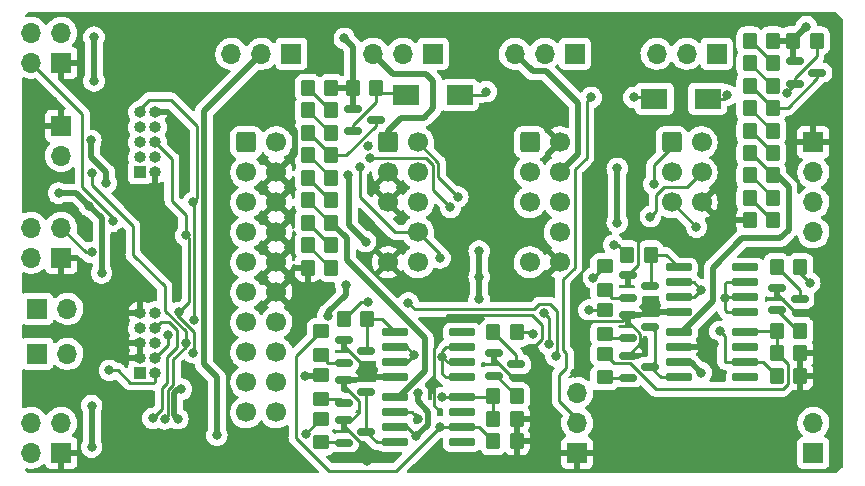
<source format=gbr>
G04 #@! TF.GenerationSoftware,KiCad,Pcbnew,(6.0.2-0)*
G04 #@! TF.CreationDate,2022-06-21T16:35:03+02:00*
G04 #@! TF.ProjectId,ATMEL-ICE-Octopus,41544d45-4c2d-4494-9345-2d4f63746f70,A1*
G04 #@! TF.SameCoordinates,Original*
G04 #@! TF.FileFunction,Copper,L2,Bot*
G04 #@! TF.FilePolarity,Positive*
%FSLAX46Y46*%
G04 Gerber Fmt 4.6, Leading zero omitted, Abs format (unit mm)*
G04 Created by KiCad (PCBNEW (6.0.2-0)) date 2022-06-21 16:35:03*
%MOMM*%
%LPD*%
G01*
G04 APERTURE LIST*
G04 Aperture macros list*
%AMRoundRect*
0 Rectangle with rounded corners*
0 $1 Rounding radius*
0 $2 $3 $4 $5 $6 $7 $8 $9 X,Y pos of 4 corners*
0 Add a 4 corners polygon primitive as box body*
4,1,4,$2,$3,$4,$5,$6,$7,$8,$9,$2,$3,0*
0 Add four circle primitives for the rounded corners*
1,1,$1+$1,$2,$3*
1,1,$1+$1,$4,$5*
1,1,$1+$1,$6,$7*
1,1,$1+$1,$8,$9*
0 Add four rect primitives between the rounded corners*
20,1,$1+$1,$2,$3,$4,$5,0*
20,1,$1+$1,$4,$5,$6,$7,0*
20,1,$1+$1,$6,$7,$8,$9,0*
20,1,$1+$1,$8,$9,$2,$3,0*%
G04 Aperture macros list end*
G04 #@! TA.AperFunction,ComponentPad*
%ADD10R,1.700000X1.700000*%
G04 #@! TD*
G04 #@! TA.AperFunction,ComponentPad*
%ADD11O,1.700000X1.700000*%
G04 #@! TD*
G04 #@! TA.AperFunction,ComponentPad*
%ADD12R,1.000000X1.000000*%
G04 #@! TD*
G04 #@! TA.AperFunction,ComponentPad*
%ADD13O,1.000000X1.000000*%
G04 #@! TD*
G04 #@! TA.AperFunction,ComponentPad*
%ADD14RoundRect,0.250000X-0.600000X-0.600000X0.600000X-0.600000X0.600000X0.600000X-0.600000X0.600000X0*%
G04 #@! TD*
G04 #@! TA.AperFunction,ComponentPad*
%ADD15C,1.700000*%
G04 #@! TD*
G04 #@! TA.AperFunction,SMDPad,CuDef*
%ADD16RoundRect,0.250000X-0.350000X-0.450000X0.350000X-0.450000X0.350000X0.450000X-0.350000X0.450000X0*%
G04 #@! TD*
G04 #@! TA.AperFunction,SMDPad,CuDef*
%ADD17RoundRect,0.150000X-0.975000X-0.150000X0.975000X-0.150000X0.975000X0.150000X-0.975000X0.150000X0*%
G04 #@! TD*
G04 #@! TA.AperFunction,SMDPad,CuDef*
%ADD18RoundRect,0.150000X-0.587500X-0.150000X0.587500X-0.150000X0.587500X0.150000X-0.587500X0.150000X0*%
G04 #@! TD*
G04 #@! TA.AperFunction,SMDPad,CuDef*
%ADD19RoundRect,0.250000X-0.450000X0.350000X-0.450000X-0.350000X0.450000X-0.350000X0.450000X0.350000X0*%
G04 #@! TD*
G04 #@! TA.AperFunction,SMDPad,CuDef*
%ADD20R,2.300000X1.700000*%
G04 #@! TD*
G04 #@! TA.AperFunction,SMDPad,CuDef*
%ADD21RoundRect,0.250000X0.350000X0.450000X-0.350000X0.450000X-0.350000X-0.450000X0.350000X-0.450000X0*%
G04 #@! TD*
G04 #@! TA.AperFunction,ViaPad*
%ADD22C,0.800000*%
G04 #@! TD*
G04 #@! TA.AperFunction,Conductor*
%ADD23C,0.490000*%
G04 #@! TD*
G04 #@! TA.AperFunction,Conductor*
%ADD24C,0.250000*%
G04 #@! TD*
G04 APERTURE END LIST*
D10*
G04 #@! TO.P,JP1,1,A*
G04 #@! TO.N,/VTG*
X92300000Y-105600000D03*
D11*
G04 #@! TO.P,JP1,2,B*
G04 #@! TO.N,VDD_RED*
X94840000Y-105600000D03*
G04 #@! TD*
D12*
G04 #@! TO.P,J1,1,Pin_1*
G04 #@! TO.N,/VTG*
X101000000Y-111040000D03*
D13*
G04 #@! TO.P,J1,2,Pin_2*
G04 #@! TO.N,/TMS*
X102270000Y-111040000D03*
G04 #@! TO.P,J1,3,Pin_3*
G04 #@! TO.N,GND*
X101000000Y-109770000D03*
G04 #@! TO.P,J1,4,Pin_4*
G04 #@! TO.N,/TCK*
X102270000Y-109770000D03*
G04 #@! TO.P,J1,5,Pin_5*
G04 #@! TO.N,GND*
X101000000Y-108500000D03*
G04 #@! TO.P,J1,6,Pin_6*
G04 #@! TO.N,/TDO*
X102270000Y-108500000D03*
G04 #@! TO.P,J1,7,Pin_7*
G04 #@! TO.N,unconnected-(J1-Pad7)*
X101000000Y-107230000D03*
G04 #@! TO.P,J1,8,Pin_8*
G04 #@! TO.N,/TDI*
X102270000Y-107230000D03*
G04 #@! TO.P,J1,9,Pin_9*
G04 #@! TO.N,GND*
X101000000Y-105960000D03*
G04 #@! TO.P,J1,10,Pin_10*
G04 #@! TO.N,/nSRST*
X102270000Y-105960000D03*
G04 #@! TD*
D14*
G04 #@! TO.P,J12,1,Pin_1*
G04 #@! TO.N,/VIN2*
X122000000Y-91500000D03*
D15*
G04 #@! TO.P,J12,2,Pin_2*
G04 #@! TO.N,/TMS*
X124540000Y-91500000D03*
G04 #@! TO.P,J12,3,Pin_3*
G04 #@! TO.N,GND*
X122000000Y-94040000D03*
G04 #@! TO.P,J12,4,Pin_4*
G04 #@! TO.N,/TCK*
X124540000Y-94040000D03*
G04 #@! TO.P,J12,5,Pin_5*
G04 #@! TO.N,GND*
X122000000Y-96580000D03*
G04 #@! TO.P,J12,6,Pin_6*
G04 #@! TO.N,/TDO*
X124540000Y-96580000D03*
G04 #@! TO.P,J12,8,Pin_8*
G04 #@! TO.N,/TDI*
X124540000Y-99120000D03*
G04 #@! TO.P,J12,9,Pin_9*
G04 #@! TO.N,GND*
X122000000Y-101660000D03*
G04 #@! TO.P,J12,10,Pin_10*
G04 #@! TO.N,/nSRST*
X124540000Y-101660000D03*
G04 #@! TD*
D10*
G04 #@! TO.P,J8,1,Pin_1*
G04 #@! TO.N,GND*
X94300000Y-90100000D03*
D11*
G04 #@! TO.P,J8,2,Pin_2*
G04 #@! TO.N,/VTG*
X94300000Y-92640000D03*
G04 #@! TD*
D10*
G04 #@! TO.P,J3,1,Pin_1*
G04 #@! TO.N,GND*
X94325000Y-101270000D03*
D11*
G04 #@! TO.P,J3,2,Pin_2*
G04 #@! TO.N,/TMS*
X91785000Y-101270000D03*
G04 #@! TO.P,J3,3,Pin_3*
G04 #@! TO.N,/TCK*
X94325000Y-98730000D03*
G04 #@! TO.P,J3,4,Pin_4*
G04 #@! TO.N,/VTG*
X91785000Y-98730000D03*
G04 #@! TD*
D10*
G04 #@! TO.P,J16,1,Pin_1*
G04 #@! TO.N,VDD_RED*
X158000000Y-117800000D03*
D11*
G04 #@! TO.P,J16,2,Pin_2*
X158000000Y-115260000D03*
G04 #@! TD*
D10*
G04 #@! TO.P,J21,1,Pin_1*
G04 #@! TO.N,unconnected-(J21-Pad1)*
X113810000Y-84000000D03*
D11*
G04 #@! TO.P,J21,2,Pin_2*
G04 #@! TO.N,VDD_BLACK*
X111270000Y-84000000D03*
G04 #@! TO.P,J21,3,Pin_3*
G04 #@! TO.N,/VIN1*
X108730000Y-84000000D03*
G04 #@! TD*
D12*
G04 #@! TO.P,J2,1,Pin_1*
G04 #@! TO.N,/TCK*
X101000000Y-94040000D03*
D13*
G04 #@! TO.P,J2,2,Pin_2*
G04 #@! TO.N,GND*
X102270000Y-94040000D03*
G04 #@! TO.P,J2,3,Pin_3*
G04 #@! TO.N,/TDO*
X101000000Y-92770000D03*
G04 #@! TO.P,J2,4,Pin_4*
G04 #@! TO.N,/VTG*
X102270000Y-92770000D03*
G04 #@! TO.P,J2,5,Pin_5*
G04 #@! TO.N,/TMS*
X101000000Y-91500000D03*
G04 #@! TO.P,J2,6,Pin_6*
G04 #@! TO.N,/nSRST*
X102270000Y-91500000D03*
G04 #@! TO.P,J2,7,Pin_7*
G04 #@! TO.N,unconnected-(J2-Pad7)*
X101000000Y-90230000D03*
G04 #@! TO.P,J2,8,Pin_8*
G04 #@! TO.N,/nTRST*
X102270000Y-90230000D03*
G04 #@! TO.P,J2,9,Pin_9*
G04 #@! TO.N,/TDI*
X101000000Y-88960000D03*
G04 #@! TO.P,J2,10,Pin_10*
G04 #@! TO.N,GND*
X102270000Y-88960000D03*
G04 #@! TD*
D10*
G04 #@! TO.P,J5,1,Pin_1*
G04 #@! TO.N,GND*
X94325000Y-84760000D03*
D11*
G04 #@! TO.P,J5,2,Pin_2*
G04 #@! TO.N,/nSRST*
X91785000Y-84760000D03*
G04 #@! TO.P,J5,3,Pin_3*
G04 #@! TO.N,/nTRST*
X94325000Y-82220000D03*
G04 #@! TO.P,J5,4,Pin_4*
G04 #@! TO.N,/VTG*
X91785000Y-82220000D03*
G04 #@! TD*
D10*
G04 #@! TO.P,J4,1,Pin_1*
G04 #@! TO.N,GND*
X94325000Y-117780000D03*
D11*
G04 #@! TO.P,J4,2,Pin_2*
G04 #@! TO.N,/TDO*
X91785000Y-117780000D03*
G04 #@! TO.P,J4,3,Pin_3*
G04 #@! TO.N,/TDI*
X94325000Y-115240000D03*
G04 #@! TO.P,J4,4,Pin_4*
G04 #@! TO.N,/VTG*
X91785000Y-115240000D03*
G04 #@! TD*
D14*
G04 #@! TO.P,J14,1,Pin_1*
G04 #@! TO.N,/TDO*
X146000000Y-91500000D03*
D15*
G04 #@! TO.P,J14,2,Pin_2*
G04 #@! TO.N,/VIN4*
X148540000Y-91500000D03*
G04 #@! TO.P,J14,3,Pin_3*
G04 #@! TO.N,/TCK*
X146000000Y-94040000D03*
G04 #@! TO.P,J14,4,Pin_4*
G04 #@! TO.N,/TDI*
X148540000Y-94040000D03*
G04 #@! TO.P,J14,5,Pin_5*
G04 #@! TO.N,/nSRST*
X146000000Y-96580000D03*
G04 #@! TO.P,J14,6,Pin_6*
G04 #@! TO.N,GND*
X148540000Y-96580000D03*
G04 #@! TD*
D14*
G04 #@! TO.P,J11,1,Pin_1*
G04 #@! TO.N,/VIN1*
X110000000Y-91500000D03*
D15*
G04 #@! TO.P,J11,2,Pin_2*
G04 #@! TO.N,unconnected-(J11-Pad2)*
X112540000Y-91500000D03*
G04 #@! TO.P,J11,3,Pin_3*
G04 #@! TO.N,/nTRST*
X110000000Y-94040000D03*
G04 #@! TO.P,J11,4,Pin_4*
G04 #@! TO.N,GND*
X112540000Y-94040000D03*
G04 #@! TO.P,J11,5,Pin_5*
G04 #@! TO.N,/TDI*
X110000000Y-96580000D03*
G04 #@! TO.P,J11,6,Pin_6*
G04 #@! TO.N,GND*
X112540000Y-96580000D03*
G04 #@! TO.P,J11,7,Pin_7*
G04 #@! TO.N,/TMS*
X110000000Y-99120000D03*
G04 #@! TO.P,J11,8,Pin_8*
G04 #@! TO.N,GND*
X112540000Y-99120000D03*
G04 #@! TO.P,J11,9,Pin_9*
G04 #@! TO.N,/TCK*
X110000000Y-101660000D03*
G04 #@! TO.P,J11,10,Pin_10*
G04 #@! TO.N,GND*
X112540000Y-101660000D03*
G04 #@! TO.P,J11,11,Pin_11*
G04 #@! TO.N,unconnected-(J11-Pad11)*
X110000000Y-104200000D03*
G04 #@! TO.P,J11,12,Pin_12*
G04 #@! TO.N,GND*
X112540000Y-104200000D03*
G04 #@! TO.P,J11,13,Pin_13*
G04 #@! TO.N,/TDO*
X110000000Y-106740000D03*
G04 #@! TO.P,J11,14,Pin_14*
G04 #@! TO.N,unconnected-(J11-Pad14)*
X112540000Y-106740000D03*
G04 #@! TO.P,J11,15,Pin_15*
G04 #@! TO.N,/nSRST*
X110000000Y-109280000D03*
G04 #@! TO.P,J11,16,Pin_16*
G04 #@! TO.N,unconnected-(J11-Pad16)*
X112540000Y-109280000D03*
G04 #@! TO.P,J11,17,Pin_17*
G04 #@! TO.N,unconnected-(J11-Pad17)*
X110000000Y-111820000D03*
G04 #@! TO.P,J11,18,Pin_18*
G04 #@! TO.N,unconnected-(J11-Pad18)*
X112540000Y-111820000D03*
G04 #@! TO.P,J11,19,Pin_19*
G04 #@! TO.N,unconnected-(J11-Pad19)*
X110000000Y-114360000D03*
G04 #@! TO.P,J11,20,Pin_20*
G04 #@! TO.N,unconnected-(J11-Pad20)*
X112540000Y-114360000D03*
G04 #@! TD*
D10*
G04 #@! TO.P,J23,1,Pin_1*
G04 #@! TO.N,unconnected-(J23-Pad1)*
X137810000Y-84000000D03*
D11*
G04 #@! TO.P,J23,2,Pin_2*
G04 #@! TO.N,VDD_BLACK*
X135270000Y-84000000D03*
G04 #@! TO.P,J23,3,Pin_3*
G04 #@! TO.N,/VIN3*
X132730000Y-84000000D03*
G04 #@! TD*
D10*
G04 #@! TO.P,JP2,1,A*
G04 #@! TO.N,/VTG*
X92300000Y-109400000D03*
D11*
G04 #@! TO.P,JP2,2,B*
G04 #@! TO.N,VDD_BLACK*
X94840000Y-109400000D03*
G04 #@! TD*
D14*
G04 #@! TO.P,J13,1,Pin_1*
G04 #@! TO.N,/TCK*
X134000000Y-91500000D03*
D15*
G04 #@! TO.P,J13,2,Pin_2*
G04 #@! TO.N,GND*
X136540000Y-91500000D03*
G04 #@! TO.P,J13,3,Pin_3*
G04 #@! TO.N,/TDO*
X134000000Y-94040000D03*
G04 #@! TO.P,J13,4,Pin_4*
G04 #@! TO.N,/VIN3*
X136540000Y-94040000D03*
G04 #@! TO.P,J13,5,Pin_5*
G04 #@! TO.N,/TMS*
X134000000Y-96580000D03*
G04 #@! TO.P,J13,6,Pin_6*
G04 #@! TO.N,/nSRST*
X136540000Y-96580000D03*
G04 #@! TO.P,J13,8,Pin_8*
G04 #@! TO.N,/nTRST*
X136540000Y-99120000D03*
G04 #@! TO.P,J13,9,Pin_9*
G04 #@! TO.N,/TDI*
X134000000Y-101660000D03*
G04 #@! TO.P,J13,10,Pin_10*
G04 #@! TO.N,GND*
X136540000Y-101660000D03*
G04 #@! TD*
D10*
G04 #@! TO.P,J15,1,Pin_1*
G04 #@! TO.N,GND*
X158000000Y-91500000D03*
D11*
G04 #@! TO.P,J15,2,Pin_2*
G04 #@! TO.N,/TCK*
X158000000Y-94040000D03*
G04 #@! TO.P,J15,3,Pin_3*
G04 #@! TO.N,/TMS*
X158000000Y-96580000D03*
G04 #@! TO.P,J15,4,Pin_4*
G04 #@! TO.N,/nSRST*
X158000000Y-99120000D03*
G04 #@! TD*
D10*
G04 #@! TO.P,J24,1,Pin_1*
G04 #@! TO.N,unconnected-(J24-Pad1)*
X149810000Y-84000000D03*
D11*
G04 #@! TO.P,J24,2,Pin_2*
G04 #@! TO.N,VDD_BLACK*
X147270000Y-84000000D03*
G04 #@! TO.P,J24,3,Pin_3*
G04 #@! TO.N,/VIN4*
X144730000Y-84000000D03*
G04 #@! TD*
D10*
G04 #@! TO.P,J9,1,Pin_1*
G04 #@! TO.N,GND*
X138000000Y-117800000D03*
D11*
G04 #@! TO.P,J9,2,Pin_2*
G04 #@! TO.N,/~{LIMIT_LOW}*
X138000000Y-115260000D03*
G04 #@! TO.P,J9,3,Pin_3*
G04 #@! TO.N,unconnected-(J9-Pad3)*
X138000000Y-112720000D03*
G04 #@! TD*
D10*
G04 #@! TO.P,J22,1,Pin_1*
G04 #@! TO.N,unconnected-(J22-Pad1)*
X125810000Y-84000000D03*
D11*
G04 #@! TO.P,J22,2,Pin_2*
G04 #@! TO.N,VDD_BLACK*
X123270000Y-84000000D03*
G04 #@! TO.P,J22,3,Pin_3*
G04 #@! TO.N,/VIN2*
X120730000Y-84000000D03*
G04 #@! TD*
D16*
G04 #@! TO.P,R48,1*
G04 #@! TO.N,Net-(R47-Pad2)*
X115200000Y-88800000D03*
G04 #@! TO.P,R48,2*
G04 #@! TO.N,Net-(R48-Pad2)*
X117200000Y-88800000D03*
G04 #@! TD*
D17*
G04 #@! TO.P,U12,1,GND*
G04 #@! TO.N,GND*
X146600000Y-105905000D03*
G04 #@! TO.P,U12,2,IN*
G04 #@! TO.N,VDD_RED*
X146600000Y-104635000D03*
G04 #@! TO.P,U12,3,IN*
X146600000Y-103365000D03*
G04 #@! TO.P,U12,4,~{EN}*
G04 #@! TO.N,Net-(Q15-Pad3)*
X146600000Y-102095000D03*
G04 #@! TO.P,U12,5,~{OC}*
G04 #@! TO.N,unconnected-(U12-Pad5)*
X152250000Y-102095000D03*
G04 #@! TO.P,U12,6,OUT*
G04 #@! TO.N,/VTG*
X152250000Y-103365000D03*
G04 #@! TO.P,U12,7,OUT*
X152250000Y-104635000D03*
G04 #@! TO.P,U12,8,OUT*
X152250000Y-105905000D03*
G04 #@! TD*
D16*
G04 #@! TO.P,R18,1*
G04 #@! TO.N,Net-(Q17-Pad3)*
X154900000Y-102065000D03*
G04 #@! TO.P,R18,2*
G04 #@! TO.N,Net-(D12-Pad1)*
X156900000Y-102065000D03*
G04 #@! TD*
G04 #@! TO.P,R21,1*
G04 #@! TO.N,/USE_BLACK*
X130900000Y-116800000D03*
G04 #@! TO.P,R21,2*
G04 #@! TO.N,GND*
X132900000Y-116800000D03*
G04 #@! TD*
G04 #@! TO.P,R17,1*
G04 #@! TO.N,/RED_OVERVOLTAGE*
X154900000Y-107465000D03*
G04 #@! TO.P,R17,2*
G04 #@! TO.N,Net-(Q17-Pad1)*
X156900000Y-107465000D03*
G04 #@! TD*
D18*
G04 #@! TO.P,Q13,1,B*
G04 #@! TO.N,Net-(Q13-Pad1)*
X142287500Y-111450000D03*
G04 #@! TO.P,Q13,2,E*
G04 #@! TO.N,GND*
X142287500Y-109550000D03*
G04 #@! TO.P,Q13,3,C*
G04 #@! TO.N,Net-(Q13-Pad3)*
X144162500Y-110500000D03*
G04 #@! TD*
D19*
G04 #@! TO.P,R24,1*
G04 #@! TO.N,VDD_RED*
X116300000Y-111200000D03*
G04 #@! TO.P,R24,2*
G04 #@! TO.N,Net-(Q24-Pad1)*
X116300000Y-113200000D03*
G04 #@! TD*
D16*
G04 #@! TO.P,R37,1*
G04 #@! TO.N,Net-(Q19-Pad3)*
X152600000Y-86700000D03*
G04 #@! TO.P,R37,2*
G04 #@! TO.N,Net-(R37-Pad2)*
X154600000Y-86700000D03*
G04 #@! TD*
G04 #@! TO.P,R39,1*
G04 #@! TO.N,Net-(R38-Pad2)*
X152600000Y-82900000D03*
G04 #@! TO.P,R39,2*
G04 #@! TO.N,VDD_RED*
X154600000Y-82900000D03*
G04 #@! TD*
G04 #@! TO.P,R35,1*
G04 #@! TO.N,Net-(R34-Pad2)*
X152600000Y-90500000D03*
G04 #@! TO.P,R35,2*
G04 #@! TO.N,Net-(R35-Pad2)*
X154600000Y-90500000D03*
G04 #@! TD*
D18*
G04 #@! TO.P,Q17,1,B*
G04 #@! TO.N,Net-(Q17-Pad1)*
X154962500Y-105715000D03*
G04 #@! TO.P,Q17,2,E*
G04 #@! TO.N,GND*
X154962500Y-103815000D03*
G04 #@! TO.P,Q17,3,C*
G04 #@! TO.N,Net-(Q17-Pad3)*
X156837500Y-104765000D03*
G04 #@! TD*
D20*
G04 #@! TO.P,D29,1,K*
G04 #@! TO.N,/~{LIMIT_LOW}*
X128050000Y-87500000D03*
G04 #@! TO.P,D29,2,A*
G04 #@! TO.N,Net-(D29-Pad2)*
X123550000Y-87500000D03*
G04 #@! TD*
D19*
G04 #@! TO.P,R25,1*
G04 #@! TO.N,/USE_BLACK*
X116300000Y-107500000D03*
G04 #@! TO.P,R25,2*
G04 #@! TO.N,Net-(Q25-Pad1)*
X116300000Y-109500000D03*
G04 #@! TD*
D21*
G04 #@! TO.P,R29,1*
G04 #@! TO.N,Net-(D29-Pad2)*
X121000000Y-86900000D03*
G04 #@! TO.P,R29,2*
G04 #@! TO.N,VDD_BLACK*
X119000000Y-86900000D03*
G04 #@! TD*
D16*
G04 #@! TO.P,R11,1*
G04 #@! TO.N,/USE_RED*
X154900000Y-111300000D03*
G04 #@! TO.P,R11,2*
G04 #@! TO.N,GND*
X156900000Y-111300000D03*
G04 #@! TD*
G04 #@! TO.P,R38,1*
G04 #@! TO.N,Net-(R37-Pad2)*
X152600000Y-84800000D03*
G04 #@! TO.P,R38,2*
G04 #@! TO.N,Net-(R38-Pad2)*
X154600000Y-84800000D03*
G04 #@! TD*
D18*
G04 #@! TO.P,Q29,1,G*
G04 #@! TO.N,Net-(D29-Pad2)*
X119062500Y-90550000D03*
G04 #@! TO.P,Q29,2,S*
G04 #@! TO.N,VDD_BLACK*
X119062500Y-88650000D03*
G04 #@! TO.P,Q29,3,D*
G04 #@! TO.N,Net-(Q29-Pad3)*
X120937500Y-89600000D03*
G04 #@! TD*
D21*
G04 #@! TO.P,R26,1*
G04 #@! TO.N,Net-(Q25-Pad3)*
X120240000Y-106500000D03*
G04 #@! TO.P,R26,2*
G04 #@! TO.N,Net-(D26-Pad1)*
X118240000Y-106500000D03*
G04 #@! TD*
D18*
G04 #@! TO.P,Q15,1,B*
G04 #@! TO.N,Net-(Q15-Pad1)*
X142287500Y-104650000D03*
G04 #@! TO.P,Q15,2,E*
G04 #@! TO.N,GND*
X142287500Y-102750000D03*
G04 #@! TO.P,Q15,3,C*
G04 #@! TO.N,Net-(Q15-Pad3)*
X144162500Y-103700000D03*
G04 #@! TD*
D16*
G04 #@! TO.P,R47,1*
G04 #@! TO.N,Net-(Q29-Pad3)*
X115200000Y-90700000D03*
G04 #@! TO.P,R47,2*
G04 #@! TO.N,Net-(R47-Pad2)*
X117200000Y-90700000D03*
G04 #@! TD*
D19*
G04 #@! TO.P,R13,1*
G04 #@! TO.N,/RED_OVERVOLTAGE*
X140325000Y-109400000D03*
G04 #@! TO.P,R13,2*
G04 #@! TO.N,Net-(Q13-Pad1)*
X140325000Y-111400000D03*
G04 #@! TD*
D21*
G04 #@! TO.P,R19,1*
G04 #@! TO.N,Net-(D19-Pad2)*
X158300000Y-82900000D03*
G04 #@! TO.P,R19,2*
G04 #@! TO.N,VDD_RED*
X156300000Y-82900000D03*
G04 #@! TD*
D16*
G04 #@! TO.P,R27,1*
G04 #@! TO.N,/BLACK_OVERVOLTAGE*
X130900000Y-113000000D03*
G04 #@! TO.P,R27,2*
G04 #@! TO.N,Net-(Q27-Pad1)*
X132900000Y-113000000D03*
G04 #@! TD*
G04 #@! TO.P,R49,1*
G04 #@! TO.N,Net-(R48-Pad2)*
X115200000Y-86900000D03*
G04 #@! TO.P,R49,2*
G04 #@! TO.N,VDD_BLACK*
X117200000Y-86900000D03*
G04 #@! TD*
D18*
G04 #@! TO.P,Q23,1,B*
G04 #@! TO.N,Net-(Q23-Pad1)*
X118262500Y-116950000D03*
G04 #@! TO.P,Q23,2,E*
G04 #@! TO.N,GND*
X118262500Y-115050000D03*
G04 #@! TO.P,Q23,3,C*
G04 #@! TO.N,Net-(Q23-Pad3)*
X120137500Y-116000000D03*
G04 #@! TD*
G04 #@! TO.P,Q27,1,B*
G04 #@! TO.N,Net-(Q27-Pad1)*
X130962500Y-111250000D03*
G04 #@! TO.P,Q27,2,E*
G04 #@! TO.N,GND*
X130962500Y-109350000D03*
G04 #@! TO.P,Q27,3,C*
G04 #@! TO.N,Net-(Q27-Pad3)*
X132837500Y-110300000D03*
G04 #@! TD*
D16*
G04 #@! TO.P,R46,1*
G04 #@! TO.N,Net-(R45-Pad2)*
X115200000Y-92600000D03*
G04 #@! TO.P,R46,2*
G04 #@! TO.N,Net-(Q29-Pad3)*
X117200000Y-92600000D03*
G04 #@! TD*
D17*
G04 #@! TO.P,U11,1,~{MR}*
G04 #@! TO.N,Net-(Q13-Pad3)*
X146600000Y-111405000D03*
G04 #@! TO.P,U11,2,VCC*
G04 #@! TO.N,VDD_RED*
X146600000Y-110135000D03*
G04 #@! TO.P,U11,3,GND*
G04 #@! TO.N,GND*
X146600000Y-108865000D03*
G04 #@! TO.P,U11,4,PFI*
G04 #@! TO.N,/RED_SENSE*
X146600000Y-107595000D03*
G04 #@! TO.P,U11,5,~{PFO}*
G04 #@! TO.N,/RED_OVERVOLTAGE*
X152250000Y-107595000D03*
G04 #@! TO.P,U11,6,NC*
G04 #@! TO.N,unconnected-(U11-Pad6)*
X152250000Y-108865000D03*
G04 #@! TO.P,U11,7,~{RESET}*
G04 #@! TO.N,/USE_RED*
X152250000Y-110135000D03*
G04 #@! TO.P,U11,8,RESET*
G04 #@! TO.N,unconnected-(U11-Pad8)*
X152250000Y-111405000D03*
G04 #@! TD*
D16*
G04 #@! TO.P,R34,1*
G04 #@! TO.N,/RED_SENSE*
X152600000Y-92400000D03*
G04 #@! TO.P,R34,2*
G04 #@! TO.N,Net-(R34-Pad2)*
X154600000Y-92400000D03*
G04 #@! TD*
G04 #@! TO.P,R42,1*
G04 #@! TO.N,Net-(R41-Pad2)*
X115200000Y-100200000D03*
G04 #@! TO.P,R42,2*
G04 #@! TO.N,Net-(R42-Pad2)*
X117200000Y-100200000D03*
G04 #@! TD*
G04 #@! TO.P,R43,1*
G04 #@! TO.N,Net-(R42-Pad2)*
X115200000Y-98300000D03*
G04 #@! TO.P,R43,2*
G04 #@! TO.N,/BLACK_SENSE*
X117200000Y-98300000D03*
G04 #@! TD*
D17*
G04 #@! TO.P,U21,1,~{MR}*
G04 #@! TO.N,Net-(Q23-Pad3)*
X122615000Y-116905000D03*
G04 #@! TO.P,U21,2,VCC*
G04 #@! TO.N,VDD_BLACK*
X122615000Y-115635000D03*
G04 #@! TO.P,U21,3,GND*
G04 #@! TO.N,GND*
X122615000Y-114365000D03*
G04 #@! TO.P,U21,4,PFI*
G04 #@! TO.N,/BLACK_SENSE*
X122615000Y-113095000D03*
G04 #@! TO.P,U21,5,~{PFO}*
G04 #@! TO.N,/BLACK_OVERVOLTAGE*
X128265000Y-113095000D03*
G04 #@! TO.P,U21,6,NC*
G04 #@! TO.N,unconnected-(U21-Pad6)*
X128265000Y-114365000D03*
G04 #@! TO.P,U21,7,~{RESET}*
G04 #@! TO.N,/USE_BLACK*
X128265000Y-115635000D03*
G04 #@! TO.P,U21,8,RESET*
G04 #@! TO.N,unconnected-(U21-Pad8)*
X128265000Y-116905000D03*
G04 #@! TD*
D16*
G04 #@! TO.P,R12,1*
G04 #@! TO.N,/RED_OVERVOLTAGE*
X154900000Y-109365000D03*
G04 #@! TO.P,R12,2*
G04 #@! TO.N,GND*
X156900000Y-109365000D03*
G04 #@! TD*
G04 #@! TO.P,R44,1*
G04 #@! TO.N,/BLACK_SENSE*
X115200000Y-96400000D03*
G04 #@! TO.P,R44,2*
G04 #@! TO.N,Net-(R44-Pad2)*
X117200000Y-96400000D03*
G04 #@! TD*
G04 #@! TO.P,R28,1*
G04 #@! TO.N,Net-(Q27-Pad3)*
X130900000Y-107600000D03*
G04 #@! TO.P,R28,2*
G04 #@! TO.N,Net-(D28-Pad1)*
X132900000Y-107600000D03*
G04 #@! TD*
D19*
G04 #@! TO.P,R23,1*
G04 #@! TO.N,/BLACK_OVERVOLTAGE*
X116300000Y-114900000D03*
G04 #@! TO.P,R23,2*
G04 #@! TO.N,Net-(Q23-Pad1)*
X116300000Y-116900000D03*
G04 #@! TD*
G04 #@! TO.P,R14,1*
G04 #@! TO.N,/USE_BLACK*
X140325000Y-105700000D03*
G04 #@! TO.P,R14,2*
G04 #@! TO.N,Net-(Q14-Pad1)*
X140325000Y-107700000D03*
G04 #@! TD*
D18*
G04 #@! TO.P,Q25,1,B*
G04 #@! TO.N,Net-(Q25-Pad1)*
X118262500Y-110150000D03*
G04 #@! TO.P,Q25,2,E*
G04 #@! TO.N,GND*
X118262500Y-108250000D03*
G04 #@! TO.P,Q25,3,C*
G04 #@! TO.N,Net-(Q25-Pad3)*
X120137500Y-109200000D03*
G04 #@! TD*
D16*
G04 #@! TO.P,R33,1*
G04 #@! TO.N,Net-(R32-Pad2)*
X152600000Y-94300000D03*
G04 #@! TO.P,R33,2*
G04 #@! TO.N,/RED_SENSE*
X154600000Y-94300000D03*
G04 #@! TD*
G04 #@! TO.P,R22,1*
G04 #@! TO.N,/BLACK_OVERVOLTAGE*
X130900000Y-114900000D03*
G04 #@! TO.P,R22,2*
G04 #@! TO.N,GND*
X132900000Y-114900000D03*
G04 #@! TD*
D18*
G04 #@! TO.P,Q19,1,G*
G04 #@! TO.N,Net-(D19-Pad2)*
X156462500Y-86550000D03*
G04 #@! TO.P,Q19,2,S*
G04 #@! TO.N,VDD_RED*
X156462500Y-84650000D03*
G04 #@! TO.P,Q19,3,D*
G04 #@! TO.N,Net-(Q19-Pad3)*
X158337500Y-85600000D03*
G04 #@! TD*
D21*
G04 #@! TO.P,R16,1*
G04 #@! TO.N,Net-(Q15-Pad3)*
X144225000Y-101000000D03*
G04 #@! TO.P,R16,2*
G04 #@! TO.N,Net-(D11-Pad1)*
X142225000Y-101000000D03*
G04 #@! TD*
D16*
G04 #@! TO.P,R31,1*
G04 #@! TO.N,GND*
X152600000Y-98100000D03*
G04 #@! TO.P,R31,2*
G04 #@! TO.N,Net-(R31-Pad2)*
X154600000Y-98100000D03*
G04 #@! TD*
G04 #@! TO.P,R32,1*
G04 #@! TO.N,Net-(R31-Pad2)*
X152600000Y-96200000D03*
G04 #@! TO.P,R32,2*
G04 #@! TO.N,Net-(R32-Pad2)*
X154600000Y-96200000D03*
G04 #@! TD*
G04 #@! TO.P,R41,1*
G04 #@! TO.N,GND*
X115200000Y-102100000D03*
G04 #@! TO.P,R41,2*
G04 #@! TO.N,Net-(R41-Pad2)*
X117200000Y-102100000D03*
G04 #@! TD*
D20*
G04 #@! TO.P,D19,1,K*
G04 #@! TO.N,/~{LIMIT_LOW}*
X144550000Y-87800000D03*
G04 #@! TO.P,D19,2,A*
G04 #@! TO.N,Net-(D19-Pad2)*
X149050000Y-87800000D03*
G04 #@! TD*
D18*
G04 #@! TO.P,Q14,1,B*
G04 #@! TO.N,Net-(Q14-Pad1)*
X142287500Y-108050000D03*
G04 #@! TO.P,Q14,2,E*
G04 #@! TO.N,GND*
X142287500Y-106150000D03*
G04 #@! TO.P,Q14,3,C*
G04 #@! TO.N,Net-(Q13-Pad3)*
X144162500Y-107100000D03*
G04 #@! TD*
D19*
G04 #@! TO.P,R15,1*
G04 #@! TO.N,/USE_RED*
X140325000Y-102000000D03*
G04 #@! TO.P,R15,2*
G04 #@! TO.N,Net-(Q15-Pad1)*
X140325000Y-104000000D03*
G04 #@! TD*
D16*
G04 #@! TO.P,R36,1*
G04 #@! TO.N,Net-(R35-Pad2)*
X152600000Y-88600000D03*
G04 #@! TO.P,R36,2*
G04 #@! TO.N,Net-(Q19-Pad3)*
X154600000Y-88600000D03*
G04 #@! TD*
D17*
G04 #@! TO.P,U22,1,GND*
G04 #@! TO.N,GND*
X122615000Y-111405000D03*
G04 #@! TO.P,U22,2,IN*
G04 #@! TO.N,VDD_BLACK*
X122615000Y-110135000D03*
G04 #@! TO.P,U22,3,IN*
X122615000Y-108865000D03*
G04 #@! TO.P,U22,4,~{EN}*
G04 #@! TO.N,Net-(Q25-Pad3)*
X122615000Y-107595000D03*
G04 #@! TO.P,U22,5,~{OC}*
G04 #@! TO.N,unconnected-(U22-Pad5)*
X128265000Y-107595000D03*
G04 #@! TO.P,U22,6,OUT*
G04 #@! TO.N,/VTG*
X128265000Y-108865000D03*
G04 #@! TO.P,U22,7,OUT*
X128265000Y-110135000D03*
G04 #@! TO.P,U22,8,OUT*
X128265000Y-111405000D03*
G04 #@! TD*
D16*
G04 #@! TO.P,R45,1*
G04 #@! TO.N,Net-(R44-Pad2)*
X115200000Y-94500000D03*
G04 #@! TO.P,R45,2*
G04 #@! TO.N,Net-(R45-Pad2)*
X117200000Y-94500000D03*
G04 #@! TD*
D18*
G04 #@! TO.P,Q24,1,B*
G04 #@! TO.N,Net-(Q24-Pad1)*
X118262500Y-113550000D03*
G04 #@! TO.P,Q24,2,E*
G04 #@! TO.N,GND*
X118262500Y-111650000D03*
G04 #@! TO.P,Q24,3,C*
G04 #@! TO.N,Net-(Q23-Pad3)*
X120137500Y-112600000D03*
G04 #@! TD*
D22*
G04 #@! TO.N,/VTG*
X96700000Y-96900000D03*
X94100000Y-95800000D03*
X97739511Y-102560489D03*
X97100000Y-86300000D03*
X98127153Y-94927153D03*
X96900000Y-113800000D03*
X96829491Y-91325489D03*
X104200000Y-114900000D03*
X126600000Y-109700000D03*
X96900000Y-117300000D03*
X97100000Y-82600000D03*
X104500000Y-112400000D03*
X150500000Y-104700000D03*
G04 #@! TO.N,/TMS*
X127900000Y-96124500D03*
X98400000Y-110800000D03*
G04 #@! TO.N,GND*
X114100000Y-118900000D03*
X100358561Y-86341439D03*
X120200000Y-118500000D03*
X149900000Y-113500000D03*
X124555500Y-114900000D03*
X93600000Y-88000000D03*
X101600000Y-99200000D03*
X149600000Y-108600000D03*
X119900000Y-98000000D03*
X128000000Y-118255500D03*
X99400000Y-99200000D03*
X120300000Y-91800000D03*
X137800000Y-111000000D03*
X113600000Y-88200000D03*
X139900000Y-114100000D03*
G04 #@! TO.N,/TCK*
X96895011Y-100819989D03*
X103400000Y-107775500D03*
G04 #@! TO.N,/TDO*
X104849011Y-108500000D03*
X96902555Y-94102555D03*
X103074697Y-114906801D03*
X144500000Y-95024500D03*
G04 #@! TO.N,/TDI*
X126400000Y-101300000D03*
X144200000Y-97800000D03*
X119600000Y-93589989D03*
X102075500Y-114882064D03*
X105548018Y-106551982D03*
X105500000Y-96580000D03*
G04 #@! TO.N,/nSRST*
X104875500Y-99370989D03*
X98700000Y-98200000D03*
X105500000Y-109300000D03*
X148100000Y-98675500D03*
X104300000Y-105900000D03*
G04 #@! TO.N,/nTRST*
X120500000Y-92800000D03*
X127274500Y-97000000D03*
G04 #@! TO.N,VDD_RED*
X115000000Y-111300000D03*
X157400000Y-81700000D03*
X148500000Y-104000000D03*
X148500000Y-111000000D03*
G04 #@! TO.N,Net-(D26-Pad1)*
X136200000Y-109600000D03*
X120300000Y-105000000D03*
X123700000Y-105100000D03*
G04 #@! TO.N,Net-(D11-Pad1)*
X141100000Y-100200000D03*
G04 #@! TO.N,Net-(D28-Pad1)*
X134300000Y-107700000D03*
G04 #@! TO.N,/~{LIMIT_LOW}*
X142800000Y-87700000D03*
X139200000Y-87700000D03*
X130300000Y-87200000D03*
G04 #@! TO.N,Net-(D19-Pad2)*
X155800000Y-87300000D03*
X150700000Y-87500000D03*
G04 #@! TO.N,Net-(D12-Pad1)*
X157700000Y-103400000D03*
G04 #@! TO.N,VDD_BLACK*
X129700000Y-104800000D03*
X141400000Y-93700000D03*
X141400000Y-98300000D03*
X124200000Y-109500000D03*
X124400000Y-116400000D03*
X124500008Y-112761469D03*
X116899863Y-106199863D03*
X118294511Y-82705489D03*
X118600000Y-94300000D03*
X118400000Y-103556460D03*
X107500000Y-116300000D03*
X129700000Y-100700000D03*
X129700000Y-102900000D03*
X120100000Y-99900000D03*
G04 #@! TO.N,/USE_RED*
X150100000Y-107500000D03*
X139373781Y-102964121D03*
G04 #@! TO.N,/USE_BLACK*
X135200000Y-105955500D03*
X135600000Y-108600000D03*
X139000000Y-105700000D03*
X126400000Y-115600000D03*
G04 #@! TO.N,/BLACK_OVERVOLTAGE*
X115080197Y-116190759D03*
X126600000Y-113100000D03*
G04 #@! TD*
D23*
G04 #@! TO.N,/VTG*
X96700000Y-96900000D02*
X95600000Y-95800000D01*
D24*
X150705000Y-105905000D02*
X152250000Y-105905000D01*
D23*
X95600000Y-95800000D02*
X94100000Y-95800000D01*
D24*
X126935000Y-108865000D02*
X128265000Y-108865000D01*
D23*
X103900000Y-114600000D02*
X104200000Y-114900000D01*
X98127153Y-94927153D02*
X98127153Y-94027153D01*
D24*
X150635000Y-103365000D02*
X152250000Y-103365000D01*
X126600000Y-109700000D02*
X127035000Y-110135000D01*
X126600000Y-111100000D02*
X126905000Y-111405000D01*
X127035000Y-110135000D02*
X128265000Y-110135000D01*
D23*
X98127153Y-94027153D02*
X96829491Y-92729491D01*
X104241139Y-112400000D02*
X103900000Y-112741139D01*
D24*
X150565000Y-104635000D02*
X150500000Y-104700000D01*
D23*
X97100000Y-82600000D02*
X97100000Y-86300000D01*
D24*
X150500000Y-105700000D02*
X150705000Y-105905000D01*
D23*
X96829491Y-92729491D02*
X96829491Y-91325489D01*
X96700000Y-96900000D02*
X97739511Y-97939511D01*
D24*
X126600000Y-109200000D02*
X126935000Y-108865000D01*
D23*
X104500000Y-112400000D02*
X104241139Y-112400000D01*
X97739511Y-102560489D02*
X97739511Y-97939511D01*
D24*
X152250000Y-104635000D02*
X150565000Y-104635000D01*
X150500000Y-104700000D02*
X150500000Y-105700000D01*
D23*
X103900000Y-112741139D02*
X103900000Y-114600000D01*
D24*
X150500000Y-103500000D02*
X150635000Y-103365000D01*
X126905000Y-111405000D02*
X128265000Y-111405000D01*
X150500000Y-104700000D02*
X150500000Y-103500000D01*
X126600000Y-109700000D02*
X126600000Y-111100000D01*
D23*
X96900000Y-113800000D02*
X96900000Y-117300000D01*
D24*
X126600000Y-109700000D02*
X126600000Y-109200000D01*
G04 #@! TO.N,/TMS*
X99110978Y-110800000D02*
X100175489Y-111864511D01*
X100175489Y-111864511D02*
X102152595Y-111864511D01*
X126249520Y-94474020D02*
X126249520Y-93209520D01*
X102152595Y-111864511D02*
X102270000Y-111747106D01*
X98400000Y-110800000D02*
X99110978Y-110800000D01*
X102270000Y-111747106D02*
X102270000Y-111040000D01*
X127900000Y-96124500D02*
X126249520Y-94474020D01*
X126249520Y-93209520D02*
X124540000Y-91500000D01*
D23*
G04 #@! TO.N,GND*
X137800000Y-111000000D02*
X137900000Y-111000000D01*
D24*
X130962500Y-109350000D02*
X130962500Y-109833572D01*
X142287500Y-106150000D02*
X144050000Y-106150000D01*
X127100000Y-106100000D02*
X134150000Y-106100000D01*
X124020500Y-114365000D02*
X124555500Y-114900000D01*
X142287500Y-109550000D02*
X143349520Y-108487980D01*
X125875489Y-111775489D02*
X125875489Y-108924511D01*
D23*
X114100000Y-90500000D02*
X114100000Y-92480000D01*
D24*
X119850000Y-111650000D02*
X120100000Y-111400000D01*
X134350960Y-111600000D02*
X134400000Y-111649040D01*
X134000000Y-114900000D02*
X134400000Y-114500000D01*
X130962500Y-109833572D02*
X132728928Y-111600000D01*
X120200000Y-117478928D02*
X118262500Y-115541428D01*
X120200000Y-118500000D02*
X120200000Y-117478928D01*
X141812980Y-106624520D02*
X138724520Y-106624520D01*
X142287500Y-106633572D02*
X142287500Y-106150000D01*
X142287500Y-102750000D02*
X143149520Y-101887980D01*
D23*
X113600000Y-88200000D02*
X113600000Y-90000000D01*
D24*
X122615000Y-114365000D02*
X124020500Y-114365000D01*
X119500000Y-113378928D02*
X119500000Y-114400000D01*
X125875489Y-108924511D02*
X126100000Y-108700000D01*
X134400000Y-108775386D02*
X135024511Y-108150875D01*
X156656072Y-106000000D02*
X158500000Y-106000000D01*
X125875489Y-111775489D02*
X125875489Y-113775489D01*
X125875489Y-113775489D02*
X126400000Y-114300000D01*
X126100000Y-107100000D02*
X127100000Y-106100000D01*
X125875489Y-111775489D02*
X126100000Y-112000000D01*
X132900000Y-114900000D02*
X134000000Y-114900000D01*
D23*
X114100000Y-92480000D02*
X112540000Y-94040000D01*
D24*
X118262500Y-115541428D02*
X118262500Y-115050000D01*
X134400000Y-111649040D02*
X134400000Y-108775386D01*
X120100000Y-111400000D02*
X122610000Y-111400000D01*
X135024511Y-106974511D02*
X135024511Y-108150875D01*
D23*
X113600000Y-90000000D02*
X114100000Y-90500000D01*
D24*
X118262500Y-112141428D02*
X119500000Y-113378928D01*
X143349520Y-108487980D02*
X143349520Y-107695592D01*
X144295000Y-105905000D02*
X144050000Y-106150000D01*
X134400000Y-114500000D02*
X134400000Y-112200000D01*
X120100000Y-110578928D02*
X120100000Y-111400000D01*
X118262500Y-108250000D02*
X118262500Y-108741428D01*
X132728928Y-111600000D02*
X134350960Y-111600000D01*
X142287500Y-106150000D02*
X141812980Y-106624520D01*
X134150000Y-106100000D02*
X135024511Y-106974511D01*
X118262500Y-111650000D02*
X119850000Y-111650000D01*
X143149520Y-101887980D02*
X143149520Y-99649520D01*
X143349520Y-107695592D02*
X142287500Y-106633572D01*
X126100000Y-108700000D02*
X126100000Y-107100000D01*
X134400000Y-112200000D02*
X134400000Y-111649040D01*
X118262500Y-108741428D02*
X120100000Y-110578928D01*
X118262500Y-111650000D02*
X118262500Y-112141428D01*
X119500000Y-114400000D02*
X118850000Y-115050000D01*
X154962500Y-103815000D02*
X154962500Y-104306428D01*
X154962500Y-104306428D02*
X156656072Y-106000000D01*
X146600000Y-105905000D02*
X144295000Y-105905000D01*
G04 #@! TO.N,/TCK*
X103400000Y-108640000D02*
X102270000Y-109770000D01*
X96414989Y-100819989D02*
X96895011Y-100819989D01*
X103400000Y-107775500D02*
X103400000Y-108640000D01*
X94325000Y-98730000D02*
X96414989Y-100819989D01*
G04 #@! TO.N,/TDO*
X103330480Y-114651018D02*
X103074697Y-114906801D01*
X103330480Y-112505237D02*
X103330480Y-114651018D01*
X103817859Y-109830203D02*
X103817859Y-112017859D01*
X144500000Y-93400000D02*
X144500000Y-95024500D01*
X104849011Y-107513293D02*
X104849011Y-108500000D01*
X104849011Y-108500000D02*
X104849011Y-108799051D01*
X146000000Y-91900000D02*
X144500000Y-93400000D01*
X103817859Y-112017859D02*
X103330480Y-112505237D01*
X103094511Y-105758793D02*
X104849011Y-107513293D01*
X100400000Y-101000000D02*
X103094511Y-103694511D01*
X100400000Y-98600000D02*
X100400000Y-101000000D01*
X104849011Y-108799051D02*
X103817859Y-109830203D01*
X103094511Y-103694511D02*
X103094511Y-105758793D01*
X96902555Y-94102555D02*
X96902555Y-95102555D01*
X96902555Y-95102555D02*
X100400000Y-98600000D01*
G04 #@! TO.N,/TDI*
X144200000Y-97800000D02*
X144700000Y-97300000D01*
X124540000Y-99120000D02*
X126400000Y-100980000D01*
X102350186Y-114607378D02*
X102350186Y-114606698D01*
X101780000Y-87900000D02*
X101000000Y-88680000D01*
X102769999Y-106730001D02*
X102270000Y-107230000D01*
X126400000Y-100980000D02*
X126400000Y-101300000D01*
X103430001Y-106730001D02*
X102769999Y-106730001D01*
X144700000Y-97300000D02*
X144700000Y-96000000D01*
X102075500Y-114882064D02*
X102350186Y-114607378D01*
X105500000Y-96580000D02*
X105600000Y-96680000D01*
X102880960Y-114075924D02*
X102880960Y-112319040D01*
X103600000Y-87900000D02*
X101780000Y-87900000D01*
X102880960Y-112319040D02*
X103300000Y-111900000D01*
X103300000Y-111900000D02*
X103300000Y-109649022D01*
X119600000Y-96100000D02*
X122620000Y-99120000D01*
X105830480Y-90130480D02*
X103600000Y-87900000D01*
X145400000Y-95300000D02*
X147280000Y-95300000D01*
X105830480Y-96249520D02*
X105830480Y-90130480D01*
X104124511Y-107424511D02*
X103430001Y-106730001D01*
X122620000Y-99120000D02*
X124540000Y-99120000D01*
X144700000Y-96000000D02*
X145400000Y-95300000D01*
X147280000Y-95300000D02*
X148540000Y-94040000D01*
X105600000Y-106500000D02*
X105548018Y-106551982D01*
X104124511Y-108824511D02*
X104124511Y-107424511D01*
X105600000Y-96680000D02*
X105600000Y-106500000D01*
X119600000Y-93589989D02*
X119600000Y-96100000D01*
X102350186Y-114606698D02*
X102880960Y-114075924D01*
X105500000Y-96580000D02*
X105830480Y-96249520D01*
X103300000Y-109649022D02*
X104124511Y-108824511D01*
G04 #@! TO.N,/nSRST*
X104875500Y-99370989D02*
X105150480Y-99645969D01*
X104100000Y-106100000D02*
X104100000Y-106128564D01*
X103700000Y-96449000D02*
X104875500Y-97624500D01*
X103700000Y-92930000D02*
X103700000Y-96449000D01*
X105573522Y-107602086D02*
X105573522Y-109226478D01*
X104875500Y-97624500D02*
X104875500Y-99370989D01*
X96104991Y-89079991D02*
X91785000Y-84760000D01*
X105150480Y-105049520D02*
X104300000Y-105900000D01*
X104300000Y-105900000D02*
X104100000Y-106100000D01*
X102270000Y-91500000D02*
X103700000Y-92930000D01*
X148095500Y-98675500D02*
X146000000Y-96580000D01*
X105573522Y-109226478D02*
X105500000Y-109300000D01*
X98624614Y-98124614D02*
X98624614Y-97800000D01*
X98624614Y-97800000D02*
X96104991Y-95280377D01*
X148100000Y-98675500D02*
X148095500Y-98675500D01*
X98700000Y-98200000D02*
X98624614Y-98124614D01*
X105150480Y-99645969D02*
X105150480Y-105049520D01*
X96104991Y-95280377D02*
X96104991Y-89079991D01*
X104100000Y-106128564D02*
X105573522Y-107602086D01*
G04 #@! TO.N,/nTRST*
X127274500Y-97000000D02*
X125800000Y-95525500D01*
X125800000Y-93400000D02*
X125200000Y-92800000D01*
X125800000Y-95525500D02*
X125800000Y-93400000D01*
X125200000Y-92800000D02*
X120500000Y-92800000D01*
G04 #@! TO.N,VDD_RED*
X147865000Y-103365000D02*
X146600000Y-103365000D01*
D23*
X147635000Y-110135000D02*
X148500000Y-111000000D01*
X146600000Y-110135000D02*
X147635000Y-110135000D01*
D24*
X148500000Y-104000000D02*
X147865000Y-104635000D01*
D23*
X156300000Y-82900000D02*
X154600000Y-82900000D01*
X156300000Y-82900000D02*
X156300000Y-84487500D01*
D24*
X147865000Y-104635000D02*
X146600000Y-104635000D01*
D23*
X156300000Y-82800000D02*
X157400000Y-81700000D01*
D24*
X148500000Y-104000000D02*
X147865000Y-103365000D01*
D23*
X156300000Y-84487500D02*
X156462500Y-84650000D01*
X115000000Y-111300000D02*
X116200000Y-111300000D01*
D24*
G04 #@! TO.N,Net-(Q15-Pad3)*
X145505000Y-101000000D02*
X146600000Y-102095000D01*
X144225000Y-101000000D02*
X145505000Y-101000000D01*
X144225000Y-101000000D02*
X144225000Y-103637500D01*
G04 #@! TO.N,Net-(Q17-Pad3)*
X156837500Y-104002500D02*
X154900000Y-102065000D01*
X156837500Y-104765000D02*
X156837500Y-104002500D01*
G04 #@! TO.N,Net-(D26-Pad1)*
X120300000Y-105000000D02*
X119740000Y-105000000D01*
X134786677Y-105200000D02*
X134336197Y-105650480D01*
X136200000Y-109600000D02*
X136324511Y-109475489D01*
X119740000Y-105000000D02*
X118240000Y-106500000D01*
X135700000Y-105200000D02*
X134786677Y-105200000D01*
X134336197Y-105650480D02*
X124250480Y-105650480D01*
X136300000Y-108275386D02*
X136300000Y-105800000D01*
X136300000Y-105800000D02*
X135700000Y-105200000D01*
X136324511Y-108299897D02*
X136300000Y-108275386D01*
X124250480Y-105650480D02*
X123700000Y-105100000D01*
X136324511Y-109475489D02*
X136324511Y-108299897D01*
G04 #@! TO.N,Net-(D11-Pad1)*
X141425000Y-100200000D02*
X141100000Y-100200000D01*
X142225000Y-101000000D02*
X141425000Y-100200000D01*
G04 #@! TO.N,Net-(Q25-Pad3)*
X120240000Y-106500000D02*
X121520000Y-106500000D01*
X120240000Y-106500000D02*
X120240000Y-109097500D01*
X121520000Y-106500000D02*
X122615000Y-107595000D01*
D23*
G04 #@! TO.N,/VIN2*
X125000000Y-89400000D02*
X125800000Y-88600000D01*
X125800000Y-88600000D02*
X125800000Y-86300000D01*
X125800000Y-86300000D02*
X125200000Y-85700000D01*
X125200000Y-85700000D02*
X122430000Y-85700000D01*
X122000000Y-90500000D02*
X123100000Y-89400000D01*
X122000000Y-91500000D02*
X122000000Y-90500000D01*
X123100000Y-89400000D02*
X125000000Y-89400000D01*
X122430000Y-85700000D02*
X120730000Y-84000000D01*
G04 #@! TO.N,/VIN3*
X136540000Y-94040000D02*
X138100000Y-92480000D01*
X138100000Y-92480000D02*
X138100000Y-88200000D01*
X138100000Y-88200000D02*
X135400000Y-85500000D01*
X135400000Y-85500000D02*
X134230000Y-85500000D01*
X134230000Y-85500000D02*
X132730000Y-84000000D01*
D24*
G04 #@! TO.N,Net-(Q13-Pad1)*
X142287500Y-111450000D02*
X140375000Y-111450000D01*
G04 #@! TO.N,Net-(Q13-Pad3)*
X145067500Y-111405000D02*
X144162500Y-110500000D01*
X144600000Y-110062500D02*
X144162500Y-110500000D01*
X146600000Y-111405000D02*
X145067500Y-111405000D01*
X144600000Y-107500000D02*
X144600000Y-110062500D01*
X144200000Y-107100000D02*
X144600000Y-107500000D01*
G04 #@! TO.N,Net-(Q14-Pad1)*
X142287500Y-108050000D02*
X140675000Y-108050000D01*
G04 #@! TO.N,Net-(Q15-Pad1)*
X140975000Y-104650000D02*
X140325000Y-104000000D01*
X142287500Y-104650000D02*
X140975000Y-104650000D01*
G04 #@! TO.N,Net-(D28-Pad1)*
X132900000Y-107600000D02*
X134200000Y-107600000D01*
X134200000Y-107600000D02*
X134300000Y-107700000D01*
G04 #@! TO.N,Net-(Q23-Pad1)*
X116300000Y-116900000D02*
X118212500Y-116900000D01*
G04 #@! TO.N,Net-(Q23-Pad3)*
X120137500Y-112600000D02*
X120137500Y-116000000D01*
X122615000Y-116905000D02*
X121042500Y-116905000D01*
X121042500Y-116905000D02*
X120137500Y-116000000D01*
G04 #@! TO.N,Net-(Q24-Pad1)*
X116300000Y-113200000D02*
X117912500Y-113200000D01*
X117912500Y-113200000D02*
X118262500Y-113550000D01*
G04 #@! TO.N,Net-(Q25-Pad1)*
X116950000Y-110150000D02*
X116300000Y-109500000D01*
X118262500Y-110150000D02*
X116950000Y-110150000D01*
G04 #@! TO.N,Net-(Q27-Pad3)*
X130900000Y-107600000D02*
X132837500Y-109537500D01*
X132837500Y-109537500D02*
X132837500Y-110300000D01*
G04 #@! TO.N,/~{LIMIT_LOW}*
X136500000Y-111175386D02*
X136500000Y-113400000D01*
X144550000Y-87800000D02*
X144450000Y-87700000D01*
X139200000Y-87700000D02*
X138800000Y-88100000D01*
X137100000Y-110575386D02*
X136500000Y-111175386D01*
X130300000Y-87200000D02*
X130000000Y-87500000D01*
X130000000Y-87500000D02*
X128050000Y-87500000D01*
X138800000Y-88100000D02*
X138800000Y-92800000D01*
X137800000Y-102100000D02*
X136800000Y-103100000D01*
X137800000Y-93800000D02*
X137800000Y-102100000D01*
X136500000Y-113400000D02*
X138000000Y-114900000D01*
X136800000Y-103100000D02*
X136800000Y-109075386D01*
X138800000Y-92800000D02*
X137800000Y-93800000D01*
X137100000Y-109375386D02*
X137100000Y-110575386D01*
X136800000Y-109075386D02*
X137100000Y-109375386D01*
X144450000Y-87700000D02*
X142800000Y-87700000D01*
G04 #@! TO.N,Net-(D19-Pad2)*
X156462500Y-86058572D02*
X158300000Y-84221072D01*
X149050000Y-87800000D02*
X150400000Y-87800000D01*
X155800000Y-87212500D02*
X156462500Y-86550000D01*
X156462500Y-86550000D02*
X156462500Y-86058572D01*
X150400000Y-87800000D02*
X150700000Y-87500000D01*
X155800000Y-87300000D02*
X155800000Y-87212500D01*
X158300000Y-84221072D02*
X158300000Y-82900000D01*
G04 #@! TO.N,Net-(D29-Pad2)*
X123350000Y-87300000D02*
X121400000Y-87300000D01*
X119062500Y-90058572D02*
X121000000Y-88121072D01*
X119062500Y-90550000D02*
X119062500Y-90058572D01*
X121000000Y-88121072D02*
X121000000Y-86900000D01*
X123550000Y-87500000D02*
X123350000Y-87300000D01*
G04 #@! TO.N,Net-(D12-Pad1)*
X156900000Y-102600000D02*
X157700000Y-103400000D01*
D23*
G04 #@! TO.N,VDD_BLACK*
X124500008Y-112761469D02*
X124500008Y-113400008D01*
X106400000Y-88870000D02*
X111270000Y-84000000D01*
D24*
X123635000Y-115635000D02*
X124400000Y-116400000D01*
D23*
X107500000Y-116300000D02*
X107500000Y-111400000D01*
X125400011Y-114300011D02*
X125400011Y-115399989D01*
X106400000Y-110300000D02*
X106400000Y-88870000D01*
X124500008Y-113400008D02*
X125400011Y-114300011D01*
X118400000Y-103556460D02*
X118400000Y-104400000D01*
X118700000Y-94400000D02*
X118600000Y-94300000D01*
X119000000Y-86900000D02*
X117200000Y-86900000D01*
X116899863Y-105900137D02*
X116899863Y-106199863D01*
D24*
X123565000Y-108865000D02*
X124200000Y-109500000D01*
D23*
X119000000Y-83410978D02*
X118294511Y-82705489D01*
D24*
X123565000Y-110135000D02*
X124200000Y-109500000D01*
D23*
X141400000Y-93700000D02*
X141400000Y-98300000D01*
X119000000Y-86900000D02*
X119000000Y-83410978D01*
X120100000Y-99900000D02*
X118700000Y-98500000D01*
X107500000Y-111400000D02*
X106400000Y-110300000D01*
D24*
X122615000Y-115635000D02*
X123635000Y-115635000D01*
D23*
X118700000Y-98500000D02*
X118700000Y-94400000D01*
X119062500Y-88650000D02*
X119062500Y-86962500D01*
X129700000Y-104800000D02*
X129700000Y-102900000D01*
X125400011Y-115399989D02*
X124400000Y-116400000D01*
X129700000Y-102900000D02*
X129700000Y-100700000D01*
X118400000Y-104400000D02*
X116899863Y-105900137D01*
D24*
G04 #@! TO.N,Net-(Q17-Pad1)*
X156712500Y-107465000D02*
X154962500Y-105715000D01*
G04 #@! TO.N,Net-(Q19-Pad3)*
X155821072Y-88600000D02*
X154600000Y-88600000D01*
X158337500Y-85600000D02*
X158337500Y-86083572D01*
X152700000Y-86700000D02*
X154600000Y-88600000D01*
X158337500Y-86083572D02*
X155821072Y-88600000D01*
G04 #@! TO.N,Net-(R32-Pad2)*
X152700000Y-94300000D02*
X154600000Y-96200000D01*
G04 #@! TO.N,Net-(R31-Pad2)*
X152600000Y-96200000D02*
X154500000Y-98100000D01*
G04 #@! TO.N,Net-(Q27-Pad1)*
X131150000Y-111250000D02*
X132900000Y-113000000D01*
G04 #@! TO.N,Net-(Q29-Pad3)*
X120937500Y-89600000D02*
X120937500Y-90083572D01*
X115300000Y-90700000D02*
X117200000Y-92600000D01*
X118421072Y-92600000D02*
X117200000Y-92600000D01*
X120937500Y-90083572D02*
X118421072Y-92600000D01*
G04 #@! TO.N,/USE_RED*
X152250000Y-110135000D02*
X150535000Y-110135000D01*
X153735000Y-110135000D02*
X154900000Y-111300000D01*
X150500000Y-110100000D02*
X150500000Y-107900000D01*
X139373781Y-102951219D02*
X140325000Y-102000000D01*
X150500000Y-107900000D02*
X150100000Y-107500000D01*
X150535000Y-110135000D02*
X150500000Y-110100000D01*
X152250000Y-110135000D02*
X153735000Y-110135000D01*
X139373781Y-102964121D02*
X139373781Y-102951219D01*
G04 #@! TO.N,/RED_OVERVOLTAGE*
X155412493Y-112400000D02*
X144653928Y-112400000D01*
X154900000Y-109365000D02*
X155824520Y-110289520D01*
X142453928Y-110200000D02*
X141125000Y-110200000D01*
X144653928Y-112400000D02*
X142453928Y-110200000D01*
X154900000Y-107465000D02*
X152380000Y-107465000D01*
X154900000Y-109365000D02*
X154900000Y-107465000D01*
X155824520Y-110289520D02*
X155824520Y-111987973D01*
X155824520Y-111987973D02*
X155412493Y-112400000D01*
X141125000Y-110200000D02*
X140325000Y-109400000D01*
G04 #@! TO.N,/USE_BLACK*
X130900000Y-116800000D02*
X129735000Y-115635000D01*
X129735000Y-115635000D02*
X128265000Y-115635000D01*
X116300000Y-107500000D02*
X114200000Y-109600000D01*
X122700000Y-119300000D02*
X126400000Y-115600000D01*
X114200000Y-109600000D02*
X114200000Y-116500000D01*
X135600000Y-106355500D02*
X135200000Y-105955500D01*
X126435000Y-115635000D02*
X126400000Y-115600000D01*
X135600000Y-108600000D02*
X135600000Y-106355500D01*
X140325000Y-105700000D02*
X139000000Y-105700000D01*
X117000000Y-119300000D02*
X122700000Y-119300000D01*
X128265000Y-115635000D02*
X126435000Y-115635000D01*
X114200000Y-116500000D02*
X117000000Y-119300000D01*
G04 #@! TO.N,/BLACK_OVERVOLTAGE*
X115080197Y-116119803D02*
X116300000Y-114900000D01*
X130900000Y-113000000D02*
X130900000Y-114900000D01*
X126600000Y-113100000D02*
X128260000Y-113100000D01*
X128265000Y-113095000D02*
X130805000Y-113095000D01*
X115080197Y-116190759D02*
X115080197Y-116119803D01*
G04 #@! TO.N,Net-(R35-Pad2)*
X152600000Y-88600000D02*
X154500000Y-90500000D01*
D23*
G04 #@! TO.N,/RED_SENSE*
X152000000Y-99600000D02*
X155200000Y-99600000D01*
X155900000Y-98900000D02*
X155900000Y-95300000D01*
X155900000Y-95300000D02*
X154900000Y-94300000D01*
X146875778Y-107595000D02*
X149500000Y-104970778D01*
D24*
X152700000Y-92400000D02*
X154600000Y-94300000D01*
D23*
X155200000Y-99600000D02*
X155900000Y-98900000D01*
X149500000Y-102100000D02*
X152000000Y-99600000D01*
X149500000Y-104970778D02*
X149500000Y-102100000D01*
D24*
G04 #@! TO.N,Net-(R34-Pad2)*
X152700000Y-90500000D02*
X154600000Y-92400000D01*
G04 #@! TO.N,Net-(R37-Pad2)*
X152600000Y-84800000D02*
X154500000Y-86700000D01*
G04 #@! TO.N,Net-(R38-Pad2)*
X152700000Y-82900000D02*
X154600000Y-84800000D01*
G04 #@! TO.N,Net-(R42-Pad2)*
X115200000Y-98300000D02*
X117100000Y-100200000D01*
D23*
G04 #@! TO.N,/BLACK_SENSE*
X125100000Y-110885778D02*
X125100000Y-108100000D01*
X118500000Y-99600000D02*
X117200000Y-98300000D01*
X125100000Y-108100000D02*
X118500000Y-101500000D01*
X122890778Y-113095000D02*
X125100000Y-110885778D01*
X118500000Y-101500000D02*
X118500000Y-99600000D01*
D24*
X115200000Y-96400000D02*
X117100000Y-98300000D01*
G04 #@! TO.N,Net-(R41-Pad2)*
X115200000Y-100200000D02*
X117100000Y-102100000D01*
G04 #@! TO.N,Net-(R45-Pad2)*
X115300000Y-92600000D02*
X117200000Y-94500000D01*
G04 #@! TO.N,Net-(R44-Pad2)*
X115200000Y-94500000D02*
X117100000Y-96400000D01*
G04 #@! TO.N,Net-(R47-Pad2)*
X115200000Y-88800000D02*
X117100000Y-90700000D01*
G04 #@! TO.N,Net-(R48-Pad2)*
X115200000Y-86900000D02*
X117100000Y-88800000D01*
G04 #@! TD*
G04 #@! TA.AperFunction,Conductor*
G04 #@! TO.N,GND*
G36*
X159970052Y-80509500D02*
G01*
X159976146Y-80510448D01*
X160040377Y-80540693D01*
X160045853Y-80545853D01*
X160455095Y-80955095D01*
X160489121Y-81017407D01*
X160492000Y-81044190D01*
X160492000Y-118950670D01*
X160490500Y-118970057D01*
X160489552Y-118976145D01*
X160459307Y-119040377D01*
X160454147Y-119045853D01*
X160044905Y-119455095D01*
X159982593Y-119489121D01*
X159955810Y-119492000D01*
X123708094Y-119492000D01*
X123639973Y-119471998D01*
X123593480Y-119418342D01*
X123583376Y-119348068D01*
X123612870Y-119283488D01*
X123618999Y-119276905D01*
X124201235Y-118694669D01*
X136642001Y-118694669D01*
X136642371Y-118701490D01*
X136647895Y-118752352D01*
X136651521Y-118767604D01*
X136696676Y-118888054D01*
X136705214Y-118903649D01*
X136781715Y-119005724D01*
X136794276Y-119018285D01*
X136896351Y-119094786D01*
X136911946Y-119103324D01*
X137032394Y-119148478D01*
X137047649Y-119152105D01*
X137098514Y-119157631D01*
X137105328Y-119158000D01*
X137727885Y-119158000D01*
X137743124Y-119153525D01*
X137744329Y-119152135D01*
X137746000Y-119144452D01*
X137746000Y-119139884D01*
X138254000Y-119139884D01*
X138258475Y-119155123D01*
X138259865Y-119156328D01*
X138267548Y-119157999D01*
X138894669Y-119157999D01*
X138901490Y-119157629D01*
X138952352Y-119152105D01*
X138967604Y-119148479D01*
X139088054Y-119103324D01*
X139103649Y-119094786D01*
X139205724Y-119018285D01*
X139218285Y-119005724D01*
X139294786Y-118903649D01*
X139303324Y-118888054D01*
X139348478Y-118767606D01*
X139352105Y-118752351D01*
X139357631Y-118701486D01*
X139358000Y-118694672D01*
X139358000Y-118072115D01*
X139353525Y-118056876D01*
X139352135Y-118055671D01*
X139344452Y-118054000D01*
X138272115Y-118054000D01*
X138256876Y-118058475D01*
X138255671Y-118059865D01*
X138254000Y-118067548D01*
X138254000Y-119139884D01*
X137746000Y-119139884D01*
X137746000Y-118072115D01*
X137741525Y-118056876D01*
X137740135Y-118055671D01*
X137732452Y-118054000D01*
X136660116Y-118054000D01*
X136644877Y-118058475D01*
X136643672Y-118059865D01*
X136642001Y-118067548D01*
X136642001Y-118694669D01*
X124201235Y-118694669D01*
X126350499Y-116545405D01*
X126412811Y-116511379D01*
X126439594Y-116508500D01*
X126495487Y-116508500D01*
X126498476Y-116507865D01*
X126567019Y-116520401D01*
X126618865Y-116568903D01*
X126636259Y-116637736D01*
X126634994Y-116649256D01*
X126634438Y-116651169D01*
X126633933Y-116657579D01*
X126633933Y-116657582D01*
X126633838Y-116658797D01*
X126631500Y-116688498D01*
X126631500Y-117121502D01*
X126634438Y-117158831D01*
X126648868Y-117208500D01*
X126677202Y-117306026D01*
X126680855Y-117318601D01*
X126684892Y-117325427D01*
X126761509Y-117454980D01*
X126761511Y-117454983D01*
X126765547Y-117461807D01*
X126883193Y-117579453D01*
X126890017Y-117583489D01*
X126890020Y-117583491D01*
X126997589Y-117647107D01*
X127026399Y-117664145D01*
X127034010Y-117666356D01*
X127034012Y-117666357D01*
X127051908Y-117671556D01*
X127186169Y-117710562D01*
X127192574Y-117711066D01*
X127192579Y-117711067D01*
X127221042Y-117713307D01*
X127221050Y-117713307D01*
X127223498Y-117713500D01*
X129306502Y-117713500D01*
X129308950Y-117713307D01*
X129308958Y-117713307D01*
X129337421Y-117711067D01*
X129337426Y-117711066D01*
X129343831Y-117710562D01*
X129478092Y-117671556D01*
X129495988Y-117666357D01*
X129495990Y-117666356D01*
X129503601Y-117664145D01*
X129532411Y-117647107D01*
X129639980Y-117583491D01*
X129639983Y-117583489D01*
X129646807Y-117579453D01*
X129667140Y-117559120D01*
X129729452Y-117525094D01*
X129800267Y-117530159D01*
X129857103Y-117572706D01*
X129863379Y-117581912D01*
X129906751Y-117652000D01*
X129951522Y-117724348D01*
X130076697Y-117849305D01*
X130082927Y-117853145D01*
X130082928Y-117853146D01*
X130220288Y-117937816D01*
X130227262Y-117942115D01*
X130307005Y-117968564D01*
X130388611Y-117995632D01*
X130388613Y-117995632D01*
X130395139Y-117997797D01*
X130401975Y-117998497D01*
X130401978Y-117998498D01*
X130445031Y-118002909D01*
X130499600Y-118008500D01*
X131300400Y-118008500D01*
X131303646Y-118008163D01*
X131303650Y-118008163D01*
X131399308Y-117998238D01*
X131399312Y-117998237D01*
X131406166Y-117997526D01*
X131412702Y-117995345D01*
X131412704Y-117995345D01*
X131544806Y-117951272D01*
X131573946Y-117941550D01*
X131724348Y-117848478D01*
X131811137Y-117761537D01*
X131873421Y-117727458D01*
X131944241Y-117732461D01*
X131989329Y-117761382D01*
X132071829Y-117843739D01*
X132083240Y-117852751D01*
X132221243Y-117937816D01*
X132234424Y-117943963D01*
X132388710Y-117995138D01*
X132402086Y-117998005D01*
X132496438Y-118007672D01*
X132502854Y-118008000D01*
X132627885Y-118008000D01*
X132643124Y-118003525D01*
X132644329Y-118002135D01*
X132646000Y-117994452D01*
X132646000Y-117989884D01*
X133154000Y-117989884D01*
X133158475Y-118005123D01*
X133159865Y-118006328D01*
X133167548Y-118007999D01*
X133297095Y-118007999D01*
X133303614Y-118007662D01*
X133399206Y-117997743D01*
X133412600Y-117994851D01*
X133566784Y-117943412D01*
X133579962Y-117937239D01*
X133717807Y-117851937D01*
X133729208Y-117842901D01*
X133843739Y-117728171D01*
X133852751Y-117716760D01*
X133937816Y-117578757D01*
X133943963Y-117565576D01*
X133995138Y-117411290D01*
X133998005Y-117397914D01*
X134007672Y-117303562D01*
X134008000Y-117297146D01*
X134008000Y-117072115D01*
X134003525Y-117056876D01*
X134002135Y-117055671D01*
X133994452Y-117054000D01*
X133172115Y-117054000D01*
X133156876Y-117058475D01*
X133155671Y-117059865D01*
X133154000Y-117067548D01*
X133154000Y-117989884D01*
X132646000Y-117989884D01*
X132646000Y-116527885D01*
X133154000Y-116527885D01*
X133158475Y-116543124D01*
X133159865Y-116544329D01*
X133167548Y-116546000D01*
X133989884Y-116546000D01*
X134005123Y-116541525D01*
X134006328Y-116540135D01*
X134007999Y-116532452D01*
X134007999Y-116302905D01*
X134007662Y-116296386D01*
X133997743Y-116200794D01*
X133994851Y-116187400D01*
X133943412Y-116033216D01*
X133937238Y-116020037D01*
X133873089Y-115916373D01*
X133854251Y-115847921D01*
X133872973Y-115783955D01*
X133937814Y-115678762D01*
X133943963Y-115665576D01*
X133995138Y-115511290D01*
X133998005Y-115497914D01*
X134007672Y-115403562D01*
X134008000Y-115397146D01*
X134008000Y-115172115D01*
X134003525Y-115156876D01*
X134002135Y-115155671D01*
X133994452Y-115154000D01*
X133172115Y-115154000D01*
X133156876Y-115158475D01*
X133155671Y-115159865D01*
X133154000Y-115167548D01*
X133154000Y-116527885D01*
X132646000Y-116527885D01*
X132646000Y-114772000D01*
X132666002Y-114703879D01*
X132719658Y-114657386D01*
X132772000Y-114646000D01*
X133989884Y-114646000D01*
X134005123Y-114641525D01*
X134006328Y-114640135D01*
X134007999Y-114632452D01*
X134007999Y-114402905D01*
X134007662Y-114396386D01*
X133997743Y-114300794D01*
X133994851Y-114287400D01*
X133943412Y-114133216D01*
X133937238Y-114120038D01*
X133873383Y-114016849D01*
X133854545Y-113948397D01*
X133873267Y-113884430D01*
X133938275Y-113778968D01*
X133938276Y-113778966D01*
X133942115Y-113772738D01*
X133979635Y-113659618D01*
X133995632Y-113611389D01*
X133995632Y-113611387D01*
X133997797Y-113604861D01*
X134008500Y-113500400D01*
X134008500Y-112499600D01*
X134008131Y-112496039D01*
X133998238Y-112400692D01*
X133998237Y-112400688D01*
X133997526Y-112393834D01*
X133994552Y-112384918D01*
X133943868Y-112233002D01*
X133941550Y-112226054D01*
X133848478Y-112075652D01*
X133723303Y-111950695D01*
X133699663Y-111936123D01*
X133578968Y-111861725D01*
X133578966Y-111861724D01*
X133572738Y-111857885D01*
X133454300Y-111818601D01*
X133411389Y-111804368D01*
X133411387Y-111804368D01*
X133404861Y-111802203D01*
X133398025Y-111801503D01*
X133398022Y-111801502D01*
X133354969Y-111797091D01*
X133300400Y-111791500D01*
X132639595Y-111791500D01*
X132571474Y-111771498D01*
X132550499Y-111754595D01*
X132245404Y-111449499D01*
X132211379Y-111387187D01*
X132208500Y-111360404D01*
X132208500Y-111234500D01*
X132228502Y-111166379D01*
X132282158Y-111119886D01*
X132334500Y-111108500D01*
X133491502Y-111108500D01*
X133493950Y-111108307D01*
X133493958Y-111108307D01*
X133522421Y-111106067D01*
X133522426Y-111106066D01*
X133528831Y-111105562D01*
X133628769Y-111076528D01*
X133680988Y-111061357D01*
X133680990Y-111061356D01*
X133688601Y-111059145D01*
X133741459Y-111027885D01*
X133824980Y-110978491D01*
X133824983Y-110978489D01*
X133831807Y-110974453D01*
X133949453Y-110856807D01*
X133953489Y-110849983D01*
X133953491Y-110849980D01*
X134022066Y-110734025D01*
X134034145Y-110713601D01*
X134036781Y-110704530D01*
X134061733Y-110618642D01*
X134080562Y-110553831D01*
X134081277Y-110544753D01*
X134083307Y-110518958D01*
X134083307Y-110518950D01*
X134083500Y-110516502D01*
X134083500Y-110083498D01*
X134083239Y-110080176D01*
X134081067Y-110052579D01*
X134081066Y-110052574D01*
X134080562Y-110046169D01*
X134038468Y-109901279D01*
X134036357Y-109894012D01*
X134036356Y-109894010D01*
X134034145Y-109886399D01*
X133994342Y-109819096D01*
X133953491Y-109750020D01*
X133953489Y-109750017D01*
X133949453Y-109743193D01*
X133831807Y-109625547D01*
X133824983Y-109621511D01*
X133824980Y-109621509D01*
X133695427Y-109544892D01*
X133695428Y-109544892D01*
X133688601Y-109540855D01*
X133680990Y-109538644D01*
X133680988Y-109538643D01*
X133547856Y-109499965D01*
X133488021Y-109461752D01*
X133458002Y-109394757D01*
X133456967Y-109386565D01*
X133455974Y-109378703D01*
X133453057Y-109371336D01*
X133453056Y-109371331D01*
X133439698Y-109337592D01*
X133435854Y-109326365D01*
X133433732Y-109319061D01*
X133423518Y-109283907D01*
X133417632Y-109273955D01*
X133413207Y-109266472D01*
X133404512Y-109248724D01*
X133397052Y-109229883D01*
X133387394Y-109216589D01*
X133371064Y-109194113D01*
X133364548Y-109184193D01*
X133346080Y-109152965D01*
X133346078Y-109152962D01*
X133342042Y-109146138D01*
X133327721Y-109131817D01*
X133314880Y-109116783D01*
X133310678Y-109111000D01*
X133302972Y-109100393D01*
X133268895Y-109072202D01*
X133260116Y-109064212D01*
X133219096Y-109023192D01*
X133185070Y-108960880D01*
X133190135Y-108890065D01*
X133232682Y-108833229D01*
X133300423Y-108808719D01*
X133300400Y-108808500D01*
X133301279Y-108808409D01*
X133301280Y-108808409D01*
X133303624Y-108808165D01*
X133303633Y-108808165D01*
X133399308Y-108798238D01*
X133399312Y-108798237D01*
X133406166Y-108797526D01*
X133412702Y-108795345D01*
X133412704Y-108795345D01*
X133566998Y-108743868D01*
X133573946Y-108741550D01*
X133724348Y-108648478D01*
X133808448Y-108564232D01*
X133870729Y-108530153D01*
X133941549Y-108535156D01*
X133948862Y-108538140D01*
X133975641Y-108550063D01*
X134007466Y-108564232D01*
X134017712Y-108568794D01*
X134094134Y-108585038D01*
X134198056Y-108607128D01*
X134198061Y-108607128D01*
X134204513Y-108608500D01*
X134395487Y-108608500D01*
X134401939Y-108607128D01*
X134401944Y-108607128D01*
X134544131Y-108576905D01*
X134614922Y-108582307D01*
X134671555Y-108625124D01*
X134695638Y-108686981D01*
X134705439Y-108780230D01*
X134706458Y-108789928D01*
X134765473Y-108971556D01*
X134768776Y-108977278D01*
X134768777Y-108977279D01*
X134795285Y-109023192D01*
X134860960Y-109136944D01*
X134865378Y-109141851D01*
X134865379Y-109141852D01*
X134968201Y-109256047D01*
X134988747Y-109278866D01*
X135066738Y-109335530D01*
X135116014Y-109371331D01*
X135143248Y-109391118D01*
X135182170Y-109408447D01*
X135217435Y-109424148D01*
X135271531Y-109470129D01*
X135292180Y-109538056D01*
X135291496Y-109552425D01*
X135288215Y-109583647D01*
X135286496Y-109600000D01*
X135287186Y-109606565D01*
X135304120Y-109767680D01*
X135306458Y-109789928D01*
X135365473Y-109971556D01*
X135460960Y-110136944D01*
X135465378Y-110141851D01*
X135465379Y-110141852D01*
X135577602Y-110266488D01*
X135588747Y-110278866D01*
X135666514Y-110335367D01*
X135731278Y-110382421D01*
X135743248Y-110391118D01*
X135749276Y-110393802D01*
X135749278Y-110393803D01*
X135901244Y-110461462D01*
X135917712Y-110468794D01*
X136013077Y-110489065D01*
X136075549Y-110522792D01*
X136109871Y-110584942D01*
X136105143Y-110655781D01*
X136078729Y-110698564D01*
X136046357Y-110733037D01*
X136043602Y-110735879D01*
X136023865Y-110755616D01*
X136021385Y-110758813D01*
X136013682Y-110767833D01*
X135983414Y-110800065D01*
X135979595Y-110807011D01*
X135979593Y-110807014D01*
X135973652Y-110817820D01*
X135962801Y-110834339D01*
X135950386Y-110850345D01*
X135947241Y-110857614D01*
X135947238Y-110857618D01*
X135932826Y-110890923D01*
X135927609Y-110901573D01*
X135906305Y-110940326D01*
X135904334Y-110948001D01*
X135904334Y-110948002D01*
X135901267Y-110959948D01*
X135894863Y-110978652D01*
X135889984Y-110989928D01*
X135886819Y-110997241D01*
X135885580Y-111005064D01*
X135885577Y-111005074D01*
X135879901Y-111040910D01*
X135877495Y-111052530D01*
X135875797Y-111059145D01*
X135866500Y-111095356D01*
X135866500Y-111115610D01*
X135864949Y-111135320D01*
X135861780Y-111155329D01*
X135862526Y-111163221D01*
X135865941Y-111199347D01*
X135866500Y-111211205D01*
X135866500Y-113321233D01*
X135865973Y-113332416D01*
X135864298Y-113339909D01*
X135864547Y-113347835D01*
X135864547Y-113347836D01*
X135866438Y-113407986D01*
X135866500Y-113411945D01*
X135866500Y-113439856D01*
X135866997Y-113443790D01*
X135866997Y-113443791D01*
X135867005Y-113443856D01*
X135867938Y-113455693D01*
X135869327Y-113499889D01*
X135874289Y-113516967D01*
X135874978Y-113519339D01*
X135878987Y-113538700D01*
X135881526Y-113558797D01*
X135884445Y-113566168D01*
X135884445Y-113566170D01*
X135897804Y-113599912D01*
X135901649Y-113611142D01*
X135911771Y-113645983D01*
X135913982Y-113653593D01*
X135918015Y-113660412D01*
X135918017Y-113660417D01*
X135924293Y-113671028D01*
X135932988Y-113688776D01*
X135940448Y-113707617D01*
X135945110Y-113714033D01*
X135945110Y-113714034D01*
X135966436Y-113743387D01*
X135972952Y-113753307D01*
X135988068Y-113778866D01*
X135995458Y-113791362D01*
X136009779Y-113805683D01*
X136022619Y-113820716D01*
X136034528Y-113837107D01*
X136068605Y-113865298D01*
X136077384Y-113873288D01*
X136744875Y-114540779D01*
X136778901Y-114603091D01*
X136773836Y-114673906D01*
X136770068Y-114682924D01*
X136728721Y-114772000D01*
X136720688Y-114789305D01*
X136660989Y-115004570D01*
X136637251Y-115226695D01*
X136637548Y-115231848D01*
X136637548Y-115231851D01*
X136649374Y-115436944D01*
X136650110Y-115449715D01*
X136651247Y-115454761D01*
X136651248Y-115454767D01*
X136668918Y-115533173D01*
X136699222Y-115667639D01*
X136740854Y-115770166D01*
X136776519Y-115857999D01*
X136783266Y-115874616D01*
X136785965Y-115879020D01*
X136885035Y-116040688D01*
X136899987Y-116065088D01*
X137046250Y-116233938D01*
X137050225Y-116237238D01*
X137050231Y-116237244D01*
X137055425Y-116241556D01*
X137095059Y-116300460D01*
X137096555Y-116371441D01*
X137059439Y-116431962D01*
X137019168Y-116456480D01*
X136911946Y-116496676D01*
X136896351Y-116505214D01*
X136794276Y-116581715D01*
X136781715Y-116594276D01*
X136705214Y-116696351D01*
X136696676Y-116711946D01*
X136651522Y-116832394D01*
X136647895Y-116847649D01*
X136642369Y-116898514D01*
X136642000Y-116905328D01*
X136642000Y-117527885D01*
X136646475Y-117543124D01*
X136647865Y-117544329D01*
X136655548Y-117546000D01*
X139339884Y-117546000D01*
X139355123Y-117541525D01*
X139356328Y-117540135D01*
X139357999Y-117532452D01*
X139357999Y-116905331D01*
X139357629Y-116898510D01*
X139352105Y-116847648D01*
X139348479Y-116832396D01*
X139303324Y-116711946D01*
X139294786Y-116696351D01*
X139218285Y-116594276D01*
X139205724Y-116581715D01*
X139103649Y-116505214D01*
X139088054Y-116496676D01*
X138977813Y-116455348D01*
X138921049Y-116412706D01*
X138896349Y-116346145D01*
X138911557Y-116276796D01*
X138933104Y-116248115D01*
X139034430Y-116147144D01*
X139034440Y-116147132D01*
X139038096Y-116143489D01*
X139052468Y-116123489D01*
X139165435Y-115966277D01*
X139168453Y-115962077D01*
X139174079Y-115950695D01*
X139265136Y-115766453D01*
X139265137Y-115766451D01*
X139267430Y-115761811D01*
X139308421Y-115626895D01*
X139330865Y-115553023D01*
X139330865Y-115553021D01*
X139332370Y-115548069D01*
X139361529Y-115326590D01*
X139362874Y-115271556D01*
X139363074Y-115263365D01*
X139363074Y-115263361D01*
X139363156Y-115260000D01*
X139360418Y-115226695D01*
X156637251Y-115226695D01*
X156637548Y-115231848D01*
X156637548Y-115231851D01*
X156649374Y-115436944D01*
X156650110Y-115449715D01*
X156651247Y-115454761D01*
X156651248Y-115454767D01*
X156668918Y-115533173D01*
X156699222Y-115667639D01*
X156740854Y-115770166D01*
X156776519Y-115857999D01*
X156783266Y-115874616D01*
X156785965Y-115879020D01*
X156885035Y-116040688D01*
X156899987Y-116065088D01*
X157046250Y-116233938D01*
X157050230Y-116237242D01*
X157054981Y-116241187D01*
X157094616Y-116300090D01*
X157096113Y-116371071D01*
X157058997Y-116431593D01*
X157018725Y-116456112D01*
X157004137Y-116461581D01*
X156903295Y-116499385D01*
X156786739Y-116586739D01*
X156699385Y-116703295D01*
X156648255Y-116839684D01*
X156641500Y-116901866D01*
X156641500Y-118698134D01*
X156648255Y-118760316D01*
X156699385Y-118896705D01*
X156786739Y-119013261D01*
X156903295Y-119100615D01*
X157039684Y-119151745D01*
X157101866Y-119158500D01*
X158898134Y-119158500D01*
X158960316Y-119151745D01*
X159096705Y-119100615D01*
X159213261Y-119013261D01*
X159300615Y-118896705D01*
X159351745Y-118760316D01*
X159358500Y-118698134D01*
X159358500Y-116901866D01*
X159351745Y-116839684D01*
X159300615Y-116703295D01*
X159213261Y-116586739D01*
X159096705Y-116499385D01*
X159084132Y-116494672D01*
X158978203Y-116454960D01*
X158921439Y-116412318D01*
X158896739Y-116345756D01*
X158911947Y-116276408D01*
X158933493Y-116247727D01*
X159019432Y-116162088D01*
X159038096Y-116143489D01*
X159052468Y-116123489D01*
X159165435Y-115966277D01*
X159168453Y-115962077D01*
X159174079Y-115950695D01*
X159265136Y-115766453D01*
X159265137Y-115766451D01*
X159267430Y-115761811D01*
X159308421Y-115626895D01*
X159330865Y-115553023D01*
X159330865Y-115553021D01*
X159332370Y-115548069D01*
X159361529Y-115326590D01*
X159362874Y-115271556D01*
X159363074Y-115263365D01*
X159363074Y-115263361D01*
X159363156Y-115260000D01*
X159344852Y-115037361D01*
X159290431Y-114820702D01*
X159201354Y-114615840D01*
X159093860Y-114449679D01*
X159082822Y-114432617D01*
X159082820Y-114432614D01*
X159080014Y-114428277D01*
X158929670Y-114263051D01*
X158925619Y-114259852D01*
X158925615Y-114259848D01*
X158758414Y-114127800D01*
X158758410Y-114127798D01*
X158754359Y-114124598D01*
X158730600Y-114111482D01*
X158688534Y-114088261D01*
X158558789Y-114016638D01*
X158553920Y-114014914D01*
X158553916Y-114014912D01*
X158353087Y-113943795D01*
X158353083Y-113943794D01*
X158348212Y-113942069D01*
X158343119Y-113941162D01*
X158343116Y-113941161D01*
X158133373Y-113903800D01*
X158133367Y-113903799D01*
X158128284Y-113902894D01*
X158054452Y-113901992D01*
X157910081Y-113900228D01*
X157910079Y-113900228D01*
X157904911Y-113900165D01*
X157684091Y-113933955D01*
X157471756Y-114003357D01*
X157445838Y-114016849D01*
X157311153Y-114086962D01*
X157273607Y-114106507D01*
X157269474Y-114109610D01*
X157269471Y-114109612D01*
X157099100Y-114237530D01*
X157094965Y-114240635D01*
X157091393Y-114244373D01*
X156963313Y-114378401D01*
X156940629Y-114402138D01*
X156814743Y-114586680D01*
X156791140Y-114637528D01*
X156728721Y-114772000D01*
X156720688Y-114789305D01*
X156660989Y-115004570D01*
X156637251Y-115226695D01*
X139360418Y-115226695D01*
X139344852Y-115037361D01*
X139290431Y-114820702D01*
X139201354Y-114615840D01*
X139093860Y-114449679D01*
X139082822Y-114432617D01*
X139082820Y-114432614D01*
X139080014Y-114428277D01*
X138929670Y-114263051D01*
X138925619Y-114259852D01*
X138925615Y-114259848D01*
X138758414Y-114127800D01*
X138758410Y-114127798D01*
X138754359Y-114124598D01*
X138713053Y-114101796D01*
X138663084Y-114051364D01*
X138648312Y-113981921D01*
X138673428Y-113915516D01*
X138700780Y-113888909D01*
X138754733Y-113850425D01*
X138879860Y-113761173D01*
X138892887Y-113748192D01*
X138980969Y-113660417D01*
X139038096Y-113603489D01*
X139042025Y-113598022D01*
X139165435Y-113426277D01*
X139168453Y-113422077D01*
X139197626Y-113363051D01*
X139265136Y-113226453D01*
X139265137Y-113226451D01*
X139267430Y-113221811D01*
X139312352Y-113073955D01*
X139330865Y-113013023D01*
X139330865Y-113013021D01*
X139332370Y-113008069D01*
X139361529Y-112786590D01*
X139361611Y-112783240D01*
X139363074Y-112723365D01*
X139363074Y-112723361D01*
X139363156Y-112720000D01*
X139354565Y-112615500D01*
X139349412Y-112552821D01*
X139363765Y-112483290D01*
X139413431Y-112432557D01*
X139482641Y-112416730D01*
X139541105Y-112435238D01*
X139546030Y-112438274D01*
X139546033Y-112438275D01*
X139552262Y-112442115D01*
X139600151Y-112457999D01*
X139713611Y-112495632D01*
X139713613Y-112495632D01*
X139720139Y-112497797D01*
X139726975Y-112498497D01*
X139726978Y-112498498D01*
X139768295Y-112502731D01*
X139824600Y-112508500D01*
X140825400Y-112508500D01*
X140828646Y-112508163D01*
X140828650Y-112508163D01*
X140924308Y-112498238D01*
X140924312Y-112498237D01*
X140931166Y-112497526D01*
X140937702Y-112495345D01*
X140937704Y-112495345D01*
X141069806Y-112451272D01*
X141098946Y-112441550D01*
X141249348Y-112348478D01*
X141257166Y-112340646D01*
X141346524Y-112251133D01*
X141408807Y-112217054D01*
X141470849Y-112219154D01*
X141589989Y-112253767D01*
X141589993Y-112253768D01*
X141596169Y-112255562D01*
X141602574Y-112256066D01*
X141602579Y-112256067D01*
X141631042Y-112258307D01*
X141631050Y-112258307D01*
X141633498Y-112258500D01*
X142941502Y-112258500D01*
X142943950Y-112258307D01*
X142943958Y-112258307D01*
X142972421Y-112256067D01*
X142972426Y-112256066D01*
X142978831Y-112255562D01*
X143085662Y-112224525D01*
X143130988Y-112211357D01*
X143130990Y-112211356D01*
X143138601Y-112209145D01*
X143206831Y-112168794D01*
X143274980Y-112128491D01*
X143274983Y-112128489D01*
X143281807Y-112124453D01*
X143293046Y-112113214D01*
X143355358Y-112079188D01*
X143426173Y-112084253D01*
X143471236Y-112113214D01*
X144150280Y-112792258D01*
X144157815Y-112800538D01*
X144161928Y-112807018D01*
X144183023Y-112826827D01*
X144211579Y-112853643D01*
X144214421Y-112856398D01*
X144234158Y-112876135D01*
X144237355Y-112878615D01*
X144246375Y-112886318D01*
X144278607Y-112916586D01*
X144285553Y-112920405D01*
X144285556Y-112920407D01*
X144296362Y-112926348D01*
X144312881Y-112937199D01*
X144328887Y-112949614D01*
X144336156Y-112952759D01*
X144336160Y-112952762D01*
X144369465Y-112967174D01*
X144380115Y-112972391D01*
X144418868Y-112993695D01*
X144426543Y-112995666D01*
X144426544Y-112995666D01*
X144438490Y-112998733D01*
X144457194Y-113005137D01*
X144465849Y-113008882D01*
X144475783Y-113013181D01*
X144483606Y-113014420D01*
X144483616Y-113014423D01*
X144519452Y-113020099D01*
X144531072Y-113022505D01*
X144566217Y-113031528D01*
X144573898Y-113033500D01*
X144594152Y-113033500D01*
X144613862Y-113035051D01*
X144633871Y-113038220D01*
X144641763Y-113037474D01*
X144660508Y-113035702D01*
X144677890Y-113034059D01*
X144689747Y-113033500D01*
X155333726Y-113033500D01*
X155344909Y-113034027D01*
X155352402Y-113035702D01*
X155360328Y-113035453D01*
X155360329Y-113035453D01*
X155420479Y-113033562D01*
X155424438Y-113033500D01*
X155452349Y-113033500D01*
X155456284Y-113033003D01*
X155456349Y-113032995D01*
X155468186Y-113032062D01*
X155500444Y-113031048D01*
X155504463Y-113030922D01*
X155512382Y-113030673D01*
X155531836Y-113025021D01*
X155551193Y-113021013D01*
X155563423Y-113019468D01*
X155563424Y-113019468D01*
X155571290Y-113018474D01*
X155578661Y-113015555D01*
X155578663Y-113015555D01*
X155612405Y-113002196D01*
X155623635Y-112998351D01*
X155658476Y-112988229D01*
X155658477Y-112988229D01*
X155666086Y-112986018D01*
X155672905Y-112981985D01*
X155672910Y-112981983D01*
X155683521Y-112975707D01*
X155701269Y-112967012D01*
X155720110Y-112959552D01*
X155755880Y-112933564D01*
X155765800Y-112927048D01*
X155797028Y-112908580D01*
X155797031Y-112908578D01*
X155803855Y-112904542D01*
X155818176Y-112890221D01*
X155833210Y-112877380D01*
X155843187Y-112870131D01*
X155849600Y-112865472D01*
X155877791Y-112831395D01*
X155885781Y-112822616D01*
X156201986Y-112506411D01*
X156264298Y-112472385D01*
X156330748Y-112475913D01*
X156388707Y-112495137D01*
X156402086Y-112498005D01*
X156496438Y-112507672D01*
X156502854Y-112508000D01*
X156627885Y-112508000D01*
X156643124Y-112503525D01*
X156644329Y-112502135D01*
X156646000Y-112494452D01*
X156646000Y-112489884D01*
X157154000Y-112489884D01*
X157158475Y-112505123D01*
X157159865Y-112506328D01*
X157167548Y-112507999D01*
X157297095Y-112507999D01*
X157303614Y-112507662D01*
X157399206Y-112497743D01*
X157412600Y-112494851D01*
X157566784Y-112443412D01*
X157579962Y-112437239D01*
X157717807Y-112351937D01*
X157729208Y-112342901D01*
X157843739Y-112228171D01*
X157852751Y-112216760D01*
X157937816Y-112078757D01*
X157943963Y-112065576D01*
X157995138Y-111911290D01*
X157998005Y-111897914D01*
X158007672Y-111803562D01*
X158008000Y-111797146D01*
X158008000Y-111572115D01*
X158003525Y-111556876D01*
X158002135Y-111555671D01*
X157994452Y-111554000D01*
X157172115Y-111554000D01*
X157156876Y-111558475D01*
X157155671Y-111559865D01*
X157154000Y-111567548D01*
X157154000Y-112489884D01*
X156646000Y-112489884D01*
X156646000Y-111027885D01*
X157154000Y-111027885D01*
X157158475Y-111043124D01*
X157159865Y-111044329D01*
X157167548Y-111046000D01*
X157989884Y-111046000D01*
X158005123Y-111041525D01*
X158006328Y-111040135D01*
X158007999Y-111032452D01*
X158007999Y-110802905D01*
X158007662Y-110796386D01*
X157997743Y-110700794D01*
X157994851Y-110687400D01*
X157943412Y-110533216D01*
X157937239Y-110520038D01*
X157862280Y-110398907D01*
X157843442Y-110330455D01*
X157862164Y-110266488D01*
X157937816Y-110143757D01*
X157943963Y-110130576D01*
X157995138Y-109976290D01*
X157998005Y-109962914D01*
X158007672Y-109868562D01*
X158008000Y-109862146D01*
X158008000Y-109637115D01*
X158003525Y-109621876D01*
X158002135Y-109620671D01*
X157994452Y-109619000D01*
X157172115Y-109619000D01*
X157156876Y-109623475D01*
X157155671Y-109624865D01*
X157154000Y-109632548D01*
X157154000Y-111027885D01*
X156646000Y-111027885D01*
X156646000Y-109237000D01*
X156666002Y-109168879D01*
X156719658Y-109122386D01*
X156772000Y-109111000D01*
X157989884Y-109111000D01*
X158005123Y-109106525D01*
X158006328Y-109105135D01*
X158007999Y-109097452D01*
X158007999Y-108867905D01*
X158007662Y-108861386D01*
X157997743Y-108765794D01*
X157994851Y-108752400D01*
X157943412Y-108598216D01*
X157937238Y-108585038D01*
X157873383Y-108481849D01*
X157854545Y-108413397D01*
X157873267Y-108349430D01*
X157938275Y-108243968D01*
X157938276Y-108243966D01*
X157942115Y-108237738D01*
X157969587Y-108154912D01*
X157995632Y-108076389D01*
X157995632Y-108076387D01*
X157997797Y-108069861D01*
X157998589Y-108062136D01*
X158006783Y-107982158D01*
X158008500Y-107965400D01*
X158008500Y-106964600D01*
X158006904Y-106949216D01*
X157998238Y-106865692D01*
X157998237Y-106865688D01*
X157997526Y-106858834D01*
X157991207Y-106839892D01*
X157943868Y-106698002D01*
X157941550Y-106691054D01*
X157848478Y-106540652D01*
X157833828Y-106526027D01*
X157728483Y-106420866D01*
X157723303Y-106415695D01*
X157711590Y-106408475D01*
X157578968Y-106326725D01*
X157578966Y-106326724D01*
X157572738Y-106322885D01*
X157491543Y-106295954D01*
X157411389Y-106269368D01*
X157411387Y-106269368D01*
X157404861Y-106267203D01*
X157398025Y-106266503D01*
X157398022Y-106266502D01*
X157354969Y-106262091D01*
X157300400Y-106256500D01*
X156499600Y-106256500D01*
X156496356Y-106256837D01*
X156496348Y-106256837D01*
X156468950Y-106259680D01*
X156399129Y-106246815D01*
X156366852Y-106223448D01*
X156237243Y-106093839D01*
X156203217Y-106031527D01*
X156204930Y-105981769D01*
X156202610Y-105981345D01*
X156203768Y-105975006D01*
X156205562Y-105968831D01*
X156206225Y-105960417D01*
X156208307Y-105933958D01*
X156208307Y-105933950D01*
X156208500Y-105931502D01*
X156208500Y-105699500D01*
X156228502Y-105631379D01*
X156282158Y-105584886D01*
X156334500Y-105573500D01*
X157491502Y-105573500D01*
X157493950Y-105573307D01*
X157493958Y-105573307D01*
X157522421Y-105571067D01*
X157522426Y-105571066D01*
X157528831Y-105570562D01*
X157664672Y-105531097D01*
X157680988Y-105526357D01*
X157680990Y-105526356D01*
X157688601Y-105524145D01*
X157757570Y-105483357D01*
X157824980Y-105443491D01*
X157824983Y-105443489D01*
X157831807Y-105439453D01*
X157949453Y-105321807D01*
X157953489Y-105314983D01*
X157953491Y-105314980D01*
X158030108Y-105185427D01*
X158034145Y-105178601D01*
X158040725Y-105155954D01*
X158062421Y-105081273D01*
X158080562Y-105018831D01*
X158083500Y-104981502D01*
X158083500Y-104548498D01*
X158083307Y-104546042D01*
X158081067Y-104517579D01*
X158081066Y-104517574D01*
X158080562Y-104511169D01*
X158037621Y-104363364D01*
X158037824Y-104292367D01*
X158076378Y-104232751D01*
X158107370Y-104213104D01*
X158150720Y-104193804D01*
X158150723Y-104193802D01*
X158156752Y-104191118D01*
X158311253Y-104078866D01*
X158322833Y-104066005D01*
X158434621Y-103941852D01*
X158434622Y-103941851D01*
X158439040Y-103936944D01*
X158534527Y-103771556D01*
X158593542Y-103589928D01*
X158596583Y-103561000D01*
X158612814Y-103406565D01*
X158613504Y-103400000D01*
X158607030Y-103338401D01*
X158594232Y-103216635D01*
X158594232Y-103216633D01*
X158593542Y-103210072D01*
X158534527Y-103028444D01*
X158529996Y-103020595D01*
X158493070Y-102956638D01*
X158439040Y-102863056D01*
X158432302Y-102855572D01*
X158315675Y-102726045D01*
X158315674Y-102726044D01*
X158311253Y-102721134D01*
X158192678Y-102634984D01*
X158162094Y-102612763D01*
X158162093Y-102612762D01*
X158156752Y-102608882D01*
X158150724Y-102606198D01*
X158150722Y-102606197D01*
X158083251Y-102576157D01*
X158029155Y-102530176D01*
X158008500Y-102461050D01*
X158008500Y-101564600D01*
X158008163Y-101561350D01*
X157998238Y-101465692D01*
X157998237Y-101465688D01*
X157997526Y-101458834D01*
X157991963Y-101442158D01*
X157943868Y-101298002D01*
X157941550Y-101291054D01*
X157848478Y-101140652D01*
X157723303Y-101015695D01*
X157669714Y-100982662D01*
X157578968Y-100926725D01*
X157578966Y-100926724D01*
X157572738Y-100922885D01*
X157473375Y-100889928D01*
X157411389Y-100869368D01*
X157411387Y-100869368D01*
X157404861Y-100867203D01*
X157398025Y-100866503D01*
X157398022Y-100866502D01*
X157354969Y-100862091D01*
X157300400Y-100856500D01*
X156499600Y-100856500D01*
X156496354Y-100856837D01*
X156496350Y-100856837D01*
X156400692Y-100866762D01*
X156400688Y-100866763D01*
X156393834Y-100867474D01*
X156387298Y-100869655D01*
X156387296Y-100869655D01*
X156288072Y-100902759D01*
X156226054Y-100923450D01*
X156075652Y-101016522D01*
X156000336Y-101091970D01*
X155989216Y-101103109D01*
X155926934Y-101137188D01*
X155856114Y-101132185D01*
X155811025Y-101103264D01*
X155728483Y-101020866D01*
X155723303Y-101015695D01*
X155669714Y-100982662D01*
X155578968Y-100926725D01*
X155578966Y-100926724D01*
X155572738Y-100922885D01*
X155473375Y-100889928D01*
X155411389Y-100869368D01*
X155411387Y-100869368D01*
X155404861Y-100867203D01*
X155398025Y-100866503D01*
X155398022Y-100866502D01*
X155354969Y-100862091D01*
X155300400Y-100856500D01*
X154499600Y-100856500D01*
X154496354Y-100856837D01*
X154496350Y-100856837D01*
X154400692Y-100866762D01*
X154400688Y-100866763D01*
X154393834Y-100867474D01*
X154387298Y-100869655D01*
X154387296Y-100869655D01*
X154288072Y-100902759D01*
X154226054Y-100923450D01*
X154075652Y-101016522D01*
X153950695Y-101141697D01*
X153946855Y-101147927D01*
X153946854Y-101147928D01*
X153867671Y-101276387D01*
X153857885Y-101292262D01*
X153846276Y-101327262D01*
X153833523Y-101365711D01*
X153793092Y-101424071D01*
X153727528Y-101451308D01*
X153657647Y-101438775D01*
X153637134Y-101425874D01*
X153631807Y-101420547D01*
X153624983Y-101416511D01*
X153624980Y-101416509D01*
X153495427Y-101339892D01*
X153495428Y-101339892D01*
X153488601Y-101335855D01*
X153480990Y-101333644D01*
X153480988Y-101333643D01*
X153391404Y-101307617D01*
X153328831Y-101289438D01*
X153322426Y-101288934D01*
X153322421Y-101288933D01*
X153293958Y-101286693D01*
X153293950Y-101286693D01*
X153291502Y-101286500D01*
X151683300Y-101286500D01*
X151615179Y-101266498D01*
X151568686Y-101212842D01*
X151558582Y-101142568D01*
X151588076Y-101077988D01*
X151594205Y-101071405D01*
X152275205Y-100390405D01*
X152337517Y-100356379D01*
X152364300Y-100353500D01*
X155133308Y-100353500D01*
X155152258Y-100354933D01*
X155166289Y-100357068D01*
X155166295Y-100357068D01*
X155173524Y-100358168D01*
X155180816Y-100357575D01*
X155180820Y-100357575D01*
X155225815Y-100353915D01*
X155236029Y-100353500D01*
X155244002Y-100353500D01*
X155247636Y-100353076D01*
X155247642Y-100353076D01*
X155260568Y-100351569D01*
X155272024Y-100350233D01*
X155276371Y-100349803D01*
X155306290Y-100347370D01*
X155341350Y-100344518D01*
X155341352Y-100344518D01*
X155348650Y-100343924D01*
X155355617Y-100341667D01*
X155361462Y-100340499D01*
X155367249Y-100339131D01*
X155374523Y-100338283D01*
X155442687Y-100313541D01*
X155446827Y-100312119D01*
X155515803Y-100289773D01*
X155522058Y-100285977D01*
X155527475Y-100283497D01*
X155532802Y-100280830D01*
X155539683Y-100278332D01*
X155600329Y-100238571D01*
X155604017Y-100236244D01*
X155666015Y-100198623D01*
X155674331Y-100191278D01*
X155674353Y-100191303D01*
X155677399Y-100188603D01*
X155680509Y-100186003D01*
X155686623Y-100181994D01*
X155739552Y-100126121D01*
X155741929Y-100123680D01*
X156385647Y-99479962D01*
X156400062Y-99467574D01*
X156411482Y-99459171D01*
X156411486Y-99459167D01*
X156417384Y-99454827D01*
X156451353Y-99414843D01*
X156458283Y-99407327D01*
X156463919Y-99401691D01*
X156465949Y-99399125D01*
X156526117Y-99361588D01*
X156597107Y-99362540D01*
X156656313Y-99401721D01*
X156682908Y-99455247D01*
X156699222Y-99527639D01*
X156752216Y-99658148D01*
X156780783Y-99728500D01*
X156783266Y-99734616D01*
X156818331Y-99791837D01*
X156897291Y-99920688D01*
X156899987Y-99925088D01*
X157046250Y-100093938D01*
X157218126Y-100236632D01*
X157411000Y-100349338D01*
X157619692Y-100429030D01*
X157624760Y-100430061D01*
X157624763Y-100430062D01*
X157724659Y-100450386D01*
X157838597Y-100473567D01*
X157843772Y-100473757D01*
X157843774Y-100473757D01*
X158056673Y-100481564D01*
X158056677Y-100481564D01*
X158061837Y-100481753D01*
X158066957Y-100481097D01*
X158066959Y-100481097D01*
X158278288Y-100454025D01*
X158278289Y-100454025D01*
X158283416Y-100453368D01*
X158290096Y-100451364D01*
X158492429Y-100390661D01*
X158492434Y-100390659D01*
X158497384Y-100389174D01*
X158697994Y-100290896D01*
X158879860Y-100161173D01*
X158886553Y-100154504D01*
X158965680Y-100075652D01*
X159038096Y-100003489D01*
X159046409Y-99991921D01*
X159165435Y-99826277D01*
X159168453Y-99822077D01*
X159170874Y-99817180D01*
X159265136Y-99626453D01*
X159265137Y-99626451D01*
X159267430Y-99621811D01*
X159332370Y-99408069D01*
X159361529Y-99186590D01*
X159361664Y-99181061D01*
X159363074Y-99123365D01*
X159363074Y-99123361D01*
X159363156Y-99120000D01*
X159344852Y-98897361D01*
X159290431Y-98680702D01*
X159201354Y-98475840D01*
X159127704Y-98361995D01*
X159082822Y-98292617D01*
X159082820Y-98292614D01*
X159080014Y-98288277D01*
X158929670Y-98123051D01*
X158925619Y-98119852D01*
X158925615Y-98119848D01*
X158758414Y-97987800D01*
X158758410Y-97987798D01*
X158754359Y-97984598D01*
X158713053Y-97961796D01*
X158663084Y-97911364D01*
X158648312Y-97841921D01*
X158673428Y-97775516D01*
X158700780Y-97748909D01*
X158766575Y-97701978D01*
X158879860Y-97621173D01*
X158886553Y-97614504D01*
X159034435Y-97467137D01*
X159038096Y-97463489D01*
X159057171Y-97436944D01*
X159165435Y-97286277D01*
X159168453Y-97282077D01*
X159170825Y-97277279D01*
X159265136Y-97086453D01*
X159265137Y-97086451D01*
X159267430Y-97081811D01*
X159312372Y-96933891D01*
X159330865Y-96873023D01*
X159330865Y-96873021D01*
X159332370Y-96868069D01*
X159361529Y-96646590D01*
X159362843Y-96592812D01*
X159363074Y-96583365D01*
X159363074Y-96583361D01*
X159363156Y-96580000D01*
X159344852Y-96357361D01*
X159290431Y-96140702D01*
X159201354Y-95935840D01*
X159146313Y-95850760D01*
X159082822Y-95752617D01*
X159082820Y-95752614D01*
X159080014Y-95748277D01*
X158929670Y-95583051D01*
X158925619Y-95579852D01*
X158925615Y-95579848D01*
X158758414Y-95447800D01*
X158758410Y-95447798D01*
X158754359Y-95444598D01*
X158713053Y-95421796D01*
X158663084Y-95371364D01*
X158648312Y-95301921D01*
X158673428Y-95235516D01*
X158700780Y-95208909D01*
X158765110Y-95163023D01*
X158879860Y-95081173D01*
X158887113Y-95073946D01*
X158988874Y-94972539D01*
X159038096Y-94923489D01*
X159060097Y-94892872D01*
X159165435Y-94746277D01*
X159168453Y-94742077D01*
X159170874Y-94737180D01*
X159265136Y-94546453D01*
X159265137Y-94546451D01*
X159267430Y-94541811D01*
X159307845Y-94408790D01*
X159330865Y-94333023D01*
X159330865Y-94333021D01*
X159332370Y-94328069D01*
X159361529Y-94106590D01*
X159361611Y-94103240D01*
X159363074Y-94043365D01*
X159363074Y-94043361D01*
X159363156Y-94040000D01*
X159344852Y-93817361D01*
X159290431Y-93600702D01*
X159201354Y-93395840D01*
X159154051Y-93322721D01*
X159082822Y-93212617D01*
X159082820Y-93212614D01*
X159080014Y-93208277D01*
X159076538Y-93204457D01*
X159076533Y-93204450D01*
X158932435Y-93046088D01*
X158901383Y-92982242D01*
X158909779Y-92911744D01*
X158954956Y-92856976D01*
X158981400Y-92843307D01*
X159088052Y-92803325D01*
X159103649Y-92794786D01*
X159205724Y-92718285D01*
X159218285Y-92705724D01*
X159294786Y-92603649D01*
X159303324Y-92588054D01*
X159348478Y-92467606D01*
X159352105Y-92452351D01*
X159357631Y-92401486D01*
X159358000Y-92394672D01*
X159358000Y-91772115D01*
X159353525Y-91756876D01*
X159352135Y-91755671D01*
X159344452Y-91754000D01*
X156660116Y-91754000D01*
X156644877Y-91758475D01*
X156643672Y-91759865D01*
X156642001Y-91767548D01*
X156642001Y-92394669D01*
X156642371Y-92401490D01*
X156647895Y-92452352D01*
X156651521Y-92467604D01*
X156696676Y-92588054D01*
X156705214Y-92603649D01*
X156781715Y-92705724D01*
X156794276Y-92718285D01*
X156896351Y-92794786D01*
X156911946Y-92803324D01*
X157020827Y-92844142D01*
X157077591Y-92886784D01*
X157102291Y-92953345D01*
X157087083Y-93022694D01*
X157067691Y-93049175D01*
X156949728Y-93172616D01*
X156940629Y-93182138D01*
X156937720Y-93186403D01*
X156937714Y-93186411D01*
X156869627Y-93286223D01*
X156814743Y-93366680D01*
X156799003Y-93400590D01*
X156726433Y-93556929D01*
X156720688Y-93569305D01*
X156660989Y-93784570D01*
X156637251Y-94006695D01*
X156637548Y-94011848D01*
X156637548Y-94011851D01*
X156643011Y-94106590D01*
X156650110Y-94229715D01*
X156651247Y-94234761D01*
X156651248Y-94234767D01*
X156664262Y-94292513D01*
X156699222Y-94447639D01*
X156783266Y-94654616D01*
X156830042Y-94730947D01*
X156897291Y-94840688D01*
X156899987Y-94845088D01*
X157046250Y-95013938D01*
X157218126Y-95156632D01*
X157229063Y-95163023D01*
X157291445Y-95199476D01*
X157340169Y-95251114D01*
X157353240Y-95320897D01*
X157326509Y-95386669D01*
X157286055Y-95420027D01*
X157273607Y-95426507D01*
X157269474Y-95429610D01*
X157269471Y-95429612D01*
X157101503Y-95555726D01*
X157094965Y-95560635D01*
X157063774Y-95593274D01*
X156959093Y-95702817D01*
X156940629Y-95722138D01*
X156937720Y-95726403D01*
X156937714Y-95726411D01*
X156883588Y-95805757D01*
X156828677Y-95850760D01*
X156758152Y-95858931D01*
X156694405Y-95827677D01*
X156657675Y-95766920D01*
X156653500Y-95734753D01*
X156653500Y-95366692D01*
X156654933Y-95347742D01*
X156657068Y-95333711D01*
X156657068Y-95333707D01*
X156658168Y-95326477D01*
X156656759Y-95309144D01*
X156653915Y-95274186D01*
X156653500Y-95263972D01*
X156653500Y-95255998D01*
X156650233Y-95227976D01*
X156649802Y-95223617D01*
X156644518Y-95158648D01*
X156644517Y-95158645D01*
X156643924Y-95151350D01*
X156641669Y-95144387D01*
X156640503Y-95138554D01*
X156639131Y-95132751D01*
X156638283Y-95125477D01*
X156613535Y-95057297D01*
X156612118Y-95053169D01*
X156592030Y-94991159D01*
X156592028Y-94991154D01*
X156589774Y-94984197D01*
X156585980Y-94977944D01*
X156583505Y-94972539D01*
X156580828Y-94967194D01*
X156578332Y-94960317D01*
X156538559Y-94899654D01*
X156536239Y-94895975D01*
X156501533Y-94838780D01*
X156501531Y-94838777D01*
X156498623Y-94833985D01*
X156494916Y-94829787D01*
X156494912Y-94829782D01*
X156491279Y-94825669D01*
X156491304Y-94825647D01*
X156488583Y-94822579D01*
X156486008Y-94819499D01*
X156481994Y-94813377D01*
X156426139Y-94760465D01*
X156423698Y-94758088D01*
X155745405Y-94079795D01*
X155711379Y-94017483D01*
X155708500Y-93990700D01*
X155708500Y-93799600D01*
X155706794Y-93783158D01*
X155698238Y-93700692D01*
X155698237Y-93700688D01*
X155697526Y-93693834D01*
X155668181Y-93605875D01*
X155643868Y-93533002D01*
X155641550Y-93526054D01*
X155573676Y-93416371D01*
X155554839Y-93347920D01*
X155573561Y-93283953D01*
X155638275Y-93178968D01*
X155638276Y-93178966D01*
X155642115Y-93172738D01*
X155686192Y-93039849D01*
X155695632Y-93011389D01*
X155695632Y-93011387D01*
X155697797Y-93004861D01*
X155699311Y-92990091D01*
X155704597Y-92938491D01*
X155708500Y-92900400D01*
X155708500Y-91899600D01*
X155708163Y-91896350D01*
X155698238Y-91800692D01*
X155698237Y-91800688D01*
X155697526Y-91793834D01*
X155695050Y-91786411D01*
X155643868Y-91633002D01*
X155641550Y-91626054D01*
X155573676Y-91516371D01*
X155554839Y-91447920D01*
X155573561Y-91383953D01*
X155638275Y-91278968D01*
X155638276Y-91278966D01*
X155642115Y-91272738D01*
X155656992Y-91227885D01*
X156642000Y-91227885D01*
X156646475Y-91243124D01*
X156647865Y-91244329D01*
X156655548Y-91246000D01*
X157727885Y-91246000D01*
X157743124Y-91241525D01*
X157744329Y-91240135D01*
X157746000Y-91232452D01*
X157746000Y-91227885D01*
X158254000Y-91227885D01*
X158258475Y-91243124D01*
X158259865Y-91244329D01*
X158267548Y-91246000D01*
X159339884Y-91246000D01*
X159355123Y-91241525D01*
X159356328Y-91240135D01*
X159357999Y-91232452D01*
X159357999Y-90605331D01*
X159357629Y-90598510D01*
X159352105Y-90547648D01*
X159348479Y-90532396D01*
X159303324Y-90411946D01*
X159294786Y-90396351D01*
X159218285Y-90294276D01*
X159205724Y-90281715D01*
X159103649Y-90205214D01*
X159088054Y-90196676D01*
X158967606Y-90151522D01*
X158952351Y-90147895D01*
X158901486Y-90142369D01*
X158894672Y-90142000D01*
X158272115Y-90142000D01*
X158256876Y-90146475D01*
X158255671Y-90147865D01*
X158254000Y-90155548D01*
X158254000Y-91227885D01*
X157746000Y-91227885D01*
X157746000Y-90160116D01*
X157741525Y-90144877D01*
X157740135Y-90143672D01*
X157732452Y-90142001D01*
X157105331Y-90142001D01*
X157098510Y-90142371D01*
X157047648Y-90147895D01*
X157032396Y-90151521D01*
X156911946Y-90196676D01*
X156896351Y-90205214D01*
X156794276Y-90281715D01*
X156781715Y-90294276D01*
X156705214Y-90396351D01*
X156696676Y-90411946D01*
X156651522Y-90532394D01*
X156647895Y-90547649D01*
X156642369Y-90598514D01*
X156642000Y-90605328D01*
X156642000Y-91227885D01*
X155656992Y-91227885D01*
X155674053Y-91176448D01*
X155695632Y-91111389D01*
X155695632Y-91111387D01*
X155697797Y-91104861D01*
X155702322Y-91060702D01*
X155708172Y-91003598D01*
X155708500Y-91000400D01*
X155708500Y-89999600D01*
X155707359Y-89988603D01*
X155698238Y-89900692D01*
X155698237Y-89900688D01*
X155697526Y-89893834D01*
X155641550Y-89726054D01*
X155573676Y-89616371D01*
X155554839Y-89547920D01*
X155573561Y-89483953D01*
X155638275Y-89378968D01*
X155638276Y-89378966D01*
X155642115Y-89372738D01*
X155659096Y-89321540D01*
X155699526Y-89263181D01*
X155765090Y-89235944D01*
X155774730Y-89235270D01*
X155829058Y-89233562D01*
X155833017Y-89233500D01*
X155860928Y-89233500D01*
X155864863Y-89233003D01*
X155864928Y-89232995D01*
X155876765Y-89232062D01*
X155909023Y-89231048D01*
X155913042Y-89230922D01*
X155920961Y-89230673D01*
X155940415Y-89225021D01*
X155959772Y-89221013D01*
X155972002Y-89219468D01*
X155972003Y-89219468D01*
X155979869Y-89218474D01*
X155987240Y-89215555D01*
X155987242Y-89215555D01*
X156020984Y-89202196D01*
X156032214Y-89198351D01*
X156067055Y-89188229D01*
X156067056Y-89188229D01*
X156074665Y-89186018D01*
X156081484Y-89181985D01*
X156081489Y-89181983D01*
X156092100Y-89175707D01*
X156109848Y-89167012D01*
X156128689Y-89159552D01*
X156164459Y-89133564D01*
X156174379Y-89127048D01*
X156205607Y-89108580D01*
X156205610Y-89108578D01*
X156212434Y-89104542D01*
X156226755Y-89090221D01*
X156241789Y-89077380D01*
X156251766Y-89070131D01*
X156258179Y-89065472D01*
X156286370Y-89031395D01*
X156294360Y-89022616D01*
X158729747Y-86587229D01*
X158738037Y-86579685D01*
X158744518Y-86575572D01*
X158753201Y-86566326D01*
X158791158Y-86525905D01*
X158793913Y-86523063D01*
X158813635Y-86503341D01*
X158816112Y-86500148D01*
X158823817Y-86491127D01*
X158848660Y-86464671D01*
X158854086Y-86458893D01*
X158854341Y-86458430D01*
X158907957Y-86417085D01*
X158953671Y-86408500D01*
X158991502Y-86408500D01*
X158993950Y-86408307D01*
X158993958Y-86408307D01*
X159022421Y-86406067D01*
X159022426Y-86406066D01*
X159028831Y-86405562D01*
X159128769Y-86376528D01*
X159180988Y-86361357D01*
X159180990Y-86361356D01*
X159188601Y-86359145D01*
X159285265Y-86301978D01*
X159324980Y-86278491D01*
X159324983Y-86278489D01*
X159331807Y-86274453D01*
X159449453Y-86156807D01*
X159453489Y-86149983D01*
X159453491Y-86149980D01*
X159530108Y-86020427D01*
X159534145Y-86013601D01*
X159540658Y-85991185D01*
X159559223Y-85927282D01*
X159580562Y-85853831D01*
X159581112Y-85846855D01*
X159583307Y-85818958D01*
X159583307Y-85818950D01*
X159583500Y-85816502D01*
X159583500Y-85383498D01*
X159583261Y-85380458D01*
X159581067Y-85352579D01*
X159581066Y-85352574D01*
X159580562Y-85346169D01*
X159539863Y-85206081D01*
X159536357Y-85194012D01*
X159536356Y-85194010D01*
X159534145Y-85186399D01*
X159506424Y-85139526D01*
X159453491Y-85050020D01*
X159453489Y-85050017D01*
X159449453Y-85043193D01*
X159331807Y-84925547D01*
X159324983Y-84921511D01*
X159324980Y-84921509D01*
X159195427Y-84844892D01*
X159195428Y-84844892D01*
X159188601Y-84840855D01*
X159180990Y-84838644D01*
X159180988Y-84838643D01*
X159128769Y-84823472D01*
X159028831Y-84794438D01*
X159022426Y-84793934D01*
X159022421Y-84793933D01*
X158993958Y-84791693D01*
X158993950Y-84791693D01*
X158991502Y-84791500D01*
X158920893Y-84791500D01*
X158852772Y-84771498D01*
X158806279Y-84717842D01*
X158796175Y-84647568D01*
X158816881Y-84596553D01*
X158816587Y-84596391D01*
X158817963Y-84593889D01*
X158817964Y-84593886D01*
X158826346Y-84578640D01*
X158837199Y-84562117D01*
X158844753Y-84552378D01*
X158849613Y-84546113D01*
X158867176Y-84505529D01*
X158872383Y-84494899D01*
X158893695Y-84456132D01*
X158895666Y-84448455D01*
X158895668Y-84448450D01*
X158898732Y-84436514D01*
X158905138Y-84417802D01*
X158910034Y-84406489D01*
X158913181Y-84399217D01*
X158920097Y-84355553D01*
X158922504Y-84343932D01*
X158931528Y-84308783D01*
X158931528Y-84308782D01*
X158933500Y-84301102D01*
X158933500Y-84280841D01*
X158935051Y-84261130D01*
X158936979Y-84248957D01*
X158938219Y-84241129D01*
X158934059Y-84197118D01*
X158933500Y-84185261D01*
X158933500Y-84136781D01*
X158953502Y-84068660D01*
X158993197Y-84029637D01*
X159007103Y-84021032D01*
X159124348Y-83948478D01*
X159249305Y-83823303D01*
X159258955Y-83807648D01*
X159338275Y-83678968D01*
X159338276Y-83678966D01*
X159342115Y-83672738D01*
X159375008Y-83573567D01*
X159395632Y-83511389D01*
X159395632Y-83511387D01*
X159397797Y-83504861D01*
X159399041Y-83492726D01*
X159408172Y-83403598D01*
X159408500Y-83400400D01*
X159408500Y-82399600D01*
X159402339Y-82340218D01*
X159398238Y-82300692D01*
X159398237Y-82300688D01*
X159397526Y-82293834D01*
X159341550Y-82126054D01*
X159248478Y-81975652D01*
X159123303Y-81850695D01*
X159055470Y-81808882D01*
X158978968Y-81761725D01*
X158978966Y-81761724D01*
X158972738Y-81757885D01*
X158812254Y-81704655D01*
X158811389Y-81704368D01*
X158811387Y-81704368D01*
X158804861Y-81702203D01*
X158798025Y-81701503D01*
X158798022Y-81701502D01*
X158754969Y-81697091D01*
X158700400Y-81691500D01*
X158426062Y-81691500D01*
X158357941Y-81671498D01*
X158311448Y-81617842D01*
X158300752Y-81578671D01*
X158300455Y-81575840D01*
X158293542Y-81510072D01*
X158234527Y-81328444D01*
X158139040Y-81163056D01*
X158011253Y-81021134D01*
X157856752Y-80908882D01*
X157850724Y-80906198D01*
X157850722Y-80906197D01*
X157688319Y-80833891D01*
X157688318Y-80833891D01*
X157682288Y-80831206D01*
X157588888Y-80811353D01*
X157501944Y-80792872D01*
X157501939Y-80792872D01*
X157495487Y-80791500D01*
X157304513Y-80791500D01*
X157298061Y-80792872D01*
X157298056Y-80792872D01*
X157211113Y-80811353D01*
X157117712Y-80831206D01*
X157111682Y-80833891D01*
X157111681Y-80833891D01*
X156949278Y-80906197D01*
X156949276Y-80906198D01*
X156943248Y-80908882D01*
X156788747Y-81021134D01*
X156660960Y-81163056D01*
X156565473Y-81328444D01*
X156563432Y-81334726D01*
X156507209Y-81507761D01*
X156476471Y-81557919D01*
X156379795Y-81654595D01*
X156317483Y-81688621D01*
X156290700Y-81691500D01*
X155899600Y-81691500D01*
X155896354Y-81691837D01*
X155896350Y-81691837D01*
X155800692Y-81701762D01*
X155800688Y-81701763D01*
X155793834Y-81702474D01*
X155787298Y-81704655D01*
X155787296Y-81704655D01*
X155711826Y-81729834D01*
X155626054Y-81758450D01*
X155516371Y-81826324D01*
X155447920Y-81845161D01*
X155383953Y-81826439D01*
X155278968Y-81761725D01*
X155278966Y-81761724D01*
X155272738Y-81757885D01*
X155112254Y-81704655D01*
X155111389Y-81704368D01*
X155111387Y-81704368D01*
X155104861Y-81702203D01*
X155098025Y-81701503D01*
X155098022Y-81701502D01*
X155054969Y-81697091D01*
X155000400Y-81691500D01*
X154199600Y-81691500D01*
X154196354Y-81691837D01*
X154196350Y-81691837D01*
X154100692Y-81701762D01*
X154100688Y-81701763D01*
X154093834Y-81702474D01*
X154087298Y-81704655D01*
X154087296Y-81704655D01*
X154011826Y-81729834D01*
X153926054Y-81758450D01*
X153775652Y-81851522D01*
X153710038Y-81917251D01*
X153689216Y-81938109D01*
X153626934Y-81972188D01*
X153556114Y-81967185D01*
X153511025Y-81938264D01*
X153428483Y-81855866D01*
X153423303Y-81850695D01*
X153355470Y-81808882D01*
X153278968Y-81761725D01*
X153278966Y-81761724D01*
X153272738Y-81757885D01*
X153112254Y-81704655D01*
X153111389Y-81704368D01*
X153111387Y-81704368D01*
X153104861Y-81702203D01*
X153098025Y-81701503D01*
X153098022Y-81701502D01*
X153054969Y-81697091D01*
X153000400Y-81691500D01*
X152199600Y-81691500D01*
X152196354Y-81691837D01*
X152196350Y-81691837D01*
X152100692Y-81701762D01*
X152100688Y-81701763D01*
X152093834Y-81702474D01*
X152087298Y-81704655D01*
X152087296Y-81704655D01*
X152011826Y-81729834D01*
X151926054Y-81758450D01*
X151775652Y-81851522D01*
X151650695Y-81976697D01*
X151646855Y-81982927D01*
X151646854Y-81982928D01*
X151593938Y-82068774D01*
X151557885Y-82127262D01*
X151555581Y-82134209D01*
X151505039Y-82286590D01*
X151502203Y-82295139D01*
X151501503Y-82301975D01*
X151501502Y-82301978D01*
X151498228Y-82333933D01*
X151491500Y-82399600D01*
X151491500Y-83400400D01*
X151491837Y-83403646D01*
X151491837Y-83403650D01*
X151501761Y-83499292D01*
X151502474Y-83506166D01*
X151504655Y-83512702D01*
X151504655Y-83512704D01*
X151541154Y-83622104D01*
X151558450Y-83673946D01*
X151626324Y-83783628D01*
X151645161Y-83852080D01*
X151626439Y-83916047D01*
X151589763Y-83975547D01*
X151557885Y-84027262D01*
X151502203Y-84195139D01*
X151501503Y-84201975D01*
X151501502Y-84201978D01*
X151497491Y-84241129D01*
X151491500Y-84299600D01*
X151491500Y-85300400D01*
X151491837Y-85303646D01*
X151491837Y-85303650D01*
X151499807Y-85380458D01*
X151502474Y-85406166D01*
X151504655Y-85412702D01*
X151504655Y-85412704D01*
X151519934Y-85458500D01*
X151558450Y-85573946D01*
X151626324Y-85683628D01*
X151645161Y-85752080D01*
X151626439Y-85816047D01*
X151574883Y-85899687D01*
X151557885Y-85927262D01*
X151546921Y-85960317D01*
X151510521Y-86070062D01*
X151502203Y-86095139D01*
X151501503Y-86101975D01*
X151501502Y-86101978D01*
X151497740Y-86138694D01*
X151491500Y-86199600D01*
X151491500Y-86704802D01*
X151471498Y-86772923D01*
X151417842Y-86819416D01*
X151347568Y-86829520D01*
X151291439Y-86806738D01*
X151162094Y-86712763D01*
X151162093Y-86712762D01*
X151156752Y-86708882D01*
X151150724Y-86706198D01*
X151150722Y-86706197D01*
X150988319Y-86633891D01*
X150988318Y-86633891D01*
X150982288Y-86631206D01*
X150888887Y-86611353D01*
X150801944Y-86592872D01*
X150801939Y-86592872D01*
X150795487Y-86591500D01*
X150611589Y-86591500D01*
X150543468Y-86571498D01*
X150536024Y-86566326D01*
X150482277Y-86526045D01*
X150446705Y-86499385D01*
X150310316Y-86448255D01*
X150248134Y-86441500D01*
X147851866Y-86441500D01*
X147789684Y-86448255D01*
X147653295Y-86499385D01*
X147536739Y-86586739D01*
X147449385Y-86703295D01*
X147398255Y-86839684D01*
X147391500Y-86901866D01*
X147391500Y-88698134D01*
X147398255Y-88760316D01*
X147449385Y-88896705D01*
X147536739Y-89013261D01*
X147653295Y-89100615D01*
X147789684Y-89151745D01*
X147851866Y-89158500D01*
X150248134Y-89158500D01*
X150310316Y-89151745D01*
X150446705Y-89100615D01*
X150563261Y-89013261D01*
X150650615Y-88896705D01*
X150701745Y-88760316D01*
X150708500Y-88698134D01*
X150708500Y-88529023D01*
X150728502Y-88460902D01*
X150782158Y-88414409D01*
X150808303Y-88405776D01*
X150859592Y-88394874D01*
X150982288Y-88368794D01*
X151004169Y-88359052D01*
X151150722Y-88293803D01*
X151150724Y-88293802D01*
X151156752Y-88291118D01*
X151162094Y-88287237D01*
X151291439Y-88193262D01*
X151358307Y-88169403D01*
X151427458Y-88185484D01*
X151476939Y-88236398D01*
X151491500Y-88295198D01*
X151491500Y-89100400D01*
X151491837Y-89103646D01*
X151491837Y-89103650D01*
X151500613Y-89188229D01*
X151502474Y-89206166D01*
X151504655Y-89212702D01*
X151504655Y-89212704D01*
X151511593Y-89233500D01*
X151558450Y-89373946D01*
X151623152Y-89478502D01*
X151626324Y-89483628D01*
X151645161Y-89552080D01*
X151626439Y-89616047D01*
X151584782Y-89683628D01*
X151557885Y-89727262D01*
X151552188Y-89744438D01*
X151518502Y-89846000D01*
X151502203Y-89895139D01*
X151501503Y-89901975D01*
X151501502Y-89901978D01*
X151498912Y-89927262D01*
X151491500Y-89999600D01*
X151491500Y-91000400D01*
X151491837Y-91003646D01*
X151491837Y-91003650D01*
X151498278Y-91065723D01*
X151502474Y-91106166D01*
X151504655Y-91112702D01*
X151504655Y-91112704D01*
X151516880Y-91149345D01*
X151558450Y-91273946D01*
X151623152Y-91378502D01*
X151626324Y-91383628D01*
X151645161Y-91452080D01*
X151626439Y-91516047D01*
X151570300Y-91607122D01*
X151557885Y-91627262D01*
X151555581Y-91634209D01*
X151506250Y-91782939D01*
X151502203Y-91795139D01*
X151491500Y-91899600D01*
X151491500Y-92900400D01*
X151491837Y-92903646D01*
X151491837Y-92903650D01*
X151501667Y-92998385D01*
X151502474Y-93006166D01*
X151504655Y-93012702D01*
X151504655Y-93012704D01*
X151525425Y-93074959D01*
X151558450Y-93173946D01*
X151625313Y-93281995D01*
X151626324Y-93283628D01*
X151645161Y-93352080D01*
X151626439Y-93416047D01*
X151564436Y-93516635D01*
X151557885Y-93527262D01*
X151543940Y-93569305D01*
X151504747Y-93687470D01*
X151502203Y-93695139D01*
X151491500Y-93799600D01*
X151491500Y-94800400D01*
X151491837Y-94803646D01*
X151491837Y-94803650D01*
X151501625Y-94897979D01*
X151502474Y-94906166D01*
X151504655Y-94912702D01*
X151504655Y-94912704D01*
X151537875Y-95012276D01*
X151558450Y-95073946D01*
X151626324Y-95183628D01*
X151645161Y-95252080D01*
X151626439Y-95316047D01*
X151562329Y-95420053D01*
X151557885Y-95427262D01*
X151544040Y-95469005D01*
X151504946Y-95586870D01*
X151502203Y-95595139D01*
X151501503Y-95601975D01*
X151501502Y-95601978D01*
X151499550Y-95621032D01*
X151491500Y-95699600D01*
X151491500Y-96700400D01*
X151491837Y-96703646D01*
X151491837Y-96703650D01*
X151501674Y-96798455D01*
X151502474Y-96806166D01*
X151504655Y-96812702D01*
X151504655Y-96812704D01*
X151530831Y-96891162D01*
X151558450Y-96973946D01*
X151626619Y-97084105D01*
X151645456Y-97152554D01*
X151626734Y-97216522D01*
X151562184Y-97321243D01*
X151556037Y-97334424D01*
X151504862Y-97488710D01*
X151501995Y-97502086D01*
X151492328Y-97596438D01*
X151492000Y-97602855D01*
X151492000Y-97827885D01*
X151496475Y-97843124D01*
X151497865Y-97844329D01*
X151505548Y-97846000D01*
X152728000Y-97846000D01*
X152796121Y-97866002D01*
X152842614Y-97919658D01*
X152854000Y-97972000D01*
X152854000Y-98228000D01*
X152833998Y-98296121D01*
X152780342Y-98342614D01*
X152728000Y-98354000D01*
X151510116Y-98354000D01*
X151494877Y-98358475D01*
X151493672Y-98359865D01*
X151492001Y-98367548D01*
X151492001Y-98597095D01*
X151492338Y-98603614D01*
X151502257Y-98699206D01*
X151505149Y-98712600D01*
X151558906Y-98873732D01*
X151556405Y-98874566D01*
X151565321Y-98932581D01*
X151536455Y-98997444D01*
X151521258Y-99012521D01*
X151519497Y-99013994D01*
X151513377Y-99018006D01*
X151508344Y-99023318D01*
X151508345Y-99023318D01*
X151460466Y-99073860D01*
X151458088Y-99076302D01*
X149014353Y-101520037D01*
X148999940Y-101532424D01*
X148982616Y-101545173D01*
X148977873Y-101550756D01*
X148948647Y-101585157D01*
X148941717Y-101592673D01*
X148936081Y-101598309D01*
X148933806Y-101601185D01*
X148933802Y-101601189D01*
X148918574Y-101620436D01*
X148915787Y-101623835D01*
X148908977Y-101631851D01*
X148868855Y-101679078D01*
X148865526Y-101685597D01*
X148862215Y-101690562D01*
X148859090Y-101695622D01*
X148854549Y-101701361D01*
X148851452Y-101707988D01*
X148851450Y-101707991D01*
X148823848Y-101767051D01*
X148821916Y-101771003D01*
X148821504Y-101771811D01*
X148788950Y-101835563D01*
X148787211Y-101842671D01*
X148785142Y-101848233D01*
X148783254Y-101853907D01*
X148780155Y-101860539D01*
X148767101Y-101923303D01*
X148765396Y-101931498D01*
X148764430Y-101935767D01*
X148747187Y-102006232D01*
X148746840Y-102011829D01*
X148746839Y-102011834D01*
X148746500Y-102017304D01*
X148746500Y-102017306D01*
X148746467Y-102017304D01*
X148746222Y-102021391D01*
X148745864Y-102025398D01*
X148744374Y-102032563D01*
X148745550Y-102076039D01*
X148746454Y-102109443D01*
X148746500Y-102112851D01*
X148746500Y-102968129D01*
X148726498Y-103036250D01*
X148672842Y-103082743D01*
X148607329Y-103093439D01*
X148601949Y-103092874D01*
X148595487Y-103091500D01*
X148539595Y-103091500D01*
X148471474Y-103071498D01*
X148450500Y-103054595D01*
X148368652Y-102972747D01*
X148361112Y-102964461D01*
X148357000Y-102957982D01*
X148338762Y-102940855D01*
X148307349Y-102911357D01*
X148304507Y-102908602D01*
X148284770Y-102888865D01*
X148281573Y-102886385D01*
X148272551Y-102878680D01*
X148250687Y-102858148D01*
X148240321Y-102848414D01*
X148233375Y-102844595D01*
X148233372Y-102844593D01*
X148222566Y-102838652D01*
X148206047Y-102827801D01*
X148197320Y-102821032D01*
X148190041Y-102815386D01*
X148172047Y-102807599D01*
X148117474Y-102762188D01*
X148096115Y-102694481D01*
X148113636Y-102627826D01*
X148184145Y-102508601D01*
X148188025Y-102495248D01*
X148208421Y-102425040D01*
X148230562Y-102348831D01*
X148231201Y-102340724D01*
X148233307Y-102313958D01*
X148233307Y-102313950D01*
X148233500Y-102311502D01*
X148233500Y-101878498D01*
X148233307Y-101876042D01*
X148231067Y-101847579D01*
X148231066Y-101847574D01*
X148230562Y-101841169D01*
X148191871Y-101707991D01*
X148186357Y-101689012D01*
X148186356Y-101689010D01*
X148184145Y-101681399D01*
X148155650Y-101633217D01*
X148103491Y-101545020D01*
X148103489Y-101545017D01*
X148099453Y-101538193D01*
X147981807Y-101420547D01*
X147974983Y-101416511D01*
X147974980Y-101416509D01*
X147845427Y-101339892D01*
X147845428Y-101339892D01*
X147838601Y-101335855D01*
X147830990Y-101333644D01*
X147830988Y-101333643D01*
X147741404Y-101307617D01*
X147678831Y-101289438D01*
X147672426Y-101288934D01*
X147672421Y-101288933D01*
X147643958Y-101286693D01*
X147643950Y-101286693D01*
X147641502Y-101286500D01*
X146739595Y-101286500D01*
X146671474Y-101266498D01*
X146650499Y-101249595D01*
X146340814Y-100939909D01*
X146008647Y-100607742D01*
X146001113Y-100599463D01*
X145997000Y-100592982D01*
X145947348Y-100546356D01*
X145944507Y-100543602D01*
X145924770Y-100523865D01*
X145921573Y-100521385D01*
X145912551Y-100513680D01*
X145880321Y-100483414D01*
X145873375Y-100479595D01*
X145873372Y-100479593D01*
X145862566Y-100473652D01*
X145846047Y-100462801D01*
X145845583Y-100462441D01*
X145830041Y-100450386D01*
X145822772Y-100447241D01*
X145822768Y-100447238D01*
X145789463Y-100432826D01*
X145778813Y-100427609D01*
X145740060Y-100406305D01*
X145728579Y-100403357D01*
X145724119Y-100402212D01*
X145720437Y-100401267D01*
X145701734Y-100394863D01*
X145690420Y-100389967D01*
X145690419Y-100389967D01*
X145683145Y-100386819D01*
X145675322Y-100385580D01*
X145675312Y-100385577D01*
X145639476Y-100379901D01*
X145627856Y-100377495D01*
X145592711Y-100368472D01*
X145592710Y-100368472D01*
X145585030Y-100366500D01*
X145564776Y-100366500D01*
X145545065Y-100364949D01*
X145532886Y-100363020D01*
X145525057Y-100361780D01*
X145517165Y-100362526D01*
X145481039Y-100365941D01*
X145469181Y-100366500D01*
X145404197Y-100366500D01*
X145336076Y-100346498D01*
X145289583Y-100292842D01*
X145284674Y-100280377D01*
X145268867Y-100232998D01*
X145268866Y-100232996D01*
X145266550Y-100226054D01*
X145254043Y-100205842D01*
X145177332Y-100081880D01*
X145173478Y-100075652D01*
X145048303Y-99950695D01*
X145009019Y-99926480D01*
X144903968Y-99861725D01*
X144903966Y-99861724D01*
X144897738Y-99857885D01*
X144802442Y-99826277D01*
X144736389Y-99804368D01*
X144736387Y-99804368D01*
X144729861Y-99802203D01*
X144723025Y-99801503D01*
X144723022Y-99801502D01*
X144679969Y-99797091D01*
X144625400Y-99791500D01*
X143824600Y-99791500D01*
X143821354Y-99791837D01*
X143821350Y-99791837D01*
X143725692Y-99801762D01*
X143725688Y-99801763D01*
X143718834Y-99802474D01*
X143712298Y-99804655D01*
X143712296Y-99804655D01*
X143636826Y-99829834D01*
X143551054Y-99858450D01*
X143400652Y-99951522D01*
X143335038Y-100017251D01*
X143314216Y-100038109D01*
X143251934Y-100072188D01*
X143181114Y-100067185D01*
X143136025Y-100038264D01*
X143053483Y-99955866D01*
X143048303Y-99950695D01*
X143009019Y-99926480D01*
X142903968Y-99861725D01*
X142903966Y-99861724D01*
X142897738Y-99857885D01*
X142802442Y-99826277D01*
X142736389Y-99804368D01*
X142736387Y-99804368D01*
X142729861Y-99802203D01*
X142723025Y-99801503D01*
X142723022Y-99801502D01*
X142679969Y-99797091D01*
X142625400Y-99791500D01*
X141985943Y-99791500D01*
X141917822Y-99771498D01*
X141876824Y-99728500D01*
X141839040Y-99663056D01*
X141833767Y-99657199D01*
X141715675Y-99526045D01*
X141715674Y-99526044D01*
X141711253Y-99521134D01*
X141699030Y-99512253D01*
X141612780Y-99449589D01*
X141558460Y-99410123D01*
X141515107Y-99353902D01*
X141509032Y-99283166D01*
X141542163Y-99220374D01*
X141606324Y-99184942D01*
X141675824Y-99170169D01*
X141675833Y-99170166D01*
X141682288Y-99168794D01*
X141692074Y-99164437D01*
X141850722Y-99093803D01*
X141850724Y-99093802D01*
X141856752Y-99091118D01*
X141865450Y-99084799D01*
X141957295Y-99018069D01*
X142011253Y-98978866D01*
X142076712Y-98906166D01*
X142134621Y-98841852D01*
X142134622Y-98841851D01*
X142139040Y-98836944D01*
X142213197Y-98708500D01*
X142231223Y-98677279D01*
X142231224Y-98677278D01*
X142234527Y-98671556D01*
X142293542Y-98489928D01*
X142294517Y-98480658D01*
X142312814Y-98306565D01*
X142313504Y-98300000D01*
X142303312Y-98203027D01*
X142294232Y-98116635D01*
X142294232Y-98116633D01*
X142293542Y-98110072D01*
X142234527Y-97928444D01*
X142229455Y-97919658D01*
X142185963Y-97844329D01*
X142170381Y-97817340D01*
X142165735Y-97800000D01*
X143286496Y-97800000D01*
X143287186Y-97806565D01*
X143305680Y-97982521D01*
X143306458Y-97989928D01*
X143365473Y-98171556D01*
X143368776Y-98177278D01*
X143368777Y-98177279D01*
X143374903Y-98187890D01*
X143460960Y-98336944D01*
X143465378Y-98341851D01*
X143465379Y-98341852D01*
X143577611Y-98466498D01*
X143588747Y-98478866D01*
X143743248Y-98591118D01*
X143749276Y-98593802D01*
X143749278Y-98593803D01*
X143906149Y-98663646D01*
X143917712Y-98668794D01*
X144011112Y-98688647D01*
X144098056Y-98707128D01*
X144098061Y-98707128D01*
X144104513Y-98708500D01*
X144295487Y-98708500D01*
X144301939Y-98707128D01*
X144301944Y-98707128D01*
X144388887Y-98688647D01*
X144482288Y-98668794D01*
X144493851Y-98663646D01*
X144650722Y-98593803D01*
X144650724Y-98593802D01*
X144656752Y-98591118D01*
X144811253Y-98478866D01*
X144822389Y-98466498D01*
X144934621Y-98341852D01*
X144934622Y-98341851D01*
X144939040Y-98336944D01*
X145025097Y-98187890D01*
X145031223Y-98177279D01*
X145031224Y-98177278D01*
X145034527Y-98171556D01*
X145093542Y-97989928D01*
X145094321Y-97982521D01*
X145109396Y-97839086D01*
X145136409Y-97773429D01*
X145194631Y-97732799D01*
X145265576Y-97730096D01*
X145298276Y-97743468D01*
X145406538Y-97806731D01*
X145406542Y-97806733D01*
X145411000Y-97809338D01*
X145415825Y-97811180D01*
X145415826Y-97811181D01*
X145488612Y-97838975D01*
X145619692Y-97889030D01*
X145624760Y-97890061D01*
X145624763Y-97890062D01*
X145729466Y-97911364D01*
X145838597Y-97933567D01*
X145843772Y-97933757D01*
X145843774Y-97933757D01*
X146056673Y-97941564D01*
X146056677Y-97941564D01*
X146061837Y-97941753D01*
X146066957Y-97941097D01*
X146066959Y-97941097D01*
X146278288Y-97914025D01*
X146278289Y-97914025D01*
X146283416Y-97913368D01*
X146288367Y-97911883D01*
X146288370Y-97911882D01*
X146329829Y-97899444D01*
X146400825Y-97899028D01*
X146455131Y-97931035D01*
X147153406Y-98629310D01*
X147187432Y-98691622D01*
X147189621Y-98705234D01*
X147204839Y-98850020D01*
X147206458Y-98865428D01*
X147265473Y-99047056D01*
X147268776Y-99052778D01*
X147268777Y-99052779D01*
X147290195Y-99089876D01*
X147360960Y-99212444D01*
X147365378Y-99217351D01*
X147365379Y-99217352D01*
X147467894Y-99331206D01*
X147488747Y-99354366D01*
X147569480Y-99413022D01*
X147627599Y-99455248D01*
X147643248Y-99466618D01*
X147649276Y-99469302D01*
X147649278Y-99469303D01*
X147805799Y-99538990D01*
X147817712Y-99544294D01*
X147895917Y-99560917D01*
X147998056Y-99582628D01*
X147998061Y-99582628D01*
X148004513Y-99584000D01*
X148195487Y-99584000D01*
X148201939Y-99582628D01*
X148201944Y-99582628D01*
X148304083Y-99560917D01*
X148382288Y-99544294D01*
X148394201Y-99538990D01*
X148550722Y-99469303D01*
X148550724Y-99469302D01*
X148556752Y-99466618D01*
X148572402Y-99455248D01*
X148630520Y-99413022D01*
X148711253Y-99354366D01*
X148732106Y-99331206D01*
X148834621Y-99217352D01*
X148834622Y-99217351D01*
X148839040Y-99212444D01*
X148909805Y-99089876D01*
X148931223Y-99052779D01*
X148931224Y-99052778D01*
X148934527Y-99047056D01*
X148993542Y-98865428D01*
X148995162Y-98850020D01*
X149012814Y-98682065D01*
X149013504Y-98675500D01*
X148993542Y-98485572D01*
X148934527Y-98303944D01*
X148930011Y-98296121D01*
X148888830Y-98224794D01*
X148839040Y-98138556D01*
X148808819Y-98104992D01*
X148778101Y-98040985D01*
X148786866Y-97970531D01*
X148832329Y-97916000D01*
X148866247Y-97899996D01*
X149032255Y-97850191D01*
X149041842Y-97846433D01*
X149233098Y-97752738D01*
X149241944Y-97747465D01*
X149289247Y-97713723D01*
X149297648Y-97703023D01*
X149290660Y-97689870D01*
X148269885Y-96669095D01*
X148235859Y-96606783D01*
X148237694Y-96581132D01*
X148904408Y-96581132D01*
X148904539Y-96582965D01*
X148908790Y-96589580D01*
X149650474Y-97331264D01*
X149662484Y-97337823D01*
X149674223Y-97328855D01*
X149705004Y-97286019D01*
X149710315Y-97277180D01*
X149804670Y-97086267D01*
X149808469Y-97076672D01*
X149870376Y-96872915D01*
X149872555Y-96862834D01*
X149900590Y-96649887D01*
X149901109Y-96643212D01*
X149902572Y-96583364D01*
X149902378Y-96576646D01*
X149884781Y-96362604D01*
X149883096Y-96352424D01*
X149831214Y-96145875D01*
X149827894Y-96136124D01*
X149742972Y-95940814D01*
X149738105Y-95931739D01*
X149673063Y-95831197D01*
X149662377Y-95821995D01*
X149652812Y-95826398D01*
X148912022Y-96567188D01*
X148904408Y-96581132D01*
X148237694Y-96581132D01*
X148240924Y-96535968D01*
X148269885Y-96490905D01*
X149293389Y-95467401D01*
X149300410Y-95454544D01*
X149293611Y-95445213D01*
X149289559Y-95442521D01*
X149252602Y-95422120D01*
X149202631Y-95371687D01*
X149187859Y-95302245D01*
X149212975Y-95235839D01*
X149240327Y-95209232D01*
X149263797Y-95192491D01*
X149419860Y-95081173D01*
X149427113Y-95073946D01*
X149528874Y-94972539D01*
X149578096Y-94923489D01*
X149600097Y-94892872D01*
X149705435Y-94746277D01*
X149708453Y-94742077D01*
X149710874Y-94737180D01*
X149805136Y-94546453D01*
X149805137Y-94546451D01*
X149807430Y-94541811D01*
X149847845Y-94408790D01*
X149870865Y-94333023D01*
X149870865Y-94333021D01*
X149872370Y-94328069D01*
X149901529Y-94106590D01*
X149901611Y-94103240D01*
X149903074Y-94043365D01*
X149903074Y-94043361D01*
X149903156Y-94040000D01*
X149884852Y-93817361D01*
X149830431Y-93600702D01*
X149741354Y-93395840D01*
X149694051Y-93322721D01*
X149622822Y-93212617D01*
X149622820Y-93212614D01*
X149620014Y-93208277D01*
X149469670Y-93043051D01*
X149465616Y-93039849D01*
X149465615Y-93039848D01*
X149298414Y-92907800D01*
X149298410Y-92907798D01*
X149294359Y-92904598D01*
X149253053Y-92881796D01*
X149203084Y-92831364D01*
X149188312Y-92761921D01*
X149213428Y-92695516D01*
X149240780Y-92668909D01*
X149306007Y-92622383D01*
X149419860Y-92541173D01*
X149578096Y-92383489D01*
X149591245Y-92365191D01*
X149705435Y-92206277D01*
X149708453Y-92202077D01*
X149713601Y-92191662D01*
X149805136Y-92006453D01*
X149805137Y-92006451D01*
X149807430Y-92001811D01*
X149840945Y-91891500D01*
X149870865Y-91793023D01*
X149870865Y-91793021D01*
X149872370Y-91788069D01*
X149901529Y-91566590D01*
X149901611Y-91563240D01*
X149903074Y-91503365D01*
X149903074Y-91503361D01*
X149903156Y-91500000D01*
X149884852Y-91277361D01*
X149830431Y-91060702D01*
X149741354Y-90855840D01*
X149694644Y-90783637D01*
X149622822Y-90672617D01*
X149622820Y-90672614D01*
X149620014Y-90668277D01*
X149469670Y-90503051D01*
X149465619Y-90499852D01*
X149465615Y-90499848D01*
X149298414Y-90367800D01*
X149298410Y-90367798D01*
X149294359Y-90364598D01*
X149289675Y-90362012D01*
X149211664Y-90318948D01*
X149098789Y-90256638D01*
X149093920Y-90254914D01*
X149093916Y-90254912D01*
X148893087Y-90183795D01*
X148893083Y-90183794D01*
X148888212Y-90182069D01*
X148883119Y-90181162D01*
X148883116Y-90181161D01*
X148673373Y-90143800D01*
X148673367Y-90143799D01*
X148668284Y-90142894D01*
X148594452Y-90141992D01*
X148450081Y-90140228D01*
X148450079Y-90140228D01*
X148444911Y-90140165D01*
X148224091Y-90173955D01*
X148011756Y-90243357D01*
X147976329Y-90261799D01*
X147829709Y-90338125D01*
X147813607Y-90346507D01*
X147809474Y-90349610D01*
X147809471Y-90349612D01*
X147639100Y-90477530D01*
X147634965Y-90480635D01*
X147515806Y-90605328D01*
X147501027Y-90620793D01*
X147439503Y-90656223D01*
X147368590Y-90652766D01*
X147310804Y-90611520D01*
X147295833Y-90587194D01*
X147293865Y-90582994D01*
X147291550Y-90576054D01*
X147198478Y-90425652D01*
X147073303Y-90300695D01*
X147065883Y-90296121D01*
X146928968Y-90211725D01*
X146928966Y-90211724D01*
X146922738Y-90207885D01*
X146818084Y-90173173D01*
X146761389Y-90154368D01*
X146761387Y-90154368D01*
X146754861Y-90152203D01*
X146748025Y-90151503D01*
X146748022Y-90151502D01*
X146704969Y-90147091D01*
X146650400Y-90141500D01*
X145349600Y-90141500D01*
X145346354Y-90141837D01*
X145346350Y-90141837D01*
X145250692Y-90151762D01*
X145250688Y-90151763D01*
X145243834Y-90152474D01*
X145237298Y-90154655D01*
X145237296Y-90154655D01*
X145174631Y-90175562D01*
X145076054Y-90208450D01*
X144925652Y-90301522D01*
X144920479Y-90306704D01*
X144862686Y-90364598D01*
X144800695Y-90426697D01*
X144796855Y-90432927D01*
X144796854Y-90432928D01*
X144712466Y-90569831D01*
X144707885Y-90577262D01*
X144652203Y-90745139D01*
X144651503Y-90751975D01*
X144651502Y-90751978D01*
X144647694Y-90789144D01*
X144641500Y-90849600D01*
X144641500Y-92150400D01*
X144641837Y-92153646D01*
X144641837Y-92153650D01*
X144651762Y-92249305D01*
X144652474Y-92256166D01*
X144654656Y-92262708D01*
X144655563Y-92266905D01*
X144650391Y-92337713D01*
X144621497Y-92382598D01*
X144107747Y-92896348D01*
X144099461Y-92903888D01*
X144092982Y-92908000D01*
X144050787Y-92952934D01*
X144046357Y-92957651D01*
X144043602Y-92960493D01*
X144023865Y-92980230D01*
X144021385Y-92983427D01*
X144013682Y-92992447D01*
X143983414Y-93024679D01*
X143979595Y-93031625D01*
X143979593Y-93031628D01*
X143973652Y-93042434D01*
X143962801Y-93058953D01*
X143950386Y-93074959D01*
X143947241Y-93082228D01*
X143947238Y-93082232D01*
X143932826Y-93115537D01*
X143927609Y-93126187D01*
X143906305Y-93164940D01*
X143904334Y-93172615D01*
X143904334Y-93172616D01*
X143901267Y-93184562D01*
X143894863Y-93203266D01*
X143890817Y-93212617D01*
X143886819Y-93221855D01*
X143885580Y-93229678D01*
X143885577Y-93229688D01*
X143879901Y-93265524D01*
X143877495Y-93277144D01*
X143872739Y-93295668D01*
X143866500Y-93319970D01*
X143866500Y-93340224D01*
X143864949Y-93359934D01*
X143861780Y-93379943D01*
X143862526Y-93387835D01*
X143865941Y-93423961D01*
X143866500Y-93435819D01*
X143866500Y-94321976D01*
X143846498Y-94390097D01*
X143834142Y-94406279D01*
X143760960Y-94487556D01*
X143665473Y-94652944D01*
X143606458Y-94834572D01*
X143605768Y-94841133D01*
X143605768Y-94841135D01*
X143587781Y-95012276D01*
X143586496Y-95024500D01*
X143587186Y-95031065D01*
X143604887Y-95199476D01*
X143606458Y-95214428D01*
X143665473Y-95396056D01*
X143668776Y-95401778D01*
X143668777Y-95401779D01*
X143680366Y-95421852D01*
X143760960Y-95561444D01*
X143765378Y-95566351D01*
X143765379Y-95566352D01*
X143884325Y-95698455D01*
X143888747Y-95703366D01*
X143956535Y-95752617D01*
X144017252Y-95796731D01*
X144060606Y-95852954D01*
X144068106Y-95913714D01*
X144066500Y-95919970D01*
X144066500Y-95940224D01*
X144064949Y-95959934D01*
X144061780Y-95979943D01*
X144062526Y-95987835D01*
X144065941Y-96023961D01*
X144066500Y-96035819D01*
X144066500Y-96797547D01*
X144046498Y-96865668D01*
X143992842Y-96912161D01*
X143966698Y-96920794D01*
X143917712Y-96931206D01*
X143911682Y-96933891D01*
X143911681Y-96933891D01*
X143749278Y-97006197D01*
X143749276Y-97006198D01*
X143743248Y-97008882D01*
X143588747Y-97121134D01*
X143584326Y-97126044D01*
X143584325Y-97126045D01*
X143468504Y-97254678D01*
X143460960Y-97263056D01*
X143436800Y-97304903D01*
X143373931Y-97413795D01*
X143365473Y-97428444D01*
X143306458Y-97610072D01*
X143305768Y-97616633D01*
X143305768Y-97616635D01*
X143287976Y-97785921D01*
X143286496Y-97800000D01*
X142165735Y-97800000D01*
X142153500Y-97754340D01*
X142153500Y-94245660D01*
X142170381Y-94182660D01*
X142231223Y-94077279D01*
X142231224Y-94077278D01*
X142234527Y-94071556D01*
X142293542Y-93889928D01*
X142295513Y-93871181D01*
X142312814Y-93706565D01*
X142313504Y-93700000D01*
X142303493Y-93604750D01*
X142294232Y-93516635D01*
X142294232Y-93516633D01*
X142293542Y-93510072D01*
X142234527Y-93328444D01*
X142139040Y-93163056D01*
X142098265Y-93117770D01*
X142015675Y-93026045D01*
X142015674Y-93026044D01*
X142011253Y-93021134D01*
X141882241Y-92927401D01*
X141862094Y-92912763D01*
X141862093Y-92912762D01*
X141856752Y-92908882D01*
X141850724Y-92906198D01*
X141850722Y-92906197D01*
X141688319Y-92833891D01*
X141688318Y-92833891D01*
X141682288Y-92831206D01*
X141577959Y-92809030D01*
X141501944Y-92792872D01*
X141501939Y-92792872D01*
X141495487Y-92791500D01*
X141304513Y-92791500D01*
X141298061Y-92792872D01*
X141298056Y-92792872D01*
X141222041Y-92809030D01*
X141117712Y-92831206D01*
X141111682Y-92833891D01*
X141111681Y-92833891D01*
X140949278Y-92906197D01*
X140949276Y-92906198D01*
X140943248Y-92908882D01*
X140937907Y-92912762D01*
X140937906Y-92912763D01*
X140917759Y-92927401D01*
X140788747Y-93021134D01*
X140784326Y-93026044D01*
X140784325Y-93026045D01*
X140701736Y-93117770D01*
X140660960Y-93163056D01*
X140565473Y-93328444D01*
X140506458Y-93510072D01*
X140505768Y-93516633D01*
X140505768Y-93516635D01*
X140496507Y-93604750D01*
X140486496Y-93700000D01*
X140487186Y-93706565D01*
X140504488Y-93871181D01*
X140506458Y-93889928D01*
X140565473Y-94071556D01*
X140568776Y-94077278D01*
X140568777Y-94077279D01*
X140629619Y-94182660D01*
X140646500Y-94245660D01*
X140646500Y-97754340D01*
X140629619Y-97817340D01*
X140614037Y-97844329D01*
X140570546Y-97919658D01*
X140565473Y-97928444D01*
X140506458Y-98110072D01*
X140505768Y-98116633D01*
X140505768Y-98116635D01*
X140496688Y-98203027D01*
X140486496Y-98300000D01*
X140487186Y-98306565D01*
X140505484Y-98480658D01*
X140506458Y-98489928D01*
X140565473Y-98671556D01*
X140568776Y-98677278D01*
X140568777Y-98677279D01*
X140586803Y-98708500D01*
X140660960Y-98836944D01*
X140665378Y-98841851D01*
X140665379Y-98841852D01*
X140723288Y-98906166D01*
X140788747Y-98978866D01*
X140794089Y-98982747D01*
X140794091Y-98982749D01*
X140862924Y-99032759D01*
X140937907Y-99087237D01*
X140941539Y-99089876D01*
X140984893Y-99146098D01*
X140990968Y-99216834D01*
X140957837Y-99279626D01*
X140893676Y-99315058D01*
X140824176Y-99329831D01*
X140824167Y-99329834D01*
X140817712Y-99331206D01*
X140811682Y-99333891D01*
X140811681Y-99333891D01*
X140649278Y-99406197D01*
X140649276Y-99406198D01*
X140643248Y-99408882D01*
X140637907Y-99412762D01*
X140637906Y-99412763D01*
X140604555Y-99436994D01*
X140488747Y-99521134D01*
X140484326Y-99526044D01*
X140484325Y-99526045D01*
X140366234Y-99657199D01*
X140360960Y-99663056D01*
X140323176Y-99728500D01*
X140279208Y-99804655D01*
X140265473Y-99828444D01*
X140206458Y-100010072D01*
X140205768Y-100016633D01*
X140205768Y-100016635D01*
X140198911Y-100081880D01*
X140186496Y-100200000D01*
X140187186Y-100206565D01*
X140205307Y-100378973D01*
X140206458Y-100389928D01*
X140265473Y-100571556D01*
X140339862Y-100700400D01*
X140341074Y-100702500D01*
X140357812Y-100771495D01*
X140334592Y-100838587D01*
X140278785Y-100882474D01*
X140231955Y-100891500D01*
X139824600Y-100891500D01*
X139821354Y-100891837D01*
X139821350Y-100891837D01*
X139725692Y-100901762D01*
X139725688Y-100901763D01*
X139718834Y-100902474D01*
X139712298Y-100904655D01*
X139712296Y-100904655D01*
X139636155Y-100930058D01*
X139551054Y-100958450D01*
X139400652Y-101051522D01*
X139275695Y-101176697D01*
X139271855Y-101182927D01*
X139271854Y-101182928D01*
X139195801Y-101306309D01*
X139182885Y-101327262D01*
X139180035Y-101335855D01*
X139134451Y-101473288D01*
X139127203Y-101495139D01*
X139116500Y-101599600D01*
X139116500Y-102002367D01*
X139096498Y-102070488D01*
X139041749Y-102117474D01*
X138923059Y-102170318D01*
X138923057Y-102170319D01*
X138917029Y-102173003D01*
X138762528Y-102285255D01*
X138758107Y-102290165D01*
X138758106Y-102290166D01*
X138641137Y-102420074D01*
X138634741Y-102427177D01*
X138588433Y-102507386D01*
X138585319Y-102512779D01*
X138550405Y-102546070D01*
X138551407Y-102560682D01*
X138543471Y-102584791D01*
X138542556Y-102586845D01*
X138539254Y-102592565D01*
X138537214Y-102598845D01*
X138537213Y-102598846D01*
X138513715Y-102671166D01*
X138480239Y-102774193D01*
X138479549Y-102780754D01*
X138479549Y-102780756D01*
X138468441Y-102886441D01*
X138460277Y-102964121D01*
X138460967Y-102970686D01*
X138477077Y-103123961D01*
X138480239Y-103154049D01*
X138539254Y-103335677D01*
X138542557Y-103341399D01*
X138542558Y-103341400D01*
X138548172Y-103351124D01*
X138634741Y-103501065D01*
X138639159Y-103505972D01*
X138639160Y-103505973D01*
X138758106Y-103638076D01*
X138762528Y-103642987D01*
X138861624Y-103714985D01*
X138905242Y-103746675D01*
X138917029Y-103755239D01*
X138923057Y-103757923D01*
X138923059Y-103757924D01*
X139041749Y-103810768D01*
X139095845Y-103856748D01*
X139116500Y-103925875D01*
X139116500Y-104400400D01*
X139116837Y-104403646D01*
X139116837Y-104403650D01*
X139126431Y-104496109D01*
X139127474Y-104506166D01*
X139129655Y-104512702D01*
X139129655Y-104512704D01*
X139167328Y-104625624D01*
X139169912Y-104696574D01*
X139133728Y-104757658D01*
X139070264Y-104789482D01*
X139047804Y-104791500D01*
X138904513Y-104791500D01*
X138898061Y-104792872D01*
X138898056Y-104792872D01*
X138833638Y-104806565D01*
X138717712Y-104831206D01*
X138711682Y-104833891D01*
X138711681Y-104833891D01*
X138549278Y-104906197D01*
X138549276Y-104906198D01*
X138543248Y-104908882D01*
X138537907Y-104912762D01*
X138537906Y-104912763D01*
X138489891Y-104947648D01*
X138388747Y-105021134D01*
X138384326Y-105026044D01*
X138384325Y-105026045D01*
X138267355Y-105155954D01*
X138260960Y-105163056D01*
X138165473Y-105328444D01*
X138106458Y-105510072D01*
X138105768Y-105516633D01*
X138105768Y-105516635D01*
X138098675Y-105584124D01*
X138086496Y-105700000D01*
X138087186Y-105706565D01*
X138105307Y-105878973D01*
X138106458Y-105889928D01*
X138165473Y-106071556D01*
X138168776Y-106077278D01*
X138168777Y-106077279D01*
X138182126Y-106100400D01*
X138260960Y-106236944D01*
X138265378Y-106241851D01*
X138265379Y-106241852D01*
X138383229Y-106372738D01*
X138388747Y-106378866D01*
X138468435Y-106436763D01*
X138537769Y-106487137D01*
X138543248Y-106491118D01*
X138549276Y-106493802D01*
X138549278Y-106493803D01*
X138698670Y-106560316D01*
X138717712Y-106568794D01*
X138786856Y-106583491D01*
X138898056Y-106607128D01*
X138898061Y-106607128D01*
X138904513Y-106608500D01*
X139095487Y-106608500D01*
X139101939Y-106607128D01*
X139101944Y-106607128D01*
X139247394Y-106576211D01*
X139318185Y-106581613D01*
X139362597Y-106610273D01*
X139363097Y-106610772D01*
X139397185Y-106673051D01*
X139392191Y-106743871D01*
X139363264Y-106788975D01*
X139293907Y-106858453D01*
X139275695Y-106876697D01*
X139271855Y-106882927D01*
X139271854Y-106882928D01*
X139191408Y-107013436D01*
X139182885Y-107027262D01*
X139176995Y-107045020D01*
X139141371Y-107152425D01*
X139127203Y-107195139D01*
X139116500Y-107299600D01*
X139116500Y-108100400D01*
X139116837Y-108103646D01*
X139116837Y-108103650D01*
X139124132Y-108173955D01*
X139127474Y-108206166D01*
X139129655Y-108212702D01*
X139129655Y-108212704D01*
X139162152Y-108310109D01*
X139183450Y-108373946D01*
X139239008Y-108463726D01*
X139251324Y-108483628D01*
X139270161Y-108552080D01*
X139251439Y-108616047D01*
X139201938Y-108696353D01*
X139182885Y-108727262D01*
X139165316Y-108780230D01*
X139134530Y-108873050D01*
X139127203Y-108895139D01*
X139126503Y-108901975D01*
X139126502Y-108901978D01*
X139122783Y-108938279D01*
X139116500Y-108999600D01*
X139116500Y-109800400D01*
X139116837Y-109803646D01*
X139116837Y-109803650D01*
X139126733Y-109899020D01*
X139127474Y-109906166D01*
X139129655Y-109912702D01*
X139129655Y-109912704D01*
X139172094Y-110039909D01*
X139183450Y-110073946D01*
X139276522Y-110224348D01*
X139357747Y-110305431D01*
X139363109Y-110310784D01*
X139397188Y-110373066D01*
X139392185Y-110443886D01*
X139363264Y-110488975D01*
X139329506Y-110522792D01*
X139275695Y-110576697D01*
X139271855Y-110582927D01*
X139271854Y-110582928D01*
X139192039Y-110712412D01*
X139182885Y-110727262D01*
X139170641Y-110764176D01*
X139142441Y-110849199D01*
X139127203Y-110895139D01*
X139126503Y-110901975D01*
X139126502Y-110901978D01*
X139123284Y-110933385D01*
X139116500Y-110999600D01*
X139116500Y-111610536D01*
X139096498Y-111678657D01*
X139042842Y-111725150D01*
X138972568Y-111735254D01*
X138912408Y-111709418D01*
X138758414Y-111587800D01*
X138758410Y-111587798D01*
X138754359Y-111584598D01*
X138558789Y-111476638D01*
X138553920Y-111474914D01*
X138553916Y-111474912D01*
X138353087Y-111403795D01*
X138353083Y-111403794D01*
X138348212Y-111402069D01*
X138343119Y-111401162D01*
X138343116Y-111401161D01*
X138133373Y-111363800D01*
X138133367Y-111363799D01*
X138128284Y-111362894D01*
X138054452Y-111361992D01*
X137910081Y-111360228D01*
X137910079Y-111360228D01*
X137904911Y-111360165D01*
X137684091Y-111393955D01*
X137471756Y-111463357D01*
X137467168Y-111465745D01*
X137467164Y-111465747D01*
X137439030Y-111480393D01*
X137369370Y-111494106D01*
X137303355Y-111467981D01*
X137261944Y-111410312D01*
X137258285Y-111339410D01*
X137291755Y-111279535D01*
X137492247Y-111079043D01*
X137500537Y-111071499D01*
X137507018Y-111067386D01*
X137553659Y-111017718D01*
X137556413Y-111014877D01*
X137576134Y-110995156D01*
X137578612Y-110991961D01*
X137586318Y-110982939D01*
X137604628Y-110963441D01*
X137616586Y-110950707D01*
X137626346Y-110932954D01*
X137637199Y-110916431D01*
X137640301Y-110912432D01*
X137649613Y-110900427D01*
X137667176Y-110859843D01*
X137672383Y-110849213D01*
X137693695Y-110810446D01*
X137695666Y-110802769D01*
X137695668Y-110802764D01*
X137698732Y-110790828D01*
X137705138Y-110772116D01*
X137705198Y-110771979D01*
X137713181Y-110753531D01*
X137714421Y-110745703D01*
X137714423Y-110745696D01*
X137720099Y-110709862D01*
X137722505Y-110698242D01*
X137731528Y-110663097D01*
X137731528Y-110663096D01*
X137733500Y-110655416D01*
X137733500Y-110635162D01*
X137735051Y-110615451D01*
X137736980Y-110603272D01*
X137738220Y-110595443D01*
X137734059Y-110551424D01*
X137733500Y-110539567D01*
X137733500Y-109454153D01*
X137734027Y-109442970D01*
X137735702Y-109435477D01*
X137735279Y-109422000D01*
X137733562Y-109367400D01*
X137733500Y-109363441D01*
X137733500Y-109335530D01*
X137732995Y-109331530D01*
X137732062Y-109319687D01*
X137731676Y-109307386D01*
X137730673Y-109275497D01*
X137725021Y-109256043D01*
X137721013Y-109236686D01*
X137719468Y-109224456D01*
X137719468Y-109224455D01*
X137718474Y-109216589D01*
X137707673Y-109189308D01*
X137702196Y-109175474D01*
X137698351Y-109164244D01*
X137688229Y-109129403D01*
X137688229Y-109129402D01*
X137686018Y-109121793D01*
X137681985Y-109114974D01*
X137681983Y-109114969D01*
X137675707Y-109104358D01*
X137667012Y-109086610D01*
X137659552Y-109067769D01*
X137651050Y-109056066D01*
X137633564Y-109031999D01*
X137627048Y-109022079D01*
X137610540Y-108994166D01*
X137604542Y-108984024D01*
X137598936Y-108978417D01*
X137590220Y-108969701D01*
X137577379Y-108954667D01*
X137570131Y-108944691D01*
X137570130Y-108944690D01*
X137565472Y-108938279D01*
X137531401Y-108910093D01*
X137522622Y-108902104D01*
X137470405Y-108849887D01*
X137436379Y-108787575D01*
X137433500Y-108760792D01*
X137433500Y-103414594D01*
X137453502Y-103346473D01*
X137470405Y-103325499D01*
X138192247Y-102603657D01*
X138200537Y-102596113D01*
X138207018Y-102592000D01*
X138218229Y-102580062D01*
X138253148Y-102542876D01*
X138253659Y-102542332D01*
X138256413Y-102539491D01*
X138276135Y-102519769D01*
X138278612Y-102516576D01*
X138286317Y-102507555D01*
X138294033Y-102499338D01*
X138316586Y-102475321D01*
X138320405Y-102468374D01*
X138325065Y-102461960D01*
X138327276Y-102463566D01*
X138354533Y-102436467D01*
X138353752Y-102420074D01*
X138360561Y-102399743D01*
X138365002Y-102389480D01*
X138367171Y-102384468D01*
X138372391Y-102373812D01*
X138389875Y-102342009D01*
X138389876Y-102342007D01*
X138393695Y-102335060D01*
X138398733Y-102315437D01*
X138405137Y-102296734D01*
X138410033Y-102285420D01*
X138410033Y-102285419D01*
X138413181Y-102278145D01*
X138414420Y-102270322D01*
X138414423Y-102270312D01*
X138420099Y-102234476D01*
X138422505Y-102222856D01*
X138431528Y-102187711D01*
X138431528Y-102187710D01*
X138433500Y-102180030D01*
X138433500Y-102159776D01*
X138435051Y-102140065D01*
X138436980Y-102127886D01*
X138438220Y-102120057D01*
X138434059Y-102076038D01*
X138433500Y-102064181D01*
X138433500Y-94114594D01*
X138453502Y-94046473D01*
X138470405Y-94025499D01*
X139192247Y-93303657D01*
X139200537Y-93296113D01*
X139207018Y-93292000D01*
X139228043Y-93269611D01*
X139253658Y-93242333D01*
X139256413Y-93239491D01*
X139276135Y-93219769D01*
X139278612Y-93216576D01*
X139286317Y-93207555D01*
X139289233Y-93204450D01*
X139316586Y-93175321D01*
X139320407Y-93168371D01*
X139326346Y-93157568D01*
X139337202Y-93141041D01*
X139344757Y-93131302D01*
X139344758Y-93131300D01*
X139349614Y-93125040D01*
X139367174Y-93084460D01*
X139372391Y-93073812D01*
X139389875Y-93042009D01*
X139389876Y-93042007D01*
X139393695Y-93035060D01*
X139396361Y-93024679D01*
X139398733Y-93015438D01*
X139405137Y-92996734D01*
X139410033Y-92985420D01*
X139410033Y-92985419D01*
X139413181Y-92978145D01*
X139414420Y-92970322D01*
X139414423Y-92970312D01*
X139420099Y-92934476D01*
X139422505Y-92922856D01*
X139431528Y-92887711D01*
X139431528Y-92887710D01*
X139433500Y-92880030D01*
X139433500Y-92859776D01*
X139435051Y-92840065D01*
X139436980Y-92827886D01*
X139438220Y-92820057D01*
X139434059Y-92776038D01*
X139433500Y-92764181D01*
X139433500Y-88672342D01*
X139453502Y-88604221D01*
X139508251Y-88557235D01*
X139650722Y-88493803D01*
X139650724Y-88493802D01*
X139656752Y-88491118D01*
X139811253Y-88378866D01*
X139815675Y-88373955D01*
X139934621Y-88241852D01*
X139934622Y-88241851D01*
X139939040Y-88236944D01*
X140013197Y-88108500D01*
X140031223Y-88077279D01*
X140031224Y-88077278D01*
X140034527Y-88071556D01*
X140093542Y-87889928D01*
X140100129Y-87827262D01*
X140112814Y-87706565D01*
X140113504Y-87700000D01*
X141886496Y-87700000D01*
X141887186Y-87706565D01*
X141899872Y-87827262D01*
X141906458Y-87889928D01*
X141965473Y-88071556D01*
X141968776Y-88077278D01*
X141968777Y-88077279D01*
X141986803Y-88108500D01*
X142060960Y-88236944D01*
X142065378Y-88241851D01*
X142065379Y-88241852D01*
X142184325Y-88373955D01*
X142188747Y-88378866D01*
X142343248Y-88491118D01*
X142349276Y-88493802D01*
X142349278Y-88493803D01*
X142505648Y-88563423D01*
X142517712Y-88568794D01*
X142609466Y-88588297D01*
X142698056Y-88607128D01*
X142698061Y-88607128D01*
X142704513Y-88608500D01*
X142768709Y-88608500D01*
X142836830Y-88628502D01*
X142883323Y-88682158D01*
X142893972Y-88720892D01*
X142898255Y-88760316D01*
X142949385Y-88896705D01*
X143036739Y-89013261D01*
X143153295Y-89100615D01*
X143289684Y-89151745D01*
X143351866Y-89158500D01*
X145748134Y-89158500D01*
X145810316Y-89151745D01*
X145946705Y-89100615D01*
X146063261Y-89013261D01*
X146150615Y-88896705D01*
X146201745Y-88760316D01*
X146208500Y-88698134D01*
X146208500Y-86901866D01*
X146201745Y-86839684D01*
X146150615Y-86703295D01*
X146063261Y-86586739D01*
X145946705Y-86499385D01*
X145810316Y-86448255D01*
X145748134Y-86441500D01*
X143351866Y-86441500D01*
X143289684Y-86448255D01*
X143153295Y-86499385D01*
X143036739Y-86586739D01*
X142949385Y-86703295D01*
X142946233Y-86711703D01*
X142941923Y-86719575D01*
X142940259Y-86718664D01*
X142904337Y-86766490D01*
X142837776Y-86791193D01*
X142828991Y-86791500D01*
X142704513Y-86791500D01*
X142698061Y-86792872D01*
X142698056Y-86792872D01*
X142632824Y-86806738D01*
X142517712Y-86831206D01*
X142511682Y-86833891D01*
X142511681Y-86833891D01*
X142349278Y-86906197D01*
X142349276Y-86906198D01*
X142343248Y-86908882D01*
X142188747Y-87021134D01*
X142184326Y-87026044D01*
X142184325Y-87026045D01*
X142123316Y-87093803D01*
X142060960Y-87163056D01*
X142035840Y-87206565D01*
X141971494Y-87318016D01*
X141965473Y-87328444D01*
X141906458Y-87510072D01*
X141905768Y-87516633D01*
X141905768Y-87516635D01*
X141889965Y-87666998D01*
X141886496Y-87700000D01*
X140113504Y-87700000D01*
X140110035Y-87666998D01*
X140094232Y-87516635D01*
X140094232Y-87516633D01*
X140093542Y-87510072D01*
X140034527Y-87328444D01*
X140028507Y-87318016D01*
X139964160Y-87206565D01*
X139939040Y-87163056D01*
X139876685Y-87093803D01*
X139815675Y-87026045D01*
X139815674Y-87026044D01*
X139811253Y-87021134D01*
X139656752Y-86908882D01*
X139650724Y-86906198D01*
X139650722Y-86906197D01*
X139488319Y-86833891D01*
X139488318Y-86833891D01*
X139482288Y-86831206D01*
X139367176Y-86806738D01*
X139301944Y-86792872D01*
X139301939Y-86792872D01*
X139295487Y-86791500D01*
X139104513Y-86791500D01*
X139098061Y-86792872D01*
X139098056Y-86792872D01*
X139032824Y-86806738D01*
X138917712Y-86831206D01*
X138911682Y-86833891D01*
X138911681Y-86833891D01*
X138749278Y-86906197D01*
X138749276Y-86906198D01*
X138743248Y-86908882D01*
X138588747Y-87021134D01*
X138584326Y-87026044D01*
X138584325Y-87026045D01*
X138523316Y-87093803D01*
X138460960Y-87163056D01*
X138439631Y-87200000D01*
X138421435Y-87231516D01*
X138370053Y-87280509D01*
X138300339Y-87293946D01*
X138234428Y-87267559D01*
X138223221Y-87257611D01*
X136167448Y-85201838D01*
X136133422Y-85139526D01*
X136138487Y-85068711D01*
X136167603Y-85023492D01*
X136231000Y-84960316D01*
X136258091Y-84933319D01*
X136320461Y-84899404D01*
X136391268Y-84904592D01*
X136448030Y-84947238D01*
X136465012Y-84978341D01*
X136503283Y-85080428D01*
X136509385Y-85096705D01*
X136596739Y-85213261D01*
X136713295Y-85300615D01*
X136849684Y-85351745D01*
X136911866Y-85358500D01*
X138708134Y-85358500D01*
X138770316Y-85351745D01*
X138906705Y-85300615D01*
X139023261Y-85213261D01*
X139110615Y-85096705D01*
X139161745Y-84960316D01*
X139168500Y-84898134D01*
X139168500Y-83966695D01*
X143367251Y-83966695D01*
X143367548Y-83971848D01*
X143367548Y-83971851D01*
X143370743Y-84027262D01*
X143380110Y-84189715D01*
X143381247Y-84194761D01*
X143381248Y-84194767D01*
X143400646Y-84280841D01*
X143429222Y-84407639D01*
X143467345Y-84501525D01*
X143505866Y-84596391D01*
X143513266Y-84614616D01*
X143550685Y-84675678D01*
X143627291Y-84800688D01*
X143629987Y-84805088D01*
X143776250Y-84973938D01*
X143948126Y-85116632D01*
X144141000Y-85229338D01*
X144349692Y-85309030D01*
X144354760Y-85310061D01*
X144354763Y-85310062D01*
X144462017Y-85331883D01*
X144568597Y-85353567D01*
X144573772Y-85353757D01*
X144573774Y-85353757D01*
X144786673Y-85361564D01*
X144786677Y-85361564D01*
X144791837Y-85361753D01*
X144796957Y-85361097D01*
X144796959Y-85361097D01*
X145008288Y-85334025D01*
X145008289Y-85334025D01*
X145013416Y-85333368D01*
X145018366Y-85331883D01*
X145222429Y-85270661D01*
X145222434Y-85270659D01*
X145227384Y-85269174D01*
X145427994Y-85170896D01*
X145609860Y-85041173D01*
X145632638Y-85018475D01*
X145704864Y-84946500D01*
X145768096Y-84883489D01*
X145798732Y-84840855D01*
X145898453Y-84702077D01*
X145899776Y-84703028D01*
X145946645Y-84659857D01*
X146016580Y-84647625D01*
X146082026Y-84675144D01*
X146109875Y-84706994D01*
X146169987Y-84805088D01*
X146316250Y-84973938D01*
X146488126Y-85116632D01*
X146681000Y-85229338D01*
X146889692Y-85309030D01*
X146894760Y-85310061D01*
X146894763Y-85310062D01*
X147002017Y-85331883D01*
X147108597Y-85353567D01*
X147113772Y-85353757D01*
X147113774Y-85353757D01*
X147326673Y-85361564D01*
X147326677Y-85361564D01*
X147331837Y-85361753D01*
X147336957Y-85361097D01*
X147336959Y-85361097D01*
X147548288Y-85334025D01*
X147548289Y-85334025D01*
X147553416Y-85333368D01*
X147558366Y-85331883D01*
X147762429Y-85270661D01*
X147762434Y-85270659D01*
X147767384Y-85269174D01*
X147967994Y-85170896D01*
X148149860Y-85041173D01*
X148258091Y-84933319D01*
X148320462Y-84899404D01*
X148391268Y-84904592D01*
X148448030Y-84947238D01*
X148465012Y-84978341D01*
X148503283Y-85080428D01*
X148509385Y-85096705D01*
X148596739Y-85213261D01*
X148713295Y-85300615D01*
X148849684Y-85351745D01*
X148911866Y-85358500D01*
X150708134Y-85358500D01*
X150770316Y-85351745D01*
X150906705Y-85300615D01*
X151023261Y-85213261D01*
X151110615Y-85096705D01*
X151161745Y-84960316D01*
X151168500Y-84898134D01*
X151168500Y-83101866D01*
X151161745Y-83039684D01*
X151110615Y-82903295D01*
X151023261Y-82786739D01*
X150906705Y-82699385D01*
X150770316Y-82648255D01*
X150708134Y-82641500D01*
X148911866Y-82641500D01*
X148849684Y-82648255D01*
X148713295Y-82699385D01*
X148596739Y-82786739D01*
X148509385Y-82903295D01*
X148506233Y-82911703D01*
X148464919Y-83021907D01*
X148422277Y-83078671D01*
X148355716Y-83103371D01*
X148286367Y-83088163D01*
X148253743Y-83062476D01*
X148203151Y-83006875D01*
X148203142Y-83006866D01*
X148199670Y-83003051D01*
X148195619Y-82999852D01*
X148195615Y-82999848D01*
X148028414Y-82867800D01*
X148028410Y-82867798D01*
X148024359Y-82864598D01*
X147828789Y-82756638D01*
X147823920Y-82754914D01*
X147823916Y-82754912D01*
X147623087Y-82683795D01*
X147623083Y-82683794D01*
X147618212Y-82682069D01*
X147613119Y-82681162D01*
X147613116Y-82681161D01*
X147403373Y-82643800D01*
X147403367Y-82643799D01*
X147398284Y-82642894D01*
X147324452Y-82641992D01*
X147180081Y-82640228D01*
X147180079Y-82640228D01*
X147174911Y-82640165D01*
X146954091Y-82673955D01*
X146741756Y-82743357D01*
X146543607Y-82846507D01*
X146539474Y-82849610D01*
X146539471Y-82849612D01*
X146369100Y-82977530D01*
X146364965Y-82980635D01*
X146338023Y-83008828D01*
X146267468Y-83082660D01*
X146210629Y-83142138D01*
X146103201Y-83299621D01*
X146048293Y-83344621D01*
X145977768Y-83352792D01*
X145914021Y-83321538D01*
X145893324Y-83297054D01*
X145812822Y-83172617D01*
X145812820Y-83172614D01*
X145810014Y-83168277D01*
X145659670Y-83003051D01*
X145655619Y-82999852D01*
X145655615Y-82999848D01*
X145488414Y-82867800D01*
X145488410Y-82867798D01*
X145484359Y-82864598D01*
X145288789Y-82756638D01*
X145283920Y-82754914D01*
X145283916Y-82754912D01*
X145083087Y-82683795D01*
X145083083Y-82683794D01*
X145078212Y-82682069D01*
X145073119Y-82681162D01*
X145073116Y-82681161D01*
X144863373Y-82643800D01*
X144863367Y-82643799D01*
X144858284Y-82642894D01*
X144784452Y-82641992D01*
X144640081Y-82640228D01*
X144640079Y-82640228D01*
X144634911Y-82640165D01*
X144414091Y-82673955D01*
X144201756Y-82743357D01*
X144003607Y-82846507D01*
X143999474Y-82849610D01*
X143999471Y-82849612D01*
X143829100Y-82977530D01*
X143824965Y-82980635D01*
X143798023Y-83008828D01*
X143727468Y-83082660D01*
X143670629Y-83142138D01*
X143667720Y-83146403D01*
X143667714Y-83146411D01*
X143606113Y-83236715D01*
X143544743Y-83326680D01*
X143509039Y-83403598D01*
X143456568Y-83516638D01*
X143450688Y-83529305D01*
X143390989Y-83744570D01*
X143367251Y-83966695D01*
X139168500Y-83966695D01*
X139168500Y-83101866D01*
X139161745Y-83039684D01*
X139110615Y-82903295D01*
X139023261Y-82786739D01*
X138906705Y-82699385D01*
X138770316Y-82648255D01*
X138708134Y-82641500D01*
X136911866Y-82641500D01*
X136849684Y-82648255D01*
X136713295Y-82699385D01*
X136596739Y-82786739D01*
X136509385Y-82903295D01*
X136506233Y-82911703D01*
X136464919Y-83021907D01*
X136422277Y-83078671D01*
X136355716Y-83103371D01*
X136286367Y-83088163D01*
X136253743Y-83062476D01*
X136203151Y-83006875D01*
X136203142Y-83006866D01*
X136199670Y-83003051D01*
X136195619Y-82999852D01*
X136195615Y-82999848D01*
X136028414Y-82867800D01*
X136028410Y-82867798D01*
X136024359Y-82864598D01*
X135828789Y-82756638D01*
X135823920Y-82754914D01*
X135823916Y-82754912D01*
X135623087Y-82683795D01*
X135623083Y-82683794D01*
X135618212Y-82682069D01*
X135613119Y-82681162D01*
X135613116Y-82681161D01*
X135403373Y-82643800D01*
X135403367Y-82643799D01*
X135398284Y-82642894D01*
X135324452Y-82641992D01*
X135180081Y-82640228D01*
X135180079Y-82640228D01*
X135174911Y-82640165D01*
X134954091Y-82673955D01*
X134741756Y-82743357D01*
X134543607Y-82846507D01*
X134539474Y-82849610D01*
X134539471Y-82849612D01*
X134369100Y-82977530D01*
X134364965Y-82980635D01*
X134338023Y-83008828D01*
X134267468Y-83082660D01*
X134210629Y-83142138D01*
X134103201Y-83299621D01*
X134048293Y-83344621D01*
X133977768Y-83352792D01*
X133914021Y-83321538D01*
X133893324Y-83297054D01*
X133812822Y-83172617D01*
X133812820Y-83172614D01*
X133810014Y-83168277D01*
X133659670Y-83003051D01*
X133655619Y-82999852D01*
X133655615Y-82999848D01*
X133488414Y-82867800D01*
X133488410Y-82867798D01*
X133484359Y-82864598D01*
X133288789Y-82756638D01*
X133283920Y-82754914D01*
X133283916Y-82754912D01*
X133083087Y-82683795D01*
X133083083Y-82683794D01*
X133078212Y-82682069D01*
X133073119Y-82681162D01*
X133073116Y-82681161D01*
X132863373Y-82643800D01*
X132863367Y-82643799D01*
X132858284Y-82642894D01*
X132784452Y-82641992D01*
X132640081Y-82640228D01*
X132640079Y-82640228D01*
X132634911Y-82640165D01*
X132414091Y-82673955D01*
X132201756Y-82743357D01*
X132003607Y-82846507D01*
X131999474Y-82849610D01*
X131999471Y-82849612D01*
X131829100Y-82977530D01*
X131824965Y-82980635D01*
X131798023Y-83008828D01*
X131727468Y-83082660D01*
X131670629Y-83142138D01*
X131667720Y-83146403D01*
X131667714Y-83146411D01*
X131606113Y-83236715D01*
X131544743Y-83326680D01*
X131509039Y-83403598D01*
X131456568Y-83516638D01*
X131450688Y-83529305D01*
X131390989Y-83744570D01*
X131367251Y-83966695D01*
X131367548Y-83971848D01*
X131367548Y-83971851D01*
X131370743Y-84027262D01*
X131380110Y-84189715D01*
X131381247Y-84194761D01*
X131381248Y-84194767D01*
X131400646Y-84280841D01*
X131429222Y-84407639D01*
X131467345Y-84501525D01*
X131505866Y-84596391D01*
X131513266Y-84614616D01*
X131550685Y-84675678D01*
X131627291Y-84800688D01*
X131629987Y-84805088D01*
X131776250Y-84973938D01*
X131948126Y-85116632D01*
X132141000Y-85229338D01*
X132349692Y-85309030D01*
X132354760Y-85310061D01*
X132354763Y-85310062D01*
X132462017Y-85331883D01*
X132568597Y-85353567D01*
X132573772Y-85353757D01*
X132573774Y-85353757D01*
X132786673Y-85361564D01*
X132786677Y-85361564D01*
X132791837Y-85361753D01*
X132796957Y-85361097D01*
X132796959Y-85361097D01*
X132938176Y-85343007D01*
X133008286Y-85354192D01*
X133043281Y-85378891D01*
X133650037Y-85985647D01*
X133662424Y-86000060D01*
X133675173Y-86017384D01*
X133680756Y-86022127D01*
X133715157Y-86051353D01*
X133722673Y-86058283D01*
X133728309Y-86063919D01*
X133731185Y-86066194D01*
X133731189Y-86066198D01*
X133750436Y-86081426D01*
X133753835Y-86084213D01*
X133765385Y-86094025D01*
X133809078Y-86131145D01*
X133815597Y-86134474D01*
X133820562Y-86137785D01*
X133825622Y-86140910D01*
X133831361Y-86145451D01*
X133837988Y-86148548D01*
X133837991Y-86148550D01*
X133897051Y-86176152D01*
X133901003Y-86178084D01*
X133959045Y-86207722D01*
X133959047Y-86207723D01*
X133965563Y-86211050D01*
X133972671Y-86212789D01*
X133978225Y-86214855D01*
X133983905Y-86216745D01*
X133990539Y-86219845D01*
X134061514Y-86234608D01*
X134065802Y-86235579D01*
X134082457Y-86239654D01*
X134136232Y-86252813D01*
X134141834Y-86253161D01*
X134141837Y-86253161D01*
X134147306Y-86253500D01*
X134147304Y-86253533D01*
X134151390Y-86253778D01*
X134155397Y-86254136D01*
X134162562Y-86255626D01*
X134239442Y-86253546D01*
X134242850Y-86253500D01*
X135035701Y-86253500D01*
X135103822Y-86273502D01*
X135124796Y-86290405D01*
X137309595Y-88475205D01*
X137343621Y-88537517D01*
X137346500Y-88564300D01*
X137346500Y-90180475D01*
X137326498Y-90248596D01*
X137272842Y-90295089D01*
X137202568Y-90305193D01*
X137159606Y-90290783D01*
X137103116Y-90259599D01*
X137093705Y-90255369D01*
X136892959Y-90184280D01*
X136882989Y-90181646D01*
X136673327Y-90144301D01*
X136663073Y-90143331D01*
X136450116Y-90140728D01*
X136439832Y-90141448D01*
X136229321Y-90173661D01*
X136219293Y-90176050D01*
X136016868Y-90242212D01*
X136007359Y-90246209D01*
X135818466Y-90344540D01*
X135809734Y-90350039D01*
X135789677Y-90365099D01*
X135781223Y-90376427D01*
X135787968Y-90388758D01*
X136810115Y-91410905D01*
X136844141Y-91473217D01*
X136839076Y-91544032D01*
X136810115Y-91589095D01*
X135786737Y-92612473D01*
X135779977Y-92624853D01*
X135785258Y-92631907D01*
X135831969Y-92659203D01*
X135880693Y-92710841D01*
X135893764Y-92780624D01*
X135867033Y-92846396D01*
X135826584Y-92879752D01*
X135813607Y-92886507D01*
X135809474Y-92889610D01*
X135809471Y-92889612D01*
X135639472Y-93017251D01*
X135634965Y-93020635D01*
X135629795Y-93026045D01*
X135491599Y-93170659D01*
X135480629Y-93182138D01*
X135373201Y-93339621D01*
X135318293Y-93384621D01*
X135247768Y-93392792D01*
X135184021Y-93361538D01*
X135163324Y-93337054D01*
X135082822Y-93212617D01*
X135082820Y-93212614D01*
X135080014Y-93208277D01*
X134929670Y-93043051D01*
X134887006Y-93009357D01*
X134845944Y-92951441D01*
X134842712Y-92880518D01*
X134878337Y-92819107D01*
X134911647Y-92796376D01*
X134917007Y-92793865D01*
X134923946Y-92791550D01*
X135074348Y-92698478D01*
X135199305Y-92573303D01*
X135248871Y-92492893D01*
X135288275Y-92428968D01*
X135288276Y-92428966D01*
X135292115Y-92422738D01*
X135316913Y-92347975D01*
X135357342Y-92289616D01*
X135386630Y-92271934D01*
X135425694Y-92255096D01*
X136167978Y-91512812D01*
X136175592Y-91498868D01*
X136175461Y-91497035D01*
X136171210Y-91490420D01*
X135429849Y-90749059D01*
X135389510Y-90727031D01*
X135376523Y-90724206D01*
X135326322Y-90674003D01*
X135317388Y-90653497D01*
X135293870Y-90583007D01*
X135293869Y-90583005D01*
X135291550Y-90576054D01*
X135198478Y-90425652D01*
X135073303Y-90300695D01*
X135065883Y-90296121D01*
X134928968Y-90211725D01*
X134928966Y-90211724D01*
X134922738Y-90207885D01*
X134818084Y-90173173D01*
X134761389Y-90154368D01*
X134761387Y-90154368D01*
X134754861Y-90152203D01*
X134748025Y-90151503D01*
X134748022Y-90151502D01*
X134704969Y-90147091D01*
X134650400Y-90141500D01*
X133349600Y-90141500D01*
X133346354Y-90141837D01*
X133346350Y-90141837D01*
X133250692Y-90151762D01*
X133250688Y-90151763D01*
X133243834Y-90152474D01*
X133237298Y-90154655D01*
X133237296Y-90154655D01*
X133174631Y-90175562D01*
X133076054Y-90208450D01*
X132925652Y-90301522D01*
X132920479Y-90306704D01*
X132862686Y-90364598D01*
X132800695Y-90426697D01*
X132796855Y-90432927D01*
X132796854Y-90432928D01*
X132712466Y-90569831D01*
X132707885Y-90577262D01*
X132652203Y-90745139D01*
X132651503Y-90751975D01*
X132651502Y-90751978D01*
X132647694Y-90789144D01*
X132641500Y-90849600D01*
X132641500Y-92150400D01*
X132641837Y-92153646D01*
X132641837Y-92153650D01*
X132647298Y-92206277D01*
X132652474Y-92256166D01*
X132654655Y-92262702D01*
X132654655Y-92262704D01*
X132697027Y-92389707D01*
X132708450Y-92423946D01*
X132801522Y-92574348D01*
X132926697Y-92699305D01*
X132932927Y-92703145D01*
X132932928Y-92703146D01*
X133059547Y-92781195D01*
X133077262Y-92792115D01*
X133084209Y-92794419D01*
X133086276Y-92795383D01*
X133139561Y-92842299D01*
X133159023Y-92910576D01*
X133138482Y-92978536D01*
X133108681Y-93010337D01*
X133094965Y-93020635D01*
X133089795Y-93026045D01*
X132951599Y-93170659D01*
X132940629Y-93182138D01*
X132937720Y-93186403D01*
X132937714Y-93186411D01*
X132869627Y-93286223D01*
X132814743Y-93366680D01*
X132799003Y-93400590D01*
X132726433Y-93556929D01*
X132720688Y-93569305D01*
X132660989Y-93784570D01*
X132637251Y-94006695D01*
X132637548Y-94011848D01*
X132637548Y-94011851D01*
X132643011Y-94106590D01*
X132650110Y-94229715D01*
X132651247Y-94234761D01*
X132651248Y-94234767D01*
X132664262Y-94292513D01*
X132699222Y-94447639D01*
X132783266Y-94654616D01*
X132830042Y-94730947D01*
X132897291Y-94840688D01*
X132899987Y-94845088D01*
X133046250Y-95013938D01*
X133218126Y-95156632D01*
X133229063Y-95163023D01*
X133291445Y-95199476D01*
X133340169Y-95251114D01*
X133353240Y-95320897D01*
X133326509Y-95386669D01*
X133286055Y-95420027D01*
X133273607Y-95426507D01*
X133269474Y-95429610D01*
X133269471Y-95429612D01*
X133101503Y-95555726D01*
X133094965Y-95560635D01*
X133063774Y-95593274D01*
X132959093Y-95702817D01*
X132940629Y-95722138D01*
X132937720Y-95726403D01*
X132937714Y-95726411D01*
X132897471Y-95785405D01*
X132814743Y-95906680D01*
X132720688Y-96109305D01*
X132660989Y-96324570D01*
X132637251Y-96546695D01*
X132637548Y-96551848D01*
X132637548Y-96551851D01*
X132643792Y-96660142D01*
X132650110Y-96769715D01*
X132651247Y-96774761D01*
X132651248Y-96774767D01*
X132671119Y-96862939D01*
X132699222Y-96987639D01*
X132739346Y-97086453D01*
X132772052Y-97166998D01*
X132783266Y-97194616D01*
X132822198Y-97258148D01*
X132897291Y-97380688D01*
X132899987Y-97385088D01*
X133046250Y-97553938D01*
X133218126Y-97696632D01*
X133411000Y-97809338D01*
X133415825Y-97811180D01*
X133415826Y-97811181D01*
X133488612Y-97838975D01*
X133619692Y-97889030D01*
X133624760Y-97890061D01*
X133624763Y-97890062D01*
X133729466Y-97911364D01*
X133838597Y-97933567D01*
X133843772Y-97933757D01*
X133843774Y-97933757D01*
X134056673Y-97941564D01*
X134056677Y-97941564D01*
X134061837Y-97941753D01*
X134066957Y-97941097D01*
X134066959Y-97941097D01*
X134278288Y-97914025D01*
X134278289Y-97914025D01*
X134283416Y-97913368D01*
X134329827Y-97899444D01*
X134492429Y-97850661D01*
X134492434Y-97850659D01*
X134497384Y-97849174D01*
X134697994Y-97750896D01*
X134879860Y-97621173D01*
X134886553Y-97614504D01*
X135034435Y-97467137D01*
X135038096Y-97463489D01*
X135057171Y-97436944D01*
X135168453Y-97282077D01*
X135169776Y-97283028D01*
X135216645Y-97239857D01*
X135286580Y-97227625D01*
X135352026Y-97255144D01*
X135379875Y-97286994D01*
X135439987Y-97385088D01*
X135586250Y-97553938D01*
X135758126Y-97696632D01*
X135797722Y-97719770D01*
X135831445Y-97739476D01*
X135880169Y-97791114D01*
X135893240Y-97860897D01*
X135866509Y-97926669D01*
X135826055Y-97960027D01*
X135813607Y-97966507D01*
X135809474Y-97969610D01*
X135809471Y-97969612D01*
X135639100Y-98097530D01*
X135634965Y-98100635D01*
X135631393Y-98104373D01*
X135490501Y-98251808D01*
X135480629Y-98262138D01*
X135477715Y-98266410D01*
X135477714Y-98266411D01*
X135447152Y-98311213D01*
X135354743Y-98446680D01*
X135260688Y-98649305D01*
X135200989Y-98864570D01*
X135177251Y-99086695D01*
X135177548Y-99091848D01*
X135177548Y-99091851D01*
X135186787Y-99252080D01*
X135190110Y-99309715D01*
X135191247Y-99314761D01*
X135191248Y-99314767D01*
X135211119Y-99402939D01*
X135239222Y-99527639D01*
X135292216Y-99658148D01*
X135320783Y-99728500D01*
X135323266Y-99734616D01*
X135358331Y-99791837D01*
X135437291Y-99920688D01*
X135439987Y-99925088D01*
X135586250Y-100093938D01*
X135758126Y-100236632D01*
X135769063Y-100243023D01*
X135831955Y-100279774D01*
X135880679Y-100331412D01*
X135893750Y-100401195D01*
X135867019Y-100466967D01*
X135826562Y-100500327D01*
X135818460Y-100504544D01*
X135809734Y-100510039D01*
X135789677Y-100525099D01*
X135781223Y-100536427D01*
X135787968Y-100548758D01*
X136810115Y-101570905D01*
X136844141Y-101633217D01*
X136839076Y-101704032D01*
X136810115Y-101749095D01*
X135786737Y-102772473D01*
X135779977Y-102784853D01*
X135785258Y-102791907D01*
X135946756Y-102886279D01*
X135956043Y-102890729D01*
X136082816Y-102939139D01*
X136139319Y-102982127D01*
X136163612Y-103048838D01*
X136162894Y-103064177D01*
X136163269Y-103064189D01*
X136163020Y-103072114D01*
X136161780Y-103079943D01*
X136162526Y-103087835D01*
X136165941Y-103123961D01*
X136166500Y-103135819D01*
X136166500Y-104519784D01*
X136146498Y-104587905D01*
X136092842Y-104634398D01*
X136022568Y-104644502D01*
X135990462Y-104635422D01*
X135984465Y-104632827D01*
X135973813Y-104627609D01*
X135935060Y-104606305D01*
X135925281Y-104603794D01*
X135915438Y-104601267D01*
X135896734Y-104594863D01*
X135885420Y-104589967D01*
X135885419Y-104589967D01*
X135878145Y-104586819D01*
X135870322Y-104585580D01*
X135870312Y-104585577D01*
X135834476Y-104579901D01*
X135822856Y-104577495D01*
X135787711Y-104568472D01*
X135787710Y-104568472D01*
X135780030Y-104566500D01*
X135759776Y-104566500D01*
X135740065Y-104564949D01*
X135737477Y-104564539D01*
X135720057Y-104561780D01*
X135690786Y-104564547D01*
X135676039Y-104565941D01*
X135664181Y-104566500D01*
X134865444Y-104566500D01*
X134854261Y-104565973D01*
X134846768Y-104564298D01*
X134838842Y-104564547D01*
X134838841Y-104564547D01*
X134778678Y-104566438D01*
X134774720Y-104566500D01*
X134746821Y-104566500D01*
X134742831Y-104567004D01*
X134730997Y-104567936D01*
X134686788Y-104569326D01*
X134679174Y-104571538D01*
X134679169Y-104571539D01*
X134667336Y-104574977D01*
X134647973Y-104578988D01*
X134627880Y-104581526D01*
X134620513Y-104584443D01*
X134620508Y-104584444D01*
X134586769Y-104597802D01*
X134575542Y-104601646D01*
X134570707Y-104603051D01*
X134533084Y-104613982D01*
X134526258Y-104618019D01*
X134515649Y-104624293D01*
X134497901Y-104632988D01*
X134479060Y-104640448D01*
X134472644Y-104645110D01*
X134472643Y-104645110D01*
X134443290Y-104666436D01*
X134433370Y-104672952D01*
X134402142Y-104691420D01*
X134402139Y-104691422D01*
X134395315Y-104695458D01*
X134380994Y-104709779D01*
X134365961Y-104722619D01*
X134349570Y-104734528D01*
X134324811Y-104764457D01*
X134321389Y-104768593D01*
X134313399Y-104777374D01*
X134110696Y-104980076D01*
X134048384Y-105014101D01*
X134021601Y-105016980D01*
X130730636Y-105016980D01*
X130662515Y-104996978D01*
X130616022Y-104943322D01*
X130605326Y-104877810D01*
X130612814Y-104806565D01*
X130613504Y-104800000D01*
X130611649Y-104782348D01*
X130594232Y-104616635D01*
X130594232Y-104616633D01*
X130593542Y-104610072D01*
X130534527Y-104428444D01*
X130526178Y-104413982D01*
X130475404Y-104326040D01*
X130470381Y-104317340D01*
X130453500Y-104254340D01*
X130453500Y-103445660D01*
X130470381Y-103382660D01*
X130531223Y-103277279D01*
X130531224Y-103277278D01*
X130534527Y-103271556D01*
X130593542Y-103089928D01*
X130594592Y-103079943D01*
X130612814Y-102906565D01*
X130613504Y-102900000D01*
X130609105Y-102858148D01*
X130594232Y-102716635D01*
X130594232Y-102716633D01*
X130593542Y-102710072D01*
X130534527Y-102528444D01*
X130529519Y-102519769D01*
X130479361Y-102432893D01*
X130470381Y-102417340D01*
X130453500Y-102354340D01*
X130453500Y-101626695D01*
X132637251Y-101626695D01*
X132637548Y-101631848D01*
X132637548Y-101631851D01*
X132645618Y-101771811D01*
X132650110Y-101849715D01*
X132651247Y-101854761D01*
X132651248Y-101854767D01*
X132668541Y-101931498D01*
X132699222Y-102067639D01*
X132783266Y-102274616D01*
X132803200Y-102307145D01*
X132897288Y-102460683D01*
X132899987Y-102465088D01*
X133046250Y-102633938D01*
X133162643Y-102730569D01*
X133211710Y-102771305D01*
X133218126Y-102776632D01*
X133411000Y-102889338D01*
X133415825Y-102891180D01*
X133415826Y-102891181D01*
X133438921Y-102900000D01*
X133619692Y-102969030D01*
X133624760Y-102970061D01*
X133624763Y-102970062D01*
X133729466Y-102991364D01*
X133838597Y-103013567D01*
X133843772Y-103013757D01*
X133843774Y-103013757D01*
X134056673Y-103021564D01*
X134056677Y-103021564D01*
X134061837Y-103021753D01*
X134066957Y-103021097D01*
X134066959Y-103021097D01*
X134278288Y-102994025D01*
X134278289Y-102994025D01*
X134283416Y-102993368D01*
X134289909Y-102991420D01*
X134492429Y-102930661D01*
X134492434Y-102930659D01*
X134497384Y-102929174D01*
X134697994Y-102830896D01*
X134879860Y-102701173D01*
X134886576Y-102694481D01*
X134977717Y-102603657D01*
X135038096Y-102543489D01*
X135055141Y-102519769D01*
X135168453Y-102362077D01*
X135169640Y-102362930D01*
X135216960Y-102319362D01*
X135286897Y-102307145D01*
X135352338Y-102334678D01*
X135380166Y-102366512D01*
X135406459Y-102409419D01*
X135416916Y-102418880D01*
X135425694Y-102415096D01*
X136167978Y-101672812D01*
X136175592Y-101658868D01*
X136175461Y-101657035D01*
X136171210Y-101650420D01*
X135429849Y-100909059D01*
X135418313Y-100902759D01*
X135406031Y-100912382D01*
X135373499Y-100960072D01*
X135318587Y-101005075D01*
X135248063Y-101013246D01*
X135184316Y-100981992D01*
X135163618Y-100957508D01*
X135082822Y-100832617D01*
X135082820Y-100832614D01*
X135080014Y-100828277D01*
X134929670Y-100663051D01*
X134925619Y-100659852D01*
X134925615Y-100659848D01*
X134758414Y-100527800D01*
X134758410Y-100527798D01*
X134754359Y-100524598D01*
X134748552Y-100521392D01*
X134660045Y-100472534D01*
X134558789Y-100416638D01*
X134553920Y-100414914D01*
X134553916Y-100414912D01*
X134353087Y-100343795D01*
X134353083Y-100343794D01*
X134348212Y-100342069D01*
X134343119Y-100341162D01*
X134343116Y-100341161D01*
X134133373Y-100303800D01*
X134133367Y-100303799D01*
X134128284Y-100302894D01*
X134054452Y-100301992D01*
X133910081Y-100300228D01*
X133910079Y-100300228D01*
X133904911Y-100300165D01*
X133684091Y-100333955D01*
X133471756Y-100403357D01*
X133425983Y-100427185D01*
X133278819Y-100503794D01*
X133273607Y-100506507D01*
X133269474Y-100509610D01*
X133269471Y-100509612D01*
X133114670Y-100625840D01*
X133094965Y-100640635D01*
X133091393Y-100644373D01*
X132967041Y-100774500D01*
X132940629Y-100802138D01*
X132937715Y-100806410D01*
X132937714Y-100806411D01*
X132885220Y-100883365D01*
X132814743Y-100986680D01*
X132775415Y-101071405D01*
X132742383Y-101142568D01*
X132720688Y-101189305D01*
X132660989Y-101404570D01*
X132637251Y-101626695D01*
X130453500Y-101626695D01*
X130453500Y-101245660D01*
X130470381Y-101182660D01*
X130476815Y-101171517D01*
X130504048Y-101124348D01*
X130531223Y-101077279D01*
X130531224Y-101077278D01*
X130534527Y-101071556D01*
X130593542Y-100889928D01*
X130594326Y-100882474D01*
X130612814Y-100706565D01*
X130613504Y-100700000D01*
X130604807Y-100617251D01*
X130594232Y-100516635D01*
X130594232Y-100516633D01*
X130593542Y-100510072D01*
X130534527Y-100328444D01*
X130525925Y-100313544D01*
X130464160Y-100206565D01*
X130439040Y-100163056D01*
X130434064Y-100157529D01*
X130315675Y-100026045D01*
X130315674Y-100026044D01*
X130311253Y-100021134D01*
X130184428Y-99928990D01*
X130162094Y-99912763D01*
X130162093Y-99912762D01*
X130156752Y-99908882D01*
X130150724Y-99906198D01*
X130150722Y-99906197D01*
X129988319Y-99833891D01*
X129988318Y-99833891D01*
X129982288Y-99831206D01*
X129888888Y-99811353D01*
X129801944Y-99792872D01*
X129801939Y-99792872D01*
X129795487Y-99791500D01*
X129604513Y-99791500D01*
X129598061Y-99792872D01*
X129598056Y-99792872D01*
X129511112Y-99811353D01*
X129417712Y-99831206D01*
X129411682Y-99833891D01*
X129411681Y-99833891D01*
X129249278Y-99906197D01*
X129249276Y-99906198D01*
X129243248Y-99908882D01*
X129237907Y-99912762D01*
X129237906Y-99912763D01*
X129215572Y-99928990D01*
X129088747Y-100021134D01*
X129084326Y-100026044D01*
X129084325Y-100026045D01*
X128965937Y-100157529D01*
X128960960Y-100163056D01*
X128935840Y-100206565D01*
X128874076Y-100313544D01*
X128865473Y-100328444D01*
X128806458Y-100510072D01*
X128805768Y-100516633D01*
X128805768Y-100516635D01*
X128795193Y-100617251D01*
X128786496Y-100700000D01*
X128787186Y-100706565D01*
X128805675Y-100882474D01*
X128806458Y-100889928D01*
X128865473Y-101071556D01*
X128868776Y-101077278D01*
X128868777Y-101077279D01*
X128895952Y-101124348D01*
X128923186Y-101171517D01*
X128929619Y-101182660D01*
X128946500Y-101245660D01*
X128946500Y-102354340D01*
X128929619Y-102417340D01*
X128920639Y-102432893D01*
X128870482Y-102519769D01*
X128865473Y-102528444D01*
X128806458Y-102710072D01*
X128805768Y-102716633D01*
X128805768Y-102716635D01*
X128790895Y-102858148D01*
X128786496Y-102900000D01*
X128787186Y-102906565D01*
X128805409Y-103079943D01*
X128806458Y-103089928D01*
X128865473Y-103271556D01*
X128868776Y-103277278D01*
X128868777Y-103277279D01*
X128929619Y-103382660D01*
X128946500Y-103445660D01*
X128946500Y-104254340D01*
X128929619Y-104317340D01*
X128924596Y-104326040D01*
X128873823Y-104413982D01*
X128865473Y-104428444D01*
X128806458Y-104610072D01*
X128805768Y-104616633D01*
X128805768Y-104616635D01*
X128788351Y-104782348D01*
X128786496Y-104800000D01*
X128787186Y-104806565D01*
X128794674Y-104877810D01*
X128781902Y-104947648D01*
X128733400Y-104999495D01*
X128669364Y-105016980D01*
X124717593Y-105016980D01*
X124649472Y-104996978D01*
X124602979Y-104943322D01*
X124594346Y-104917177D01*
X124594233Y-104916644D01*
X124593542Y-104910072D01*
X124591222Y-104902930D01*
X124554360Y-104789482D01*
X124534527Y-104728444D01*
X124519151Y-104701811D01*
X124483281Y-104639684D01*
X124439040Y-104563056D01*
X124413750Y-104534968D01*
X124315675Y-104426045D01*
X124315674Y-104426044D01*
X124311253Y-104421134D01*
X124180368Y-104326040D01*
X124162094Y-104312763D01*
X124162093Y-104312762D01*
X124156752Y-104308882D01*
X124150724Y-104306198D01*
X124150722Y-104306197D01*
X123988319Y-104233891D01*
X123988318Y-104233891D01*
X123982288Y-104231206D01*
X123880546Y-104209580D01*
X123801944Y-104192872D01*
X123801939Y-104192872D01*
X123795487Y-104191500D01*
X123604513Y-104191500D01*
X123598061Y-104192872D01*
X123598056Y-104192872D01*
X123519454Y-104209580D01*
X123417712Y-104231206D01*
X123411682Y-104233891D01*
X123411681Y-104233891D01*
X123249278Y-104306197D01*
X123249276Y-104306198D01*
X123243248Y-104308882D01*
X123237907Y-104312762D01*
X123237906Y-104312763D01*
X123219632Y-104326040D01*
X123088747Y-104421134D01*
X123084326Y-104426044D01*
X123084325Y-104426045D01*
X122986251Y-104534968D01*
X122960960Y-104563056D01*
X122922041Y-104630467D01*
X122921435Y-104631516D01*
X122870053Y-104680509D01*
X122800339Y-104693946D01*
X122734428Y-104667559D01*
X122723221Y-104657611D01*
X120850463Y-102784853D01*
X121239977Y-102784853D01*
X121245258Y-102791907D01*
X121406756Y-102886279D01*
X121416042Y-102890729D01*
X121615001Y-102966703D01*
X121624899Y-102969579D01*
X121833595Y-103012038D01*
X121843823Y-103013257D01*
X122056650Y-103021062D01*
X122066936Y-103020595D01*
X122278185Y-102993534D01*
X122288262Y-102991392D01*
X122492255Y-102930191D01*
X122501842Y-102926433D01*
X122693098Y-102832738D01*
X122701944Y-102827465D01*
X122749247Y-102793723D01*
X122757648Y-102783023D01*
X122750660Y-102769870D01*
X122012812Y-102032022D01*
X121998868Y-102024408D01*
X121997035Y-102024539D01*
X121990420Y-102028790D01*
X121246737Y-102772473D01*
X121239977Y-102784853D01*
X120850463Y-102784853D01*
X119697473Y-101631863D01*
X120638050Y-101631863D01*
X120650309Y-101844477D01*
X120651745Y-101854697D01*
X120698565Y-102062446D01*
X120701645Y-102072275D01*
X120781770Y-102269603D01*
X120786413Y-102278794D01*
X120866460Y-102409420D01*
X120876916Y-102418880D01*
X120885694Y-102415096D01*
X121627978Y-101672812D01*
X121635592Y-101658868D01*
X121635461Y-101657035D01*
X121631210Y-101650420D01*
X120889849Y-100909059D01*
X120878313Y-100902759D01*
X120866031Y-100912382D01*
X120818089Y-100982662D01*
X120813004Y-100991613D01*
X120723338Y-101184783D01*
X120719775Y-101194470D01*
X120662864Y-101399681D01*
X120660933Y-101409800D01*
X120638302Y-101621574D01*
X120638050Y-101631863D01*
X119697473Y-101631863D01*
X119290405Y-101224795D01*
X119256379Y-101162483D01*
X119253500Y-101135700D01*
X119253500Y-100645838D01*
X119273502Y-100577717D01*
X119327158Y-100531224D01*
X119397432Y-100521120D01*
X119462012Y-100550614D01*
X119473127Y-100561518D01*
X119488747Y-100578866D01*
X119541579Y-100617251D01*
X119635385Y-100685405D01*
X119643248Y-100691118D01*
X119649276Y-100693802D01*
X119649278Y-100693803D01*
X119804824Y-100763056D01*
X119817712Y-100768794D01*
X119911113Y-100788647D01*
X119998056Y-100807128D01*
X119998061Y-100807128D01*
X120004513Y-100808500D01*
X120195487Y-100808500D01*
X120201939Y-100807128D01*
X120201944Y-100807128D01*
X120288888Y-100788647D01*
X120382288Y-100768794D01*
X120395176Y-100763056D01*
X120550722Y-100693803D01*
X120550724Y-100693802D01*
X120556752Y-100691118D01*
X120564616Y-100685405D01*
X120658421Y-100617251D01*
X120711253Y-100578866D01*
X120749465Y-100536427D01*
X121241223Y-100536427D01*
X121247968Y-100548758D01*
X121987188Y-101287978D01*
X122001132Y-101295592D01*
X122002965Y-101295461D01*
X122009580Y-101291210D01*
X122753389Y-100547401D01*
X122760410Y-100534544D01*
X122753611Y-100525213D01*
X122749554Y-100522518D01*
X122563117Y-100419599D01*
X122553705Y-100415369D01*
X122352959Y-100344280D01*
X122342989Y-100341646D01*
X122133327Y-100304301D01*
X122123073Y-100303331D01*
X121910116Y-100300728D01*
X121899832Y-100301448D01*
X121689321Y-100333661D01*
X121679293Y-100336050D01*
X121476868Y-100402212D01*
X121467359Y-100406209D01*
X121278466Y-100504540D01*
X121269734Y-100510039D01*
X121249677Y-100525099D01*
X121241223Y-100536427D01*
X120749465Y-100536427D01*
X120762362Y-100522104D01*
X120834621Y-100441852D01*
X120834622Y-100441851D01*
X120839040Y-100436944D01*
X120917269Y-100301448D01*
X120931223Y-100277279D01*
X120931224Y-100277278D01*
X120934527Y-100271556D01*
X120993542Y-100089928D01*
X120995043Y-100075652D01*
X121012814Y-99906565D01*
X121013504Y-99900000D01*
X121005780Y-99826512D01*
X120994232Y-99716635D01*
X120994232Y-99716633D01*
X120993542Y-99710072D01*
X120934527Y-99528444D01*
X120902645Y-99473222D01*
X120876109Y-99427262D01*
X120839040Y-99363056D01*
X120831216Y-99354366D01*
X120715675Y-99226045D01*
X120715674Y-99226044D01*
X120711253Y-99221134D01*
X120571898Y-99119886D01*
X120562094Y-99112763D01*
X120562093Y-99112762D01*
X120556752Y-99108882D01*
X120550724Y-99106198D01*
X120550722Y-99106197D01*
X120388319Y-99033891D01*
X120388318Y-99033891D01*
X120382288Y-99031206D01*
X120310249Y-99015894D01*
X120247351Y-98981742D01*
X119490404Y-98224794D01*
X119456379Y-98162482D01*
X119453500Y-98135699D01*
X119453500Y-97153594D01*
X119473502Y-97085473D01*
X119527158Y-97038980D01*
X119597432Y-97028876D01*
X119662012Y-97058370D01*
X119668594Y-97064498D01*
X120894797Y-98290702D01*
X122116348Y-99512253D01*
X122123888Y-99520539D01*
X122128000Y-99527018D01*
X122170785Y-99567195D01*
X122177651Y-99573643D01*
X122180493Y-99576398D01*
X122200230Y-99596135D01*
X122203427Y-99598615D01*
X122212447Y-99606318D01*
X122244679Y-99636586D01*
X122251625Y-99640405D01*
X122251628Y-99640407D01*
X122262434Y-99646348D01*
X122278953Y-99657199D01*
X122294959Y-99669614D01*
X122302228Y-99672759D01*
X122302232Y-99672762D01*
X122335537Y-99687174D01*
X122346187Y-99692391D01*
X122384940Y-99713695D01*
X122392615Y-99715666D01*
X122392616Y-99715666D01*
X122404562Y-99718733D01*
X122423266Y-99725137D01*
X122431038Y-99728500D01*
X122441855Y-99733181D01*
X122449678Y-99734420D01*
X122449688Y-99734423D01*
X122485524Y-99740099D01*
X122497144Y-99742505D01*
X122532289Y-99751528D01*
X122539970Y-99753500D01*
X122560224Y-99753500D01*
X122579934Y-99755051D01*
X122599943Y-99758220D01*
X122607835Y-99757474D01*
X122643961Y-99754059D01*
X122655819Y-99753500D01*
X123264274Y-99753500D01*
X123332395Y-99773502D01*
X123371707Y-99813665D01*
X123439987Y-99925088D01*
X123586250Y-100093938D01*
X123758126Y-100236632D01*
X123769063Y-100243023D01*
X123831445Y-100279476D01*
X123880169Y-100331114D01*
X123893240Y-100400897D01*
X123866509Y-100466669D01*
X123826055Y-100500027D01*
X123818819Y-100503794D01*
X123813607Y-100506507D01*
X123809474Y-100509610D01*
X123809471Y-100509612D01*
X123654670Y-100625840D01*
X123634965Y-100640635D01*
X123631393Y-100644373D01*
X123507041Y-100774500D01*
X123480629Y-100802138D01*
X123477715Y-100806410D01*
X123477714Y-100806411D01*
X123436245Y-100867203D01*
X123375582Y-100956132D01*
X123372898Y-100960066D01*
X123317987Y-101005069D01*
X123247462Y-101013240D01*
X123183715Y-100981986D01*
X123163017Y-100957501D01*
X123133062Y-100911197D01*
X123122377Y-100901995D01*
X123112812Y-100906398D01*
X122372022Y-101647188D01*
X122364408Y-101661132D01*
X122364539Y-101662965D01*
X122368790Y-101669580D01*
X123110474Y-102411264D01*
X123122484Y-102417823D01*
X123134223Y-102408855D01*
X123168022Y-102361819D01*
X123169277Y-102362721D01*
X123216391Y-102319355D01*
X123286330Y-102307148D01*
X123351767Y-102334691D01*
X123379580Y-102366513D01*
X123437287Y-102460683D01*
X123437291Y-102460688D01*
X123439987Y-102465088D01*
X123586250Y-102633938D01*
X123702643Y-102730569D01*
X123751710Y-102771305D01*
X123758126Y-102776632D01*
X123951000Y-102889338D01*
X123955825Y-102891180D01*
X123955826Y-102891181D01*
X123978921Y-102900000D01*
X124159692Y-102969030D01*
X124164760Y-102970061D01*
X124164763Y-102970062D01*
X124269466Y-102991364D01*
X124378597Y-103013567D01*
X124383772Y-103013757D01*
X124383774Y-103013757D01*
X124596673Y-103021564D01*
X124596677Y-103021564D01*
X124601837Y-103021753D01*
X124606957Y-103021097D01*
X124606959Y-103021097D01*
X124818288Y-102994025D01*
X124818289Y-102994025D01*
X124823416Y-102993368D01*
X124829909Y-102991420D01*
X125032429Y-102930661D01*
X125032434Y-102930659D01*
X125037384Y-102929174D01*
X125237994Y-102830896D01*
X125419860Y-102701173D01*
X125426576Y-102694481D01*
X125517717Y-102603657D01*
X125578096Y-102543489D01*
X125595141Y-102519769D01*
X125705435Y-102366277D01*
X125708453Y-102362077D01*
X125710874Y-102357180D01*
X125772466Y-102232555D01*
X125806934Y-102162815D01*
X125855046Y-102110609D01*
X125923747Y-102092702D01*
X125971138Y-102103536D01*
X126111677Y-102166108D01*
X126111685Y-102166111D01*
X126117712Y-102168794D01*
X126185534Y-102183210D01*
X126298056Y-102207128D01*
X126298061Y-102207128D01*
X126304513Y-102208500D01*
X126495487Y-102208500D01*
X126501939Y-102207128D01*
X126501944Y-102207128D01*
X126614466Y-102183210D01*
X126682288Y-102168794D01*
X126688321Y-102166108D01*
X126850722Y-102093803D01*
X126850724Y-102093802D01*
X126856752Y-102091118D01*
X126877507Y-102076039D01*
X126950416Y-102023067D01*
X127011253Y-101978866D01*
X127038983Y-101948069D01*
X127134621Y-101841852D01*
X127134622Y-101841851D01*
X127139040Y-101836944D01*
X127234527Y-101671556D01*
X127293542Y-101489928D01*
X127301119Y-101417842D01*
X127312814Y-101306565D01*
X127313504Y-101300000D01*
X127309344Y-101260417D01*
X127294232Y-101116635D01*
X127294232Y-101116633D01*
X127293542Y-101110072D01*
X127234527Y-100928444D01*
X127230306Y-100921132D01*
X127179201Y-100832617D01*
X127139040Y-100763056D01*
X127082625Y-100700400D01*
X127015675Y-100626045D01*
X127015674Y-100626044D01*
X127011253Y-100621134D01*
X126877374Y-100523865D01*
X126862094Y-100512763D01*
X126862093Y-100512762D01*
X126856752Y-100508882D01*
X126850724Y-100506198D01*
X126850722Y-100506197D01*
X126820465Y-100492726D01*
X126782619Y-100466714D01*
X125891218Y-99575313D01*
X125857192Y-99513001D01*
X125859755Y-99449589D01*
X125859861Y-99449242D01*
X125872370Y-99408069D01*
X125901529Y-99186590D01*
X125901664Y-99181061D01*
X125903074Y-99123365D01*
X125903074Y-99123361D01*
X125903156Y-99120000D01*
X125884852Y-98897361D01*
X125830431Y-98680702D01*
X125741354Y-98475840D01*
X125667704Y-98361995D01*
X125622822Y-98292617D01*
X125622820Y-98292614D01*
X125620014Y-98288277D01*
X125469670Y-98123051D01*
X125465619Y-98119852D01*
X125465615Y-98119848D01*
X125298414Y-97987800D01*
X125298410Y-97987798D01*
X125294359Y-97984598D01*
X125253053Y-97961796D01*
X125203084Y-97911364D01*
X125188312Y-97841921D01*
X125213428Y-97775516D01*
X125240780Y-97748909D01*
X125306575Y-97701978D01*
X125419860Y-97621173D01*
X125426553Y-97614504D01*
X125574435Y-97467137D01*
X125578096Y-97463489D01*
X125597171Y-97436944D01*
X125705435Y-97286277D01*
X125708453Y-97282077D01*
X125710825Y-97277279D01*
X125805136Y-97086453D01*
X125805137Y-97086451D01*
X125807430Y-97081811D01*
X125852372Y-96933891D01*
X125870865Y-96873023D01*
X125870865Y-96873021D01*
X125872370Y-96868069D01*
X125881655Y-96797547D01*
X125882565Y-96790635D01*
X125911288Y-96725708D01*
X125970554Y-96686617D01*
X126041545Y-96685772D01*
X126096582Y-96717986D01*
X126212130Y-96833535D01*
X126327379Y-96948784D01*
X126361404Y-97011096D01*
X126363593Y-97024709D01*
X126373728Y-97121134D01*
X126380958Y-97189928D01*
X126439973Y-97371556D01*
X126443276Y-97377278D01*
X126443277Y-97377279D01*
X126453630Y-97395210D01*
X126535460Y-97536944D01*
X126539878Y-97541851D01*
X126539879Y-97541852D01*
X126590255Y-97597800D01*
X126663247Y-97678866D01*
X126733759Y-97730096D01*
X126784553Y-97767000D01*
X126817748Y-97791118D01*
X126823776Y-97793802D01*
X126823778Y-97793803D01*
X126985941Y-97866002D01*
X126992212Y-97868794D01*
X127085612Y-97888647D01*
X127172556Y-97907128D01*
X127172561Y-97907128D01*
X127179013Y-97908500D01*
X127369987Y-97908500D01*
X127376439Y-97907128D01*
X127376444Y-97907128D01*
X127463388Y-97888647D01*
X127556788Y-97868794D01*
X127563059Y-97866002D01*
X127725222Y-97793803D01*
X127725224Y-97793802D01*
X127731252Y-97791118D01*
X127764448Y-97767000D01*
X127815241Y-97730096D01*
X127885753Y-97678866D01*
X127958745Y-97597800D01*
X128009121Y-97541852D01*
X128009122Y-97541851D01*
X128013540Y-97536944D01*
X128095370Y-97395210D01*
X128105723Y-97377279D01*
X128105724Y-97377278D01*
X128109027Y-97371556D01*
X128168042Y-97189928D01*
X128175273Y-97121134D01*
X128181420Y-97062643D01*
X128208433Y-96996987D01*
X128255481Y-96960707D01*
X128350722Y-96918303D01*
X128350724Y-96918302D01*
X128356752Y-96915618D01*
X128378827Y-96899580D01*
X128429403Y-96862834D01*
X128511253Y-96803366D01*
X128515675Y-96798455D01*
X128634621Y-96666352D01*
X128634622Y-96666351D01*
X128639040Y-96661444D01*
X128734527Y-96496056D01*
X128793542Y-96314428D01*
X128802269Y-96231400D01*
X128812814Y-96131065D01*
X128813504Y-96124500D01*
X128796208Y-95959935D01*
X128794232Y-95941135D01*
X128794232Y-95941133D01*
X128793542Y-95934572D01*
X128734527Y-95752944D01*
X128724025Y-95734753D01*
X128655829Y-95616635D01*
X128639040Y-95587556D01*
X128612005Y-95557530D01*
X128515675Y-95450545D01*
X128515674Y-95450544D01*
X128511253Y-95445634D01*
X128356752Y-95333382D01*
X128350724Y-95330698D01*
X128350722Y-95330697D01*
X128188319Y-95258391D01*
X128188318Y-95258391D01*
X128182288Y-95255706D01*
X128087302Y-95235516D01*
X128001944Y-95217372D01*
X128001939Y-95217372D01*
X127995487Y-95216000D01*
X127939595Y-95216000D01*
X127871474Y-95195998D01*
X127850500Y-95179095D01*
X126919925Y-94248520D01*
X126885899Y-94186208D01*
X126883020Y-94159425D01*
X126883020Y-93288283D01*
X126883547Y-93277099D01*
X126885221Y-93269611D01*
X126883082Y-93201552D01*
X126883020Y-93197595D01*
X126883020Y-93169664D01*
X126882514Y-93165658D01*
X126881581Y-93153812D01*
X126880714Y-93126198D01*
X126880193Y-93109630D01*
X126874542Y-93090178D01*
X126870534Y-93070826D01*
X126868988Y-93058588D01*
X126868987Y-93058586D01*
X126867994Y-93050723D01*
X126851714Y-93009606D01*
X126847879Y-92998405D01*
X126835538Y-92955926D01*
X126831505Y-92949107D01*
X126831503Y-92949102D01*
X126825227Y-92938491D01*
X126816530Y-92920741D01*
X126809072Y-92901903D01*
X126783091Y-92866143D01*
X126776573Y-92856221D01*
X126758098Y-92824980D01*
X126758094Y-92824975D01*
X126754062Y-92818157D01*
X126739738Y-92803833D01*
X126726896Y-92788798D01*
X126721372Y-92781195D01*
X126714992Y-92772413D01*
X126680926Y-92744231D01*
X126672147Y-92736242D01*
X125891218Y-91955313D01*
X125857192Y-91893001D01*
X125859755Y-91829589D01*
X125870865Y-91793022D01*
X125872370Y-91788069D01*
X125901529Y-91566590D01*
X125901611Y-91563240D01*
X125903074Y-91503365D01*
X125903074Y-91503361D01*
X125903156Y-91500000D01*
X125884852Y-91277361D01*
X125830431Y-91060702D01*
X125741354Y-90855840D01*
X125694644Y-90783637D01*
X125622822Y-90672617D01*
X125622820Y-90672614D01*
X125620014Y-90668277D01*
X125469670Y-90503051D01*
X125465619Y-90499852D01*
X125465615Y-90499848D01*
X125298414Y-90367800D01*
X125298410Y-90367798D01*
X125294359Y-90364598D01*
X125289675Y-90362012D01*
X125243162Y-90336336D01*
X125193191Y-90285903D01*
X125178419Y-90216461D01*
X125203535Y-90150055D01*
X125265221Y-90106161D01*
X125308837Y-90092031D01*
X125308846Y-90092027D01*
X125315803Y-90089773D01*
X125322057Y-90085978D01*
X125327475Y-90083497D01*
X125332802Y-90080830D01*
X125339683Y-90078332D01*
X125400329Y-90038571D01*
X125404017Y-90036244D01*
X125466015Y-89998623D01*
X125474331Y-89991278D01*
X125474353Y-89991303D01*
X125477399Y-89988603D01*
X125480509Y-89986003D01*
X125486623Y-89981994D01*
X125539552Y-89926121D01*
X125541929Y-89923680D01*
X126285647Y-89179962D01*
X126300062Y-89167574D01*
X126311482Y-89159171D01*
X126311486Y-89159167D01*
X126317384Y-89154827D01*
X126325560Y-89145204D01*
X126351353Y-89114843D01*
X126358283Y-89107327D01*
X126363919Y-89101691D01*
X126381415Y-89079577D01*
X126384206Y-89076173D01*
X126426406Y-89026501D01*
X126426409Y-89026497D01*
X126431145Y-89020922D01*
X126434471Y-89014408D01*
X126437776Y-89009453D01*
X126440913Y-89004374D01*
X126445451Y-88998638D01*
X126448547Y-88992013D01*
X126448551Y-88992007D01*
X126476149Y-88932956D01*
X126478061Y-88929043D01*
X126510115Y-88866268D01*
X126558907Y-88814697D01*
X126627837Y-88797690D01*
X126666560Y-88805588D01*
X126789684Y-88851745D01*
X126851866Y-88858500D01*
X129248134Y-88858500D01*
X129310316Y-88851745D01*
X129446705Y-88800615D01*
X129563261Y-88713261D01*
X129650615Y-88596705D01*
X129701745Y-88460316D01*
X129708500Y-88398134D01*
X129708500Y-88259500D01*
X129728502Y-88191379D01*
X129782158Y-88144886D01*
X129834500Y-88133500D01*
X129921233Y-88133500D01*
X129932416Y-88134027D01*
X129939909Y-88135702D01*
X129947835Y-88135453D01*
X129947836Y-88135453D01*
X130007986Y-88133562D01*
X130011945Y-88133500D01*
X130039856Y-88133500D01*
X130043791Y-88133003D01*
X130043856Y-88132995D01*
X130055693Y-88132062D01*
X130087951Y-88131048D01*
X130091970Y-88130922D01*
X130099889Y-88130673D01*
X130119343Y-88125021D01*
X130138700Y-88121013D01*
X130150931Y-88119468D01*
X130150933Y-88119468D01*
X130158797Y-88118474D01*
X130166168Y-88115555D01*
X130173846Y-88113584D01*
X130174198Y-88114954D01*
X130208023Y-88108500D01*
X130395487Y-88108500D01*
X130401939Y-88107128D01*
X130401944Y-88107128D01*
X130488888Y-88088647D01*
X130582288Y-88068794D01*
X130590201Y-88065271D01*
X130750722Y-87993803D01*
X130750724Y-87993802D01*
X130756752Y-87991118D01*
X130762254Y-87987121D01*
X130860078Y-87916047D01*
X130911253Y-87878866D01*
X130937187Y-87850063D01*
X131034621Y-87741852D01*
X131034622Y-87741851D01*
X131039040Y-87736944D01*
X131134527Y-87571556D01*
X131193542Y-87389928D01*
X131195755Y-87368879D01*
X131212814Y-87206565D01*
X131213504Y-87200000D01*
X131201652Y-87087237D01*
X131194232Y-87016635D01*
X131194232Y-87016633D01*
X131193542Y-87010072D01*
X131134527Y-86828444D01*
X131113990Y-86792872D01*
X131065498Y-86708882D01*
X131039040Y-86663056D01*
X130965140Y-86580981D01*
X130915675Y-86526045D01*
X130915674Y-86526044D01*
X130911253Y-86521134D01*
X130778327Y-86424557D01*
X130762094Y-86412763D01*
X130762093Y-86412762D01*
X130756752Y-86408882D01*
X130750724Y-86406198D01*
X130750722Y-86406197D01*
X130588319Y-86333891D01*
X130588318Y-86333891D01*
X130582288Y-86331206D01*
X130466362Y-86306565D01*
X130401944Y-86292872D01*
X130401939Y-86292872D01*
X130395487Y-86291500D01*
X130204513Y-86291500D01*
X130198061Y-86292872D01*
X130198056Y-86292872D01*
X130133638Y-86306565D01*
X130017712Y-86331206D01*
X130011682Y-86333891D01*
X130011681Y-86333891D01*
X129849278Y-86406197D01*
X129849276Y-86406198D01*
X129843248Y-86408882D01*
X129837907Y-86412763D01*
X129837901Y-86412766D01*
X129821672Y-86424557D01*
X129754805Y-86448416D01*
X129685653Y-86432335D01*
X129646786Y-86398186D01*
X129614501Y-86355108D01*
X129563261Y-86286739D01*
X129446705Y-86199385D01*
X129310316Y-86148255D01*
X129248134Y-86141500D01*
X126851866Y-86141500D01*
X126789684Y-86148255D01*
X126694897Y-86183789D01*
X126624091Y-86188972D01*
X126561722Y-86155051D01*
X126532229Y-86108798D01*
X126521423Y-86079028D01*
X126513541Y-86057313D01*
X126512116Y-86053164D01*
X126500525Y-86017384D01*
X126489773Y-85984197D01*
X126485977Y-85977942D01*
X126483497Y-85972525D01*
X126480830Y-85967198D01*
X126478332Y-85960317D01*
X126438571Y-85899671D01*
X126436234Y-85895967D01*
X126411901Y-85855866D01*
X126398623Y-85833985D01*
X126391278Y-85825668D01*
X126391303Y-85825646D01*
X126388584Y-85822581D01*
X126386010Y-85819503D01*
X126381994Y-85813377D01*
X126375968Y-85807668D01*
X126326140Y-85760466D01*
X126323698Y-85758088D01*
X126139205Y-85573595D01*
X126105179Y-85511283D01*
X126110244Y-85440468D01*
X126152791Y-85383632D01*
X126219311Y-85358821D01*
X126228300Y-85358500D01*
X126708134Y-85358500D01*
X126770316Y-85351745D01*
X126906705Y-85300615D01*
X127023261Y-85213261D01*
X127110615Y-85096705D01*
X127161745Y-84960316D01*
X127168500Y-84898134D01*
X127168500Y-83101866D01*
X127161745Y-83039684D01*
X127110615Y-82903295D01*
X127023261Y-82786739D01*
X126906705Y-82699385D01*
X126770316Y-82648255D01*
X126708134Y-82641500D01*
X124911866Y-82641500D01*
X124849684Y-82648255D01*
X124713295Y-82699385D01*
X124596739Y-82786739D01*
X124509385Y-82903295D01*
X124506233Y-82911703D01*
X124464919Y-83021907D01*
X124422277Y-83078671D01*
X124355716Y-83103371D01*
X124286367Y-83088163D01*
X124253743Y-83062476D01*
X124203151Y-83006875D01*
X124203142Y-83006866D01*
X124199670Y-83003051D01*
X124195619Y-82999852D01*
X124195615Y-82999848D01*
X124028414Y-82867800D01*
X124028410Y-82867798D01*
X124024359Y-82864598D01*
X123828789Y-82756638D01*
X123823920Y-82754914D01*
X123823916Y-82754912D01*
X123623087Y-82683795D01*
X123623083Y-82683794D01*
X123618212Y-82682069D01*
X123613119Y-82681162D01*
X123613116Y-82681161D01*
X123403373Y-82643800D01*
X123403367Y-82643799D01*
X123398284Y-82642894D01*
X123324452Y-82641992D01*
X123180081Y-82640228D01*
X123180079Y-82640228D01*
X123174911Y-82640165D01*
X122954091Y-82673955D01*
X122741756Y-82743357D01*
X122543607Y-82846507D01*
X122539474Y-82849610D01*
X122539471Y-82849612D01*
X122369100Y-82977530D01*
X122364965Y-82980635D01*
X122338023Y-83008828D01*
X122267468Y-83082660D01*
X122210629Y-83142138D01*
X122103201Y-83299621D01*
X122048293Y-83344621D01*
X121977768Y-83352792D01*
X121914021Y-83321538D01*
X121893324Y-83297054D01*
X121812822Y-83172617D01*
X121812820Y-83172614D01*
X121810014Y-83168277D01*
X121659670Y-83003051D01*
X121655619Y-82999852D01*
X121655615Y-82999848D01*
X121488414Y-82867800D01*
X121488410Y-82867798D01*
X121484359Y-82864598D01*
X121288789Y-82756638D01*
X121283920Y-82754914D01*
X121283916Y-82754912D01*
X121083087Y-82683795D01*
X121083083Y-82683794D01*
X121078212Y-82682069D01*
X121073119Y-82681162D01*
X121073116Y-82681161D01*
X120863373Y-82643800D01*
X120863367Y-82643799D01*
X120858284Y-82642894D01*
X120784452Y-82641992D01*
X120640081Y-82640228D01*
X120640079Y-82640228D01*
X120634911Y-82640165D01*
X120414091Y-82673955D01*
X120201756Y-82743357D01*
X120003607Y-82846507D01*
X119999474Y-82849610D01*
X119999471Y-82849612D01*
X119829100Y-82977530D01*
X119824965Y-82980635D01*
X119821397Y-82984369D01*
X119813315Y-82992826D01*
X119751789Y-83028253D01*
X119680877Y-83024794D01*
X119623092Y-82983545D01*
X119614505Y-82971136D01*
X119601537Y-82949764D01*
X119601533Y-82949759D01*
X119598623Y-82944963D01*
X119591278Y-82936646D01*
X119591303Y-82936624D01*
X119588584Y-82933559D01*
X119586010Y-82930481D01*
X119581994Y-82924355D01*
X119551447Y-82895417D01*
X119526140Y-82871444D01*
X119523698Y-82869066D01*
X119218040Y-82563408D01*
X119187302Y-82513250D01*
X119150375Y-82399600D01*
X119129038Y-82333933D01*
X119101705Y-82286590D01*
X119065201Y-82223365D01*
X119033551Y-82168545D01*
X118989683Y-82119824D01*
X118910186Y-82031534D01*
X118910185Y-82031533D01*
X118905764Y-82026623D01*
X118784149Y-81938264D01*
X118756605Y-81918252D01*
X118756604Y-81918251D01*
X118751263Y-81914371D01*
X118745235Y-81911687D01*
X118745233Y-81911686D01*
X118582830Y-81839380D01*
X118582829Y-81839380D01*
X118576799Y-81836695D01*
X118483399Y-81816842D01*
X118396455Y-81798361D01*
X118396450Y-81798361D01*
X118389998Y-81796989D01*
X118199024Y-81796989D01*
X118192572Y-81798361D01*
X118192567Y-81798361D01*
X118105623Y-81816842D01*
X118012223Y-81836695D01*
X118006193Y-81839380D01*
X118006192Y-81839380D01*
X117843789Y-81911686D01*
X117843787Y-81911687D01*
X117837759Y-81914371D01*
X117832418Y-81918251D01*
X117832417Y-81918252D01*
X117804873Y-81938264D01*
X117683258Y-82026623D01*
X117678837Y-82031533D01*
X117678836Y-82031534D01*
X117599340Y-82119824D01*
X117555471Y-82168545D01*
X117523821Y-82223365D01*
X117487318Y-82286590D01*
X117459984Y-82333933D01*
X117400969Y-82515561D01*
X117400279Y-82522122D01*
X117400279Y-82522124D01*
X117383287Y-82683795D01*
X117381007Y-82705489D01*
X117381697Y-82712054D01*
X117399334Y-82879857D01*
X117400969Y-82895417D01*
X117459984Y-83077045D01*
X117555471Y-83242433D01*
X117559889Y-83247340D01*
X117559890Y-83247341D01*
X117657583Y-83355840D01*
X117683258Y-83384355D01*
X117727474Y-83416480D01*
X117831139Y-83491797D01*
X117837759Y-83496607D01*
X117843787Y-83499291D01*
X117843789Y-83499292D01*
X117967286Y-83554276D01*
X118012223Y-83574283D01*
X118084262Y-83589596D01*
X118147159Y-83623747D01*
X118209595Y-83686183D01*
X118243621Y-83748495D01*
X118246500Y-83775278D01*
X118246500Y-85737478D01*
X118226498Y-85805599D01*
X118186802Y-85844622D01*
X118175652Y-85851522D01*
X118175536Y-85851638D01*
X118112457Y-85877173D01*
X118042692Y-85864004D01*
X118025749Y-85853136D01*
X118023303Y-85850695D01*
X117903257Y-85776697D01*
X117878968Y-85761725D01*
X117878966Y-85761724D01*
X117872738Y-85757885D01*
X117781449Y-85727606D01*
X117711389Y-85704368D01*
X117711387Y-85704368D01*
X117704861Y-85702203D01*
X117698025Y-85701503D01*
X117698022Y-85701502D01*
X117654969Y-85697091D01*
X117600400Y-85691500D01*
X116799600Y-85691500D01*
X116796354Y-85691837D01*
X116796350Y-85691837D01*
X116700692Y-85701762D01*
X116700688Y-85701763D01*
X116693834Y-85702474D01*
X116687298Y-85704655D01*
X116687296Y-85704655D01*
X116576859Y-85741500D01*
X116526054Y-85758450D01*
X116375652Y-85851522D01*
X116370479Y-85856704D01*
X116289216Y-85938109D01*
X116226934Y-85972188D01*
X116156114Y-85967185D01*
X116111025Y-85938264D01*
X116028483Y-85855866D01*
X116023303Y-85850695D01*
X116013386Y-85844582D01*
X115878968Y-85761725D01*
X115878966Y-85761724D01*
X115872738Y-85757885D01*
X115781449Y-85727606D01*
X115711389Y-85704368D01*
X115711387Y-85704368D01*
X115704861Y-85702203D01*
X115698025Y-85701503D01*
X115698022Y-85701502D01*
X115654969Y-85697091D01*
X115600400Y-85691500D01*
X114799600Y-85691500D01*
X114796354Y-85691837D01*
X114796350Y-85691837D01*
X114700692Y-85701762D01*
X114700688Y-85701763D01*
X114693834Y-85702474D01*
X114687298Y-85704655D01*
X114687296Y-85704655D01*
X114576859Y-85741500D01*
X114526054Y-85758450D01*
X114375652Y-85851522D01*
X114250695Y-85976697D01*
X114246855Y-85982927D01*
X114246854Y-85982928D01*
X114164436Y-86116635D01*
X114157885Y-86127262D01*
X114134952Y-86196402D01*
X114109253Y-86273885D01*
X114102203Y-86295139D01*
X114091500Y-86399600D01*
X114091500Y-87400400D01*
X114091837Y-87403646D01*
X114091837Y-87403650D01*
X114099487Y-87477376D01*
X114102474Y-87506166D01*
X114104655Y-87512702D01*
X114104655Y-87512704D01*
X114122193Y-87565271D01*
X114158450Y-87673946D01*
X114226324Y-87783628D01*
X114245161Y-87852080D01*
X114226439Y-87916047D01*
X114162109Y-88020410D01*
X114157885Y-88027262D01*
X114141295Y-88077279D01*
X114123063Y-88132249D01*
X114102203Y-88195139D01*
X114101503Y-88201975D01*
X114101502Y-88201978D01*
X114098416Y-88232104D01*
X114091500Y-88299600D01*
X114091500Y-89300400D01*
X114091837Y-89303646D01*
X114091837Y-89303650D01*
X114099777Y-89380170D01*
X114102474Y-89406166D01*
X114104655Y-89412702D01*
X114104655Y-89412704D01*
X114138379Y-89513787D01*
X114158450Y-89573946D01*
X114226324Y-89683628D01*
X114245161Y-89752080D01*
X114226439Y-89816047D01*
X114182521Y-89887296D01*
X114157885Y-89927262D01*
X114155581Y-89934209D01*
X114107778Y-90078332D01*
X114102203Y-90095139D01*
X114101503Y-90101975D01*
X114101502Y-90101978D01*
X114097310Y-90142894D01*
X114091500Y-90199600D01*
X114091500Y-91081224D01*
X114071498Y-91149345D01*
X114017842Y-91195838D01*
X113947568Y-91205942D01*
X113882988Y-91176448D01*
X113843296Y-91111919D01*
X113835586Y-91081224D01*
X113830431Y-91060702D01*
X113741354Y-90855840D01*
X113694644Y-90783637D01*
X113622822Y-90672617D01*
X113622820Y-90672614D01*
X113620014Y-90668277D01*
X113469670Y-90503051D01*
X113465619Y-90499852D01*
X113465615Y-90499848D01*
X113298414Y-90367800D01*
X113298410Y-90367798D01*
X113294359Y-90364598D01*
X113289675Y-90362012D01*
X113211664Y-90318948D01*
X113098789Y-90256638D01*
X113093920Y-90254914D01*
X113093916Y-90254912D01*
X112893087Y-90183795D01*
X112893083Y-90183794D01*
X112888212Y-90182069D01*
X112883119Y-90181162D01*
X112883116Y-90181161D01*
X112673373Y-90143800D01*
X112673367Y-90143799D01*
X112668284Y-90142894D01*
X112594452Y-90141992D01*
X112450081Y-90140228D01*
X112450079Y-90140228D01*
X112444911Y-90140165D01*
X112224091Y-90173955D01*
X112011756Y-90243357D01*
X111976329Y-90261799D01*
X111829709Y-90338125D01*
X111813607Y-90346507D01*
X111809474Y-90349610D01*
X111809471Y-90349612D01*
X111639100Y-90477530D01*
X111634965Y-90480635D01*
X111515806Y-90605328D01*
X111501027Y-90620793D01*
X111439503Y-90656223D01*
X111368590Y-90652766D01*
X111310804Y-90611520D01*
X111295833Y-90587194D01*
X111293865Y-90582994D01*
X111291550Y-90576054D01*
X111198478Y-90425652D01*
X111073303Y-90300695D01*
X111065883Y-90296121D01*
X110928968Y-90211725D01*
X110928966Y-90211724D01*
X110922738Y-90207885D01*
X110818084Y-90173173D01*
X110761389Y-90154368D01*
X110761387Y-90154368D01*
X110754861Y-90152203D01*
X110748025Y-90151503D01*
X110748022Y-90151502D01*
X110704969Y-90147091D01*
X110650400Y-90141500D01*
X109349600Y-90141500D01*
X109346354Y-90141837D01*
X109346350Y-90141837D01*
X109250692Y-90151762D01*
X109250688Y-90151763D01*
X109243834Y-90152474D01*
X109237298Y-90154655D01*
X109237296Y-90154655D01*
X109174631Y-90175562D01*
X109076054Y-90208450D01*
X108925652Y-90301522D01*
X108920479Y-90306704D01*
X108862686Y-90364598D01*
X108800695Y-90426697D01*
X108796855Y-90432927D01*
X108796854Y-90432928D01*
X108712466Y-90569831D01*
X108707885Y-90577262D01*
X108652203Y-90745139D01*
X108651503Y-90751975D01*
X108651502Y-90751978D01*
X108647694Y-90789144D01*
X108641500Y-90849600D01*
X108641500Y-92150400D01*
X108641837Y-92153646D01*
X108641837Y-92153650D01*
X108647298Y-92206277D01*
X108652474Y-92256166D01*
X108654655Y-92262702D01*
X108654655Y-92262704D01*
X108697027Y-92389707D01*
X108708450Y-92423946D01*
X108801522Y-92574348D01*
X108926697Y-92699305D01*
X108932927Y-92703145D01*
X108932928Y-92703146D01*
X109059547Y-92781195D01*
X109077262Y-92792115D01*
X109084209Y-92794419D01*
X109086276Y-92795383D01*
X109139561Y-92842299D01*
X109159023Y-92910576D01*
X109138482Y-92978536D01*
X109108681Y-93010337D01*
X109094965Y-93020635D01*
X109089795Y-93026045D01*
X108951599Y-93170659D01*
X108940629Y-93182138D01*
X108937720Y-93186403D01*
X108937714Y-93186411D01*
X108869627Y-93286223D01*
X108814743Y-93366680D01*
X108799003Y-93400590D01*
X108726433Y-93556929D01*
X108720688Y-93569305D01*
X108660989Y-93784570D01*
X108637251Y-94006695D01*
X108637548Y-94011848D01*
X108637548Y-94011851D01*
X108643011Y-94106590D01*
X108650110Y-94229715D01*
X108651247Y-94234761D01*
X108651248Y-94234767D01*
X108664262Y-94292513D01*
X108699222Y-94447639D01*
X108783266Y-94654616D01*
X108830042Y-94730947D01*
X108897291Y-94840688D01*
X108899987Y-94845088D01*
X109046250Y-95013938D01*
X109218126Y-95156632D01*
X109229063Y-95163023D01*
X109291445Y-95199476D01*
X109340169Y-95251114D01*
X109353240Y-95320897D01*
X109326509Y-95386669D01*
X109286055Y-95420027D01*
X109273607Y-95426507D01*
X109269474Y-95429610D01*
X109269471Y-95429612D01*
X109101503Y-95555726D01*
X109094965Y-95560635D01*
X109063774Y-95593274D01*
X108959093Y-95702817D01*
X108940629Y-95722138D01*
X108937720Y-95726403D01*
X108937714Y-95726411D01*
X108897471Y-95785405D01*
X108814743Y-95906680D01*
X108720688Y-96109305D01*
X108660989Y-96324570D01*
X108637251Y-96546695D01*
X108637548Y-96551848D01*
X108637548Y-96551851D01*
X108643792Y-96660142D01*
X108650110Y-96769715D01*
X108651247Y-96774761D01*
X108651248Y-96774767D01*
X108671119Y-96862939D01*
X108699222Y-96987639D01*
X108739346Y-97086453D01*
X108772052Y-97166998D01*
X108783266Y-97194616D01*
X108822198Y-97258148D01*
X108897291Y-97380688D01*
X108899987Y-97385088D01*
X109046250Y-97553938D01*
X109218126Y-97696632D01*
X109257722Y-97719770D01*
X109291445Y-97739476D01*
X109340169Y-97791114D01*
X109353240Y-97860897D01*
X109326509Y-97926669D01*
X109286055Y-97960027D01*
X109273607Y-97966507D01*
X109269474Y-97969610D01*
X109269471Y-97969612D01*
X109099100Y-98097530D01*
X109094965Y-98100635D01*
X109091393Y-98104373D01*
X108950501Y-98251808D01*
X108940629Y-98262138D01*
X108937715Y-98266410D01*
X108937714Y-98266411D01*
X108907152Y-98311213D01*
X108814743Y-98446680D01*
X108720688Y-98649305D01*
X108660989Y-98864570D01*
X108637251Y-99086695D01*
X108637548Y-99091848D01*
X108637548Y-99091851D01*
X108646787Y-99252080D01*
X108650110Y-99309715D01*
X108651247Y-99314761D01*
X108651248Y-99314767D01*
X108671119Y-99402939D01*
X108699222Y-99527639D01*
X108752216Y-99658148D01*
X108780783Y-99728500D01*
X108783266Y-99734616D01*
X108818331Y-99791837D01*
X108897291Y-99920688D01*
X108899987Y-99925088D01*
X109046250Y-100093938D01*
X109218126Y-100236632D01*
X109229063Y-100243023D01*
X109291445Y-100279476D01*
X109340169Y-100331114D01*
X109353240Y-100400897D01*
X109326509Y-100466669D01*
X109286055Y-100500027D01*
X109278819Y-100503794D01*
X109273607Y-100506507D01*
X109269474Y-100509610D01*
X109269471Y-100509612D01*
X109114670Y-100625840D01*
X109094965Y-100640635D01*
X109091393Y-100644373D01*
X108967041Y-100774500D01*
X108940629Y-100802138D01*
X108937715Y-100806410D01*
X108937714Y-100806411D01*
X108885220Y-100883365D01*
X108814743Y-100986680D01*
X108775415Y-101071405D01*
X108742383Y-101142568D01*
X108720688Y-101189305D01*
X108660989Y-101404570D01*
X108637251Y-101626695D01*
X108637548Y-101631848D01*
X108637548Y-101631851D01*
X108645618Y-101771811D01*
X108650110Y-101849715D01*
X108651247Y-101854761D01*
X108651248Y-101854767D01*
X108668541Y-101931498D01*
X108699222Y-102067639D01*
X108783266Y-102274616D01*
X108803200Y-102307145D01*
X108897288Y-102460683D01*
X108899987Y-102465088D01*
X109046250Y-102633938D01*
X109162643Y-102730569D01*
X109211710Y-102771305D01*
X109218126Y-102776632D01*
X109279064Y-102812241D01*
X109291445Y-102819476D01*
X109340169Y-102871114D01*
X109353240Y-102940897D01*
X109326509Y-103006669D01*
X109286055Y-103040027D01*
X109273607Y-103046507D01*
X109269474Y-103049610D01*
X109269471Y-103049612D01*
X109099100Y-103177530D01*
X109094965Y-103180635D01*
X109091393Y-103184373D01*
X108956530Y-103325499D01*
X108940629Y-103342138D01*
X108937715Y-103346410D01*
X108937714Y-103346411D01*
X108896680Y-103406565D01*
X108814743Y-103526680D01*
X108783940Y-103593040D01*
X108766015Y-103631657D01*
X108720688Y-103729305D01*
X108660989Y-103944570D01*
X108637251Y-104166695D01*
X108637548Y-104171848D01*
X108637548Y-104171851D01*
X108649617Y-104381169D01*
X108650110Y-104389715D01*
X108651247Y-104394761D01*
X108651248Y-104394767D01*
X108672275Y-104488069D01*
X108699222Y-104607639D01*
X108753836Y-104742138D01*
X108773880Y-104791500D01*
X108783266Y-104814616D01*
X108793976Y-104832093D01*
X108896560Y-104999495D01*
X108899987Y-105005088D01*
X109046250Y-105173938D01*
X109218126Y-105316632D01*
X109284340Y-105355324D01*
X109291445Y-105359476D01*
X109340169Y-105411114D01*
X109353240Y-105480897D01*
X109326509Y-105546669D01*
X109286055Y-105580027D01*
X109273607Y-105586507D01*
X109269474Y-105589610D01*
X109269471Y-105589612D01*
X109099100Y-105717530D01*
X109094965Y-105720635D01*
X109041101Y-105777000D01*
X108960084Y-105861780D01*
X108940629Y-105882138D01*
X108937720Y-105886403D01*
X108937714Y-105886411D01*
X108924143Y-105906305D01*
X108814743Y-106066680D01*
X108779347Y-106142934D01*
X108725156Y-106259680D01*
X108720688Y-106269305D01*
X108660989Y-106484570D01*
X108637251Y-106706695D01*
X108637548Y-106711848D01*
X108637548Y-106711851D01*
X108647412Y-106882928D01*
X108650110Y-106929715D01*
X108651247Y-106934761D01*
X108651248Y-106934767D01*
X108670300Y-107019306D01*
X108699222Y-107147639D01*
X108737335Y-107241500D01*
X108780409Y-107347579D01*
X108783266Y-107354616D01*
X108822633Y-107418858D01*
X108897291Y-107540688D01*
X108899987Y-107545088D01*
X109046250Y-107713938D01*
X109218126Y-107856632D01*
X109288595Y-107897811D01*
X109291445Y-107899476D01*
X109340169Y-107951114D01*
X109353240Y-108020897D01*
X109326509Y-108086669D01*
X109286055Y-108120027D01*
X109273607Y-108126507D01*
X109269474Y-108129610D01*
X109269471Y-108129612D01*
X109113756Y-108246526D01*
X109094965Y-108260635D01*
X109047783Y-108310008D01*
X108954699Y-108407415D01*
X108940629Y-108422138D01*
X108937720Y-108426403D01*
X108937714Y-108426411D01*
X108911347Y-108465064D01*
X108814743Y-108606680D01*
X108779347Y-108682934D01*
X108726030Y-108797797D01*
X108720688Y-108809305D01*
X108660989Y-109024570D01*
X108637251Y-109246695D01*
X108637548Y-109251848D01*
X108637548Y-109251851D01*
X108648529Y-109442293D01*
X108650110Y-109469715D01*
X108651247Y-109474761D01*
X108651248Y-109474767D01*
X108670300Y-109559306D01*
X108699222Y-109687639D01*
X108783266Y-109894616D01*
X108824855Y-109962483D01*
X108897291Y-110080688D01*
X108899987Y-110085088D01*
X109046250Y-110253938D01*
X109186086Y-110370032D01*
X109213730Y-110392982D01*
X109218126Y-110396632D01*
X109288113Y-110437529D01*
X109291445Y-110439476D01*
X109340169Y-110491114D01*
X109353240Y-110560897D01*
X109326509Y-110626669D01*
X109286055Y-110660027D01*
X109280158Y-110663097D01*
X109273607Y-110666507D01*
X109269474Y-110669610D01*
X109269471Y-110669612D01*
X109103421Y-110794286D01*
X109094965Y-110800635D01*
X109048556Y-110849199D01*
X108961248Y-110940562D01*
X108940629Y-110962138D01*
X108937720Y-110966403D01*
X108937714Y-110966411D01*
X108920281Y-110991967D01*
X108814743Y-111146680D01*
X108772097Y-111238554D01*
X108724148Y-111341852D01*
X108720688Y-111349305D01*
X108660989Y-111564570D01*
X108637251Y-111786695D01*
X108637548Y-111791848D01*
X108637548Y-111791851D01*
X108646653Y-111949755D01*
X108650110Y-112009715D01*
X108651247Y-112014761D01*
X108651248Y-112014767D01*
X108665826Y-112079453D01*
X108699222Y-112227639D01*
X108745109Y-112340646D01*
X108777792Y-112421134D01*
X108783266Y-112434616D01*
X108828035Y-112507672D01*
X108897291Y-112620688D01*
X108899987Y-112625088D01*
X109046250Y-112793938D01*
X109218126Y-112936632D01*
X109279329Y-112972396D01*
X109291445Y-112979476D01*
X109340169Y-113031114D01*
X109353240Y-113100897D01*
X109326509Y-113166669D01*
X109286055Y-113200027D01*
X109273607Y-113206507D01*
X109269474Y-113209610D01*
X109269471Y-113209612D01*
X109105195Y-113332954D01*
X109094965Y-113340635D01*
X109091393Y-113344373D01*
X109013124Y-113426277D01*
X108940629Y-113502138D01*
X108937720Y-113506403D01*
X108937714Y-113506411D01*
X108866103Y-113611389D01*
X108814743Y-113686680D01*
X108799617Y-113719266D01*
X108724931Y-113880165D01*
X108720688Y-113889305D01*
X108660989Y-114104570D01*
X108637251Y-114326695D01*
X108637548Y-114331848D01*
X108637548Y-114331851D01*
X108644013Y-114443975D01*
X108650110Y-114549715D01*
X108651247Y-114554761D01*
X108651248Y-114554767D01*
X108671130Y-114642986D01*
X108699222Y-114767639D01*
X108783266Y-114974616D01*
X108820691Y-115035688D01*
X108897291Y-115160688D01*
X108899987Y-115165088D01*
X109046250Y-115333938D01*
X109218126Y-115476632D01*
X109411000Y-115589338D01*
X109619692Y-115669030D01*
X109624760Y-115670061D01*
X109624763Y-115670062D01*
X109713802Y-115688177D01*
X109838597Y-115713567D01*
X109843772Y-115713757D01*
X109843774Y-115713757D01*
X110056673Y-115721564D01*
X110056677Y-115721564D01*
X110061837Y-115721753D01*
X110066957Y-115721097D01*
X110066959Y-115721097D01*
X110278288Y-115694025D01*
X110278289Y-115694025D01*
X110283416Y-115693368D01*
X110290916Y-115691118D01*
X110492429Y-115630661D01*
X110492434Y-115630659D01*
X110497384Y-115629174D01*
X110697994Y-115530896D01*
X110879860Y-115401173D01*
X110951375Y-115329908D01*
X111021531Y-115259996D01*
X111038096Y-115243489D01*
X111051015Y-115225511D01*
X111168453Y-115062077D01*
X111169776Y-115063028D01*
X111216645Y-115019857D01*
X111286580Y-115007625D01*
X111352026Y-115035144D01*
X111379875Y-115066994D01*
X111439987Y-115165088D01*
X111586250Y-115333938D01*
X111758126Y-115476632D01*
X111951000Y-115589338D01*
X112159692Y-115669030D01*
X112164760Y-115670061D01*
X112164763Y-115670062D01*
X112253802Y-115688177D01*
X112378597Y-115713567D01*
X112383772Y-115713757D01*
X112383774Y-115713757D01*
X112596673Y-115721564D01*
X112596677Y-115721564D01*
X112601837Y-115721753D01*
X112606957Y-115721097D01*
X112606959Y-115721097D01*
X112818288Y-115694025D01*
X112818289Y-115694025D01*
X112823416Y-115693368D01*
X112830916Y-115691118D01*
X113032429Y-115630661D01*
X113032434Y-115630659D01*
X113037384Y-115629174D01*
X113237994Y-115530896D01*
X113344724Y-115454767D01*
X113367332Y-115438641D01*
X113434405Y-115415367D01*
X113503414Y-115432051D01*
X113552448Y-115483395D01*
X113566500Y-115541220D01*
X113566500Y-116421233D01*
X113565973Y-116432416D01*
X113564298Y-116439909D01*
X113564547Y-116447835D01*
X113564547Y-116447836D01*
X113566438Y-116507986D01*
X113566500Y-116511945D01*
X113566500Y-116539856D01*
X113566997Y-116543790D01*
X113566997Y-116543791D01*
X113567005Y-116543856D01*
X113567938Y-116555693D01*
X113569327Y-116599889D01*
X113573301Y-116613567D01*
X113574978Y-116619339D01*
X113578987Y-116638700D01*
X113581526Y-1
... [139602 chars truncated]
</source>
